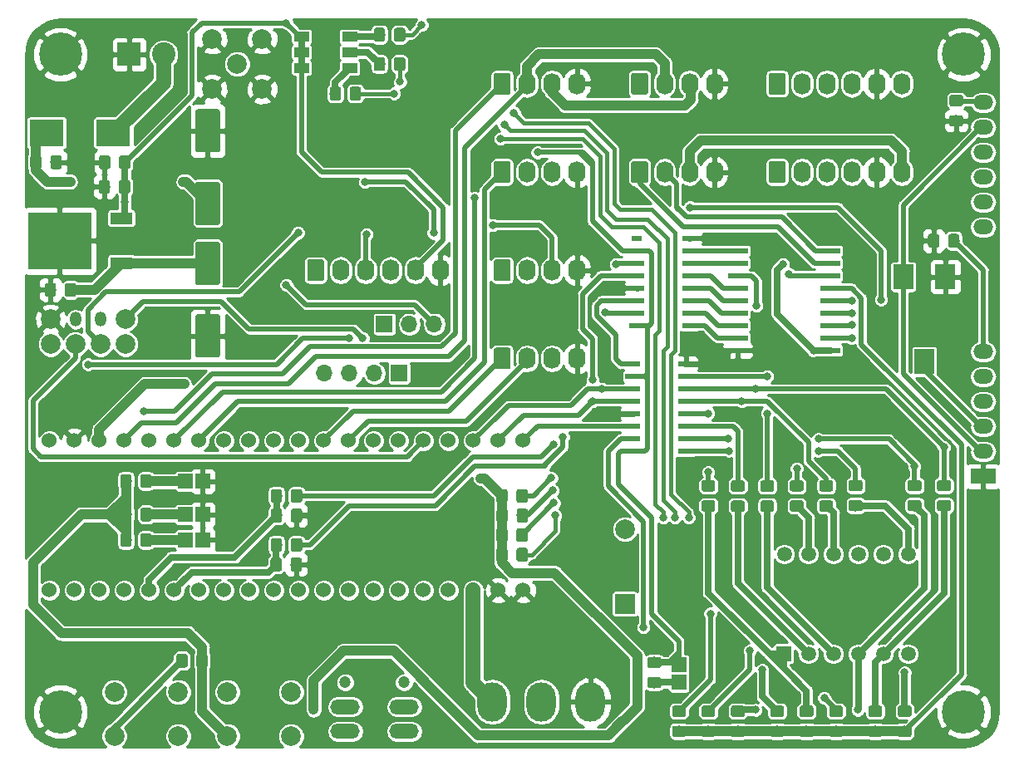
<source format=gbr>
G04 #@! TF.GenerationSoftware,KiCad,Pcbnew,5.0.2*
G04 #@! TF.CreationDate,2019-07-25T16:39:25-03:00*
G04 #@! TF.ProjectId,ShieldEduIfspSTM32,53686965-6c64-4456-9475-496673705354,rev?*
G04 #@! TF.SameCoordinates,Original*
G04 #@! TF.FileFunction,Copper,L1,Top*
G04 #@! TF.FilePolarity,Positive*
%FSLAX46Y46*%
G04 Gerber Fmt 4.6, Leading zero omitted, Abs format (unit mm)*
G04 Created by KiCad (PCBNEW 5.0.2) date qui 25 jul 2019 16:39:25 -03*
%MOMM*%
%LPD*%
G01*
G04 APERTURE LIST*
G04 #@! TA.AperFunction,Conductor*
%ADD10C,0.100000*%
G04 #@! TD*
G04 #@! TA.AperFunction,ComponentPad*
%ADD11C,1.740000*%
G04 #@! TD*
G04 #@! TA.AperFunction,ComponentPad*
%ADD12O,1.740000X2.200000*%
G04 #@! TD*
G04 #@! TA.AperFunction,ComponentPad*
%ADD13C,1.524000*%
G04 #@! TD*
G04 #@! TA.AperFunction,ComponentPad*
%ADD14C,4.400000*%
G04 #@! TD*
G04 #@! TA.AperFunction,ComponentPad*
%ADD15C,2.000000*%
G04 #@! TD*
G04 #@! TA.AperFunction,ComponentPad*
%ADD16R,2.000000X2.000000*%
G04 #@! TD*
G04 #@! TA.AperFunction,SMDPad,CuDef*
%ADD17C,2.500000*%
G04 #@! TD*
G04 #@! TA.AperFunction,SMDPad,CuDef*
%ADD18C,1.150000*%
G04 #@! TD*
G04 #@! TA.AperFunction,SMDPad,CuDef*
%ADD19R,1.500000X1.000000*%
G04 #@! TD*
G04 #@! TA.AperFunction,ComponentPad*
%ADD20R,2.500000X1.500000*%
G04 #@! TD*
G04 #@! TA.AperFunction,ComponentPad*
%ADD21O,2.000000X1.500000*%
G04 #@! TD*
G04 #@! TA.AperFunction,ComponentPad*
%ADD22R,2.400000X2.400000*%
G04 #@! TD*
G04 #@! TA.AperFunction,ComponentPad*
%ADD23C,2.400000*%
G04 #@! TD*
G04 #@! TA.AperFunction,ComponentPad*
%ADD24R,1.524000X1.524000*%
G04 #@! TD*
G04 #@! TA.AperFunction,SMDPad,CuDef*
%ADD25R,2.000000X2.500000*%
G04 #@! TD*
G04 #@! TA.AperFunction,ComponentPad*
%ADD26O,2.999740X4.000500*%
G04 #@! TD*
G04 #@! TA.AperFunction,ComponentPad*
%ADD27C,1.200000*%
G04 #@! TD*
G04 #@! TA.AperFunction,ComponentPad*
%ADD28O,3.000000X1.500000*%
G04 #@! TD*
G04 #@! TA.AperFunction,SMDPad,CuDef*
%ADD29R,2.200000X1.200000*%
G04 #@! TD*
G04 #@! TA.AperFunction,SMDPad,CuDef*
%ADD30R,6.400000X5.800000*%
G04 #@! TD*
G04 #@! TA.AperFunction,ComponentPad*
%ADD31O,1.200000X1.500000*%
G04 #@! TD*
G04 #@! TA.AperFunction,SMDPad,CuDef*
%ADD32R,1.500000X0.600000*%
G04 #@! TD*
G04 #@! TA.AperFunction,SMDPad,CuDef*
%ADD33R,1.000000X0.600000*%
G04 #@! TD*
G04 #@! TA.AperFunction,ComponentPad*
%ADD34C,1.500000*%
G04 #@! TD*
G04 #@! TA.AperFunction,ComponentPad*
%ADD35R,1.500000X1.500000*%
G04 #@! TD*
G04 #@! TA.AperFunction,SMDPad,CuDef*
%ADD36R,2.000000X0.600000*%
G04 #@! TD*
G04 #@! TA.AperFunction,SMDPad,CuDef*
%ADD37R,3.500000X2.700000*%
G04 #@! TD*
G04 #@! TA.AperFunction,ComponentPad*
%ADD38R,1.700000X1.700000*%
G04 #@! TD*
G04 #@! TA.AperFunction,ComponentPad*
%ADD39O,1.700000X1.700000*%
G04 #@! TD*
G04 #@! TA.AperFunction,ViaPad*
%ADD40C,0.800000*%
G04 #@! TD*
G04 #@! TA.AperFunction,Conductor*
%ADD41C,0.500000*%
G04 #@! TD*
G04 #@! TA.AperFunction,Conductor*
%ADD42C,0.700000*%
G04 #@! TD*
G04 #@! TA.AperFunction,Conductor*
%ADD43C,1.000000*%
G04 #@! TD*
G04 #@! TA.AperFunction,Conductor*
%ADD44C,0.400000*%
G04 #@! TD*
G04 #@! TA.AperFunction,Conductor*
%ADD45C,1.500000*%
G04 #@! TD*
G04 #@! TA.AperFunction,Conductor*
%ADD46C,0.254000*%
G04 #@! TD*
G04 APERTURE END LIST*
D10*
G04 #@! TO.N,/PB5*
G04 #@! TO.C,J6*
G36*
X134644505Y-65901204D02*
X134668773Y-65904804D01*
X134692572Y-65910765D01*
X134715671Y-65919030D01*
X134737850Y-65929520D01*
X134758893Y-65942132D01*
X134778599Y-65956747D01*
X134796777Y-65973223D01*
X134813253Y-65991401D01*
X134827868Y-66011107D01*
X134840480Y-66032150D01*
X134850970Y-66054329D01*
X134859235Y-66077428D01*
X134865196Y-66101227D01*
X134868796Y-66125495D01*
X134870000Y-66149999D01*
X134870000Y-67850001D01*
X134868796Y-67874505D01*
X134865196Y-67898773D01*
X134859235Y-67922572D01*
X134850970Y-67945671D01*
X134840480Y-67967850D01*
X134827868Y-67988893D01*
X134813253Y-68008599D01*
X134796777Y-68026777D01*
X134778599Y-68043253D01*
X134758893Y-68057868D01*
X134737850Y-68070480D01*
X134715671Y-68080970D01*
X134692572Y-68089235D01*
X134668773Y-68095196D01*
X134644505Y-68098796D01*
X134620001Y-68100000D01*
X133379999Y-68100000D01*
X133355495Y-68098796D01*
X133331227Y-68095196D01*
X133307428Y-68089235D01*
X133284329Y-68080970D01*
X133262150Y-68070480D01*
X133241107Y-68057868D01*
X133221401Y-68043253D01*
X133203223Y-68026777D01*
X133186747Y-68008599D01*
X133172132Y-67988893D01*
X133159520Y-67967850D01*
X133149030Y-67945671D01*
X133140765Y-67922572D01*
X133134804Y-67898773D01*
X133131204Y-67874505D01*
X133130000Y-67850001D01*
X133130000Y-66149999D01*
X133131204Y-66125495D01*
X133134804Y-66101227D01*
X133140765Y-66077428D01*
X133149030Y-66054329D01*
X133159520Y-66032150D01*
X133172132Y-66011107D01*
X133186747Y-65991401D01*
X133203223Y-65973223D01*
X133221401Y-65956747D01*
X133241107Y-65942132D01*
X133262150Y-65929520D01*
X133284329Y-65919030D01*
X133307428Y-65910765D01*
X133331227Y-65904804D01*
X133355495Y-65901204D01*
X133379999Y-65900000D01*
X134620001Y-65900000D01*
X134644505Y-65901204D01*
X134644505Y-65901204D01*
G37*
D11*
G04 #@! TD*
G04 #@! TO.P,J6,1*
G04 #@! TO.N,/PB5*
X134000000Y-67000000D03*
D12*
G04 #@! TO.P,J6,2*
G04 #@! TO.N,/PB4*
X136540000Y-67000000D03*
G04 #@! TO.P,J6,3*
G04 #@! TO.N,/PB3*
X139080000Y-67000000D03*
G04 #@! TO.P,J6,4*
G04 #@! TO.N,/PA15*
X141620000Y-67000000D03*
G04 #@! TO.P,J6,5*
G04 #@! TO.N,+3V3*
X144160000Y-67000000D03*
G04 #@! TO.P,J6,6*
G04 #@! TO.N,Earth*
X146700000Y-67000000D03*
G04 #@! TD*
D10*
G04 #@! TO.N,/PB8*
G04 #@! TO.C,J2*
G36*
X153644505Y-46901204D02*
X153668773Y-46904804D01*
X153692572Y-46910765D01*
X153715671Y-46919030D01*
X153737850Y-46929520D01*
X153758893Y-46942132D01*
X153778599Y-46956747D01*
X153796777Y-46973223D01*
X153813253Y-46991401D01*
X153827868Y-47011107D01*
X153840480Y-47032150D01*
X153850970Y-47054329D01*
X153859235Y-47077428D01*
X153865196Y-47101227D01*
X153868796Y-47125495D01*
X153870000Y-47149999D01*
X153870000Y-48850001D01*
X153868796Y-48874505D01*
X153865196Y-48898773D01*
X153859235Y-48922572D01*
X153850970Y-48945671D01*
X153840480Y-48967850D01*
X153827868Y-48988893D01*
X153813253Y-49008599D01*
X153796777Y-49026777D01*
X153778599Y-49043253D01*
X153758893Y-49057868D01*
X153737850Y-49070480D01*
X153715671Y-49080970D01*
X153692572Y-49089235D01*
X153668773Y-49095196D01*
X153644505Y-49098796D01*
X153620001Y-49100000D01*
X152379999Y-49100000D01*
X152355495Y-49098796D01*
X152331227Y-49095196D01*
X152307428Y-49089235D01*
X152284329Y-49080970D01*
X152262150Y-49070480D01*
X152241107Y-49057868D01*
X152221401Y-49043253D01*
X152203223Y-49026777D01*
X152186747Y-49008599D01*
X152172132Y-48988893D01*
X152159520Y-48967850D01*
X152149030Y-48945671D01*
X152140765Y-48922572D01*
X152134804Y-48898773D01*
X152131204Y-48874505D01*
X152130000Y-48850001D01*
X152130000Y-47149999D01*
X152131204Y-47125495D01*
X152134804Y-47101227D01*
X152140765Y-47077428D01*
X152149030Y-47054329D01*
X152159520Y-47032150D01*
X152172132Y-47011107D01*
X152186747Y-46991401D01*
X152203223Y-46973223D01*
X152221401Y-46956747D01*
X152241107Y-46942132D01*
X152262150Y-46929520D01*
X152284329Y-46919030D01*
X152307428Y-46910765D01*
X152331227Y-46904804D01*
X152355495Y-46901204D01*
X152379999Y-46900000D01*
X153620001Y-46900000D01*
X153644505Y-46901204D01*
X153644505Y-46901204D01*
G37*
D11*
G04 #@! TD*
G04 #@! TO.P,J2,1*
G04 #@! TO.N,/PB8*
X153000000Y-48000000D03*
D12*
G04 #@! TO.P,J2,2*
G04 #@! TO.N,/PB9*
X155540000Y-48000000D03*
G04 #@! TO.P,J2,3*
G04 #@! TO.N,/VCOM*
X158080000Y-48000000D03*
G04 #@! TO.P,J2,4*
G04 #@! TO.N,Earth*
X160620000Y-48000000D03*
G04 #@! TD*
D13*
G04 #@! TO.P,U1,1*
G04 #@! TO.N,+3V3*
X106870000Y-99620000D03*
G04 #@! TO.P,U1,2*
G04 #@! TO.N,/PC13*
X109410000Y-99620000D03*
G04 #@! TO.P,U1,3*
G04 #@! TO.N,Net-(U1-Pad3)*
X111950000Y-99620000D03*
G04 #@! TO.P,U1,4*
G04 #@! TO.N,Net-(U1-Pad4)*
X114490000Y-99620000D03*
G04 #@! TO.P,U1,5*
G04 #@! TO.N,/PA0*
X117030000Y-99620000D03*
G04 #@! TO.P,U1,6*
G04 #@! TO.N,/PA1*
X119570000Y-99620000D03*
G04 #@! TO.P,U1,7*
G04 #@! TO.N,/PA2*
X122110000Y-99620000D03*
G04 #@! TO.P,U1,8*
G04 #@! TO.N,/PA3*
X124650000Y-99620000D03*
G04 #@! TO.P,U1,9*
G04 #@! TO.N,/PA4*
X127190000Y-99620000D03*
G04 #@! TO.P,U1,10*
G04 #@! TO.N,/PA5*
X129730000Y-99620000D03*
G04 #@! TO.P,U1,11*
G04 #@! TO.N,/PA6*
X132270000Y-99620000D03*
G04 #@! TO.P,U1,12*
G04 #@! TO.N,/PA7*
X134810000Y-99620000D03*
G04 #@! TO.P,U1,13*
G04 #@! TO.N,/PB0*
X137350000Y-99620000D03*
G04 #@! TO.P,U1,14*
G04 #@! TO.N,/PB1*
X139890000Y-99620000D03*
G04 #@! TO.P,U1,15*
G04 #@! TO.N,/PB10*
X142430000Y-99620000D03*
G04 #@! TO.P,U1,16*
G04 #@! TO.N,/PB11*
X144970000Y-99620000D03*
G04 #@! TO.P,U1,17*
G04 #@! TO.N,/RST*
X147510000Y-99620000D03*
G04 #@! TO.P,U1,18*
G04 #@! TO.N,+3V3*
X150050000Y-99620000D03*
G04 #@! TO.P,U1,19*
G04 #@! TO.N,Earth*
X152590000Y-99620000D03*
G04 #@! TO.P,U1,20*
X155130000Y-99620000D03*
G04 #@! TO.P,U1,21*
G04 #@! TO.N,/PB12*
X155130000Y-84380000D03*
G04 #@! TO.P,U1,22*
G04 #@! TO.N,/PB13*
X152590000Y-84380000D03*
G04 #@! TO.P,U1,23*
G04 #@! TO.N,/PB14*
X150050000Y-84380000D03*
G04 #@! TO.P,U1,24*
G04 #@! TO.N,/PB15*
X147510000Y-84380000D03*
G04 #@! TO.P,U1,25*
G04 #@! TO.N,/PA8*
X144970000Y-84380000D03*
G04 #@! TO.P,U1,26*
G04 #@! TO.N,/PA9*
X142430000Y-84380000D03*
G04 #@! TO.P,U1,27*
G04 #@! TO.N,/PA10*
X139890000Y-84380000D03*
G04 #@! TO.P,U1,28*
G04 #@! TO.N,/PA11*
X137350000Y-84380000D03*
G04 #@! TO.P,U1,29*
G04 #@! TO.N,/PA12*
X134810000Y-84380000D03*
G04 #@! TO.P,U1,30*
G04 #@! TO.N,/PA15*
X132270000Y-84380000D03*
G04 #@! TO.P,U1,31*
G04 #@! TO.N,/PB3*
X129730000Y-84380000D03*
G04 #@! TO.P,U1,32*
G04 #@! TO.N,/PB4*
X127190000Y-84380000D03*
G04 #@! TO.P,U1,33*
G04 #@! TO.N,/PB5*
X124650000Y-84380000D03*
G04 #@! TO.P,U1,34*
G04 #@! TO.N,/PB6*
X122110000Y-84380000D03*
G04 #@! TO.P,U1,35*
G04 #@! TO.N,/PB7*
X119570000Y-84380000D03*
G04 #@! TO.P,U1,36*
G04 #@! TO.N,/PB8*
X117030000Y-84380000D03*
G04 #@! TO.P,U1,37*
G04 #@! TO.N,/PB9*
X114490000Y-84380000D03*
G04 #@! TO.P,U1,38*
G04 #@! TO.N,+5V*
X111950000Y-84380000D03*
G04 #@! TO.P,U1,39*
G04 #@! TO.N,Earth*
X109410000Y-84380000D03*
G04 #@! TO.P,U1,40*
G04 #@! TO.N,+3V3*
X106870000Y-84380000D03*
G04 #@! TD*
D14*
G04 #@! TO.P,REF\002A\002A,1*
G04 #@! TO.N,Earth*
X200000000Y-112000000D03*
G04 #@! TD*
G04 #@! TO.P,REF\002A\002A,1*
G04 #@! TO.N,Earth*
X200000000Y-45000000D03*
G04 #@! TD*
G04 #@! TO.P,REF\002A\002A,1*
G04 #@! TO.N,Earth*
X108000000Y-45000000D03*
G04 #@! TD*
G04 #@! TO.P,REF\002A\002A,1*
G04 #@! TO.N,Earth*
X108000000Y-112000000D03*
G04 #@! TD*
D15*
G04 #@! TO.P,AE1,1*
G04 #@! TO.N,Net-(AE1-Pad1)*
X126000000Y-46000000D03*
G04 #@! TO.P,AE1,2*
G04 #@! TO.N,Earth*
X128550000Y-48550000D03*
X128550000Y-43450000D03*
X123450000Y-43450000D03*
X123450000Y-48550000D03*
G04 #@! TD*
D16*
G04 #@! TO.P,BZ1,1*
G04 #@! TO.N,Net-(BZ1-Pad1)*
X165500000Y-101000000D03*
D15*
G04 #@! TO.P,BZ1,2*
G04 #@! TO.N,/IHM/ENBZ*
X165500000Y-93400000D03*
G04 #@! TD*
D10*
G04 #@! TO.N,Earth*
G04 #@! TO.C,C1*
G36*
X124024504Y-50601204D02*
X124048773Y-50604804D01*
X124072571Y-50610765D01*
X124095671Y-50619030D01*
X124117849Y-50629520D01*
X124138893Y-50642133D01*
X124158598Y-50656747D01*
X124176777Y-50673223D01*
X124193253Y-50691402D01*
X124207867Y-50711107D01*
X124220480Y-50732151D01*
X124230970Y-50754329D01*
X124239235Y-50777429D01*
X124245196Y-50801227D01*
X124248796Y-50825496D01*
X124250000Y-50850000D01*
X124250000Y-54750000D01*
X124248796Y-54774504D01*
X124245196Y-54798773D01*
X124239235Y-54822571D01*
X124230970Y-54845671D01*
X124220480Y-54867849D01*
X124207867Y-54888893D01*
X124193253Y-54908598D01*
X124176777Y-54926777D01*
X124158598Y-54943253D01*
X124138893Y-54957867D01*
X124117849Y-54970480D01*
X124095671Y-54980970D01*
X124072571Y-54989235D01*
X124048773Y-54995196D01*
X124024504Y-54998796D01*
X124000000Y-55000000D01*
X122000000Y-55000000D01*
X121975496Y-54998796D01*
X121951227Y-54995196D01*
X121927429Y-54989235D01*
X121904329Y-54980970D01*
X121882151Y-54970480D01*
X121861107Y-54957867D01*
X121841402Y-54943253D01*
X121823223Y-54926777D01*
X121806747Y-54908598D01*
X121792133Y-54888893D01*
X121779520Y-54867849D01*
X121769030Y-54845671D01*
X121760765Y-54822571D01*
X121754804Y-54798773D01*
X121751204Y-54774504D01*
X121750000Y-54750000D01*
X121750000Y-50850000D01*
X121751204Y-50825496D01*
X121754804Y-50801227D01*
X121760765Y-50777429D01*
X121769030Y-50754329D01*
X121779520Y-50732151D01*
X121792133Y-50711107D01*
X121806747Y-50691402D01*
X121823223Y-50673223D01*
X121841402Y-50656747D01*
X121861107Y-50642133D01*
X121882151Y-50629520D01*
X121904329Y-50619030D01*
X121927429Y-50610765D01*
X121951227Y-50604804D01*
X121975496Y-50601204D01*
X122000000Y-50600000D01*
X124000000Y-50600000D01*
X124024504Y-50601204D01*
X124024504Y-50601204D01*
G37*
D17*
G04 #@! TD*
G04 #@! TO.P,C1,2*
G04 #@! TO.N,Earth*
X123000000Y-52800000D03*
D10*
G04 #@! TO.N,VCC*
G04 #@! TO.C,C1*
G36*
X124024504Y-58001204D02*
X124048773Y-58004804D01*
X124072571Y-58010765D01*
X124095671Y-58019030D01*
X124117849Y-58029520D01*
X124138893Y-58042133D01*
X124158598Y-58056747D01*
X124176777Y-58073223D01*
X124193253Y-58091402D01*
X124207867Y-58111107D01*
X124220480Y-58132151D01*
X124230970Y-58154329D01*
X124239235Y-58177429D01*
X124245196Y-58201227D01*
X124248796Y-58225496D01*
X124250000Y-58250000D01*
X124250000Y-62150000D01*
X124248796Y-62174504D01*
X124245196Y-62198773D01*
X124239235Y-62222571D01*
X124230970Y-62245671D01*
X124220480Y-62267849D01*
X124207867Y-62288893D01*
X124193253Y-62308598D01*
X124176777Y-62326777D01*
X124158598Y-62343253D01*
X124138893Y-62357867D01*
X124117849Y-62370480D01*
X124095671Y-62380970D01*
X124072571Y-62389235D01*
X124048773Y-62395196D01*
X124024504Y-62398796D01*
X124000000Y-62400000D01*
X122000000Y-62400000D01*
X121975496Y-62398796D01*
X121951227Y-62395196D01*
X121927429Y-62389235D01*
X121904329Y-62380970D01*
X121882151Y-62370480D01*
X121861107Y-62357867D01*
X121841402Y-62343253D01*
X121823223Y-62326777D01*
X121806747Y-62308598D01*
X121792133Y-62288893D01*
X121779520Y-62267849D01*
X121769030Y-62245671D01*
X121760765Y-62222571D01*
X121754804Y-62198773D01*
X121751204Y-62174504D01*
X121750000Y-62150000D01*
X121750000Y-58250000D01*
X121751204Y-58225496D01*
X121754804Y-58201227D01*
X121760765Y-58177429D01*
X121769030Y-58154329D01*
X121779520Y-58132151D01*
X121792133Y-58111107D01*
X121806747Y-58091402D01*
X121823223Y-58073223D01*
X121841402Y-58056747D01*
X121861107Y-58042133D01*
X121882151Y-58029520D01*
X121904329Y-58019030D01*
X121927429Y-58010765D01*
X121951227Y-58004804D01*
X121975496Y-58001204D01*
X122000000Y-58000000D01*
X124000000Y-58000000D01*
X124024504Y-58001204D01*
X124024504Y-58001204D01*
G37*
D17*
G04 #@! TD*
G04 #@! TO.P,C1,1*
G04 #@! TO.N,VCC*
X123000000Y-60200000D03*
D10*
G04 #@! TO.N,VCC*
G04 #@! TO.C,C2*
G36*
X105849505Y-55301204D02*
X105873773Y-55304804D01*
X105897572Y-55310765D01*
X105920671Y-55319030D01*
X105942850Y-55329520D01*
X105963893Y-55342132D01*
X105983599Y-55356747D01*
X106001777Y-55373223D01*
X106018253Y-55391401D01*
X106032868Y-55411107D01*
X106045480Y-55432150D01*
X106055970Y-55454329D01*
X106064235Y-55477428D01*
X106070196Y-55501227D01*
X106073796Y-55525495D01*
X106075000Y-55549999D01*
X106075000Y-56450001D01*
X106073796Y-56474505D01*
X106070196Y-56498773D01*
X106064235Y-56522572D01*
X106055970Y-56545671D01*
X106045480Y-56567850D01*
X106032868Y-56588893D01*
X106018253Y-56608599D01*
X106001777Y-56626777D01*
X105983599Y-56643253D01*
X105963893Y-56657868D01*
X105942850Y-56670480D01*
X105920671Y-56680970D01*
X105897572Y-56689235D01*
X105873773Y-56695196D01*
X105849505Y-56698796D01*
X105825001Y-56700000D01*
X105174999Y-56700000D01*
X105150495Y-56698796D01*
X105126227Y-56695196D01*
X105102428Y-56689235D01*
X105079329Y-56680970D01*
X105057150Y-56670480D01*
X105036107Y-56657868D01*
X105016401Y-56643253D01*
X104998223Y-56626777D01*
X104981747Y-56608599D01*
X104967132Y-56588893D01*
X104954520Y-56567850D01*
X104944030Y-56545671D01*
X104935765Y-56522572D01*
X104929804Y-56498773D01*
X104926204Y-56474505D01*
X104925000Y-56450001D01*
X104925000Y-55549999D01*
X104926204Y-55525495D01*
X104929804Y-55501227D01*
X104935765Y-55477428D01*
X104944030Y-55454329D01*
X104954520Y-55432150D01*
X104967132Y-55411107D01*
X104981747Y-55391401D01*
X104998223Y-55373223D01*
X105016401Y-55356747D01*
X105036107Y-55342132D01*
X105057150Y-55329520D01*
X105079329Y-55319030D01*
X105102428Y-55310765D01*
X105126227Y-55304804D01*
X105150495Y-55301204D01*
X105174999Y-55300000D01*
X105825001Y-55300000D01*
X105849505Y-55301204D01*
X105849505Y-55301204D01*
G37*
D18*
G04 #@! TD*
G04 #@! TO.P,C2,1*
G04 #@! TO.N,VCC*
X105500000Y-56000000D03*
D10*
G04 #@! TO.N,Earth*
G04 #@! TO.C,C2*
G36*
X107899505Y-55301204D02*
X107923773Y-55304804D01*
X107947572Y-55310765D01*
X107970671Y-55319030D01*
X107992850Y-55329520D01*
X108013893Y-55342132D01*
X108033599Y-55356747D01*
X108051777Y-55373223D01*
X108068253Y-55391401D01*
X108082868Y-55411107D01*
X108095480Y-55432150D01*
X108105970Y-55454329D01*
X108114235Y-55477428D01*
X108120196Y-55501227D01*
X108123796Y-55525495D01*
X108125000Y-55549999D01*
X108125000Y-56450001D01*
X108123796Y-56474505D01*
X108120196Y-56498773D01*
X108114235Y-56522572D01*
X108105970Y-56545671D01*
X108095480Y-56567850D01*
X108082868Y-56588893D01*
X108068253Y-56608599D01*
X108051777Y-56626777D01*
X108033599Y-56643253D01*
X108013893Y-56657868D01*
X107992850Y-56670480D01*
X107970671Y-56680970D01*
X107947572Y-56689235D01*
X107923773Y-56695196D01*
X107899505Y-56698796D01*
X107875001Y-56700000D01*
X107224999Y-56700000D01*
X107200495Y-56698796D01*
X107176227Y-56695196D01*
X107152428Y-56689235D01*
X107129329Y-56680970D01*
X107107150Y-56670480D01*
X107086107Y-56657868D01*
X107066401Y-56643253D01*
X107048223Y-56626777D01*
X107031747Y-56608599D01*
X107017132Y-56588893D01*
X107004520Y-56567850D01*
X106994030Y-56545671D01*
X106985765Y-56522572D01*
X106979804Y-56498773D01*
X106976204Y-56474505D01*
X106975000Y-56450001D01*
X106975000Y-55549999D01*
X106976204Y-55525495D01*
X106979804Y-55501227D01*
X106985765Y-55477428D01*
X106994030Y-55454329D01*
X107004520Y-55432150D01*
X107017132Y-55411107D01*
X107031747Y-55391401D01*
X107048223Y-55373223D01*
X107066401Y-55356747D01*
X107086107Y-55342132D01*
X107107150Y-55329520D01*
X107129329Y-55319030D01*
X107152428Y-55310765D01*
X107176227Y-55304804D01*
X107200495Y-55301204D01*
X107224999Y-55300000D01*
X107875001Y-55300000D01*
X107899505Y-55301204D01*
X107899505Y-55301204D01*
G37*
D18*
G04 #@! TD*
G04 #@! TO.P,C2,2*
G04 #@! TO.N,Earth*
X107550000Y-56000000D03*
D10*
G04 #@! TO.N,Earth*
G04 #@! TO.C,C3*
G36*
X107324505Y-68301204D02*
X107348773Y-68304804D01*
X107372572Y-68310765D01*
X107395671Y-68319030D01*
X107417850Y-68329520D01*
X107438893Y-68342132D01*
X107458599Y-68356747D01*
X107476777Y-68373223D01*
X107493253Y-68391401D01*
X107507868Y-68411107D01*
X107520480Y-68432150D01*
X107530970Y-68454329D01*
X107539235Y-68477428D01*
X107545196Y-68501227D01*
X107548796Y-68525495D01*
X107550000Y-68549999D01*
X107550000Y-69450001D01*
X107548796Y-69474505D01*
X107545196Y-69498773D01*
X107539235Y-69522572D01*
X107530970Y-69545671D01*
X107520480Y-69567850D01*
X107507868Y-69588893D01*
X107493253Y-69608599D01*
X107476777Y-69626777D01*
X107458599Y-69643253D01*
X107438893Y-69657868D01*
X107417850Y-69670480D01*
X107395671Y-69680970D01*
X107372572Y-69689235D01*
X107348773Y-69695196D01*
X107324505Y-69698796D01*
X107300001Y-69700000D01*
X106649999Y-69700000D01*
X106625495Y-69698796D01*
X106601227Y-69695196D01*
X106577428Y-69689235D01*
X106554329Y-69680970D01*
X106532150Y-69670480D01*
X106511107Y-69657868D01*
X106491401Y-69643253D01*
X106473223Y-69626777D01*
X106456747Y-69608599D01*
X106442132Y-69588893D01*
X106429520Y-69567850D01*
X106419030Y-69545671D01*
X106410765Y-69522572D01*
X106404804Y-69498773D01*
X106401204Y-69474505D01*
X106400000Y-69450001D01*
X106400000Y-68549999D01*
X106401204Y-68525495D01*
X106404804Y-68501227D01*
X106410765Y-68477428D01*
X106419030Y-68454329D01*
X106429520Y-68432150D01*
X106442132Y-68411107D01*
X106456747Y-68391401D01*
X106473223Y-68373223D01*
X106491401Y-68356747D01*
X106511107Y-68342132D01*
X106532150Y-68329520D01*
X106554329Y-68319030D01*
X106577428Y-68310765D01*
X106601227Y-68304804D01*
X106625495Y-68301204D01*
X106649999Y-68300000D01*
X107300001Y-68300000D01*
X107324505Y-68301204D01*
X107324505Y-68301204D01*
G37*
D18*
G04 #@! TD*
G04 #@! TO.P,C3,2*
G04 #@! TO.N,Earth*
X106975000Y-69000000D03*
D10*
G04 #@! TO.N,+5V*
G04 #@! TO.C,C3*
G36*
X109374505Y-68301204D02*
X109398773Y-68304804D01*
X109422572Y-68310765D01*
X109445671Y-68319030D01*
X109467850Y-68329520D01*
X109488893Y-68342132D01*
X109508599Y-68356747D01*
X109526777Y-68373223D01*
X109543253Y-68391401D01*
X109557868Y-68411107D01*
X109570480Y-68432150D01*
X109580970Y-68454329D01*
X109589235Y-68477428D01*
X109595196Y-68501227D01*
X109598796Y-68525495D01*
X109600000Y-68549999D01*
X109600000Y-69450001D01*
X109598796Y-69474505D01*
X109595196Y-69498773D01*
X109589235Y-69522572D01*
X109580970Y-69545671D01*
X109570480Y-69567850D01*
X109557868Y-69588893D01*
X109543253Y-69608599D01*
X109526777Y-69626777D01*
X109508599Y-69643253D01*
X109488893Y-69657868D01*
X109467850Y-69670480D01*
X109445671Y-69680970D01*
X109422572Y-69689235D01*
X109398773Y-69695196D01*
X109374505Y-69698796D01*
X109350001Y-69700000D01*
X108699999Y-69700000D01*
X108675495Y-69698796D01*
X108651227Y-69695196D01*
X108627428Y-69689235D01*
X108604329Y-69680970D01*
X108582150Y-69670480D01*
X108561107Y-69657868D01*
X108541401Y-69643253D01*
X108523223Y-69626777D01*
X108506747Y-69608599D01*
X108492132Y-69588893D01*
X108479520Y-69567850D01*
X108469030Y-69545671D01*
X108460765Y-69522572D01*
X108454804Y-69498773D01*
X108451204Y-69474505D01*
X108450000Y-69450001D01*
X108450000Y-68549999D01*
X108451204Y-68525495D01*
X108454804Y-68501227D01*
X108460765Y-68477428D01*
X108469030Y-68454329D01*
X108479520Y-68432150D01*
X108492132Y-68411107D01*
X108506747Y-68391401D01*
X108523223Y-68373223D01*
X108541401Y-68356747D01*
X108561107Y-68342132D01*
X108582150Y-68329520D01*
X108604329Y-68319030D01*
X108627428Y-68310765D01*
X108651227Y-68304804D01*
X108675495Y-68301204D01*
X108699999Y-68300000D01*
X109350001Y-68300000D01*
X109374505Y-68301204D01*
X109374505Y-68301204D01*
G37*
D18*
G04 #@! TD*
G04 #@! TO.P,C3,1*
G04 #@! TO.N,+5V*
X109025000Y-69000000D03*
D10*
G04 #@! TO.N,+3V3*
G04 #@! TO.C,C5*
G36*
X114899505Y-55301204D02*
X114923773Y-55304804D01*
X114947572Y-55310765D01*
X114970671Y-55319030D01*
X114992850Y-55329520D01*
X115013893Y-55342132D01*
X115033599Y-55356747D01*
X115051777Y-55373223D01*
X115068253Y-55391401D01*
X115082868Y-55411107D01*
X115095480Y-55432150D01*
X115105970Y-55454329D01*
X115114235Y-55477428D01*
X115120196Y-55501227D01*
X115123796Y-55525495D01*
X115125000Y-55549999D01*
X115125000Y-56450001D01*
X115123796Y-56474505D01*
X115120196Y-56498773D01*
X115114235Y-56522572D01*
X115105970Y-56545671D01*
X115095480Y-56567850D01*
X115082868Y-56588893D01*
X115068253Y-56608599D01*
X115051777Y-56626777D01*
X115033599Y-56643253D01*
X115013893Y-56657868D01*
X114992850Y-56670480D01*
X114970671Y-56680970D01*
X114947572Y-56689235D01*
X114923773Y-56695196D01*
X114899505Y-56698796D01*
X114875001Y-56700000D01*
X114224999Y-56700000D01*
X114200495Y-56698796D01*
X114176227Y-56695196D01*
X114152428Y-56689235D01*
X114129329Y-56680970D01*
X114107150Y-56670480D01*
X114086107Y-56657868D01*
X114066401Y-56643253D01*
X114048223Y-56626777D01*
X114031747Y-56608599D01*
X114017132Y-56588893D01*
X114004520Y-56567850D01*
X113994030Y-56545671D01*
X113985765Y-56522572D01*
X113979804Y-56498773D01*
X113976204Y-56474505D01*
X113975000Y-56450001D01*
X113975000Y-55549999D01*
X113976204Y-55525495D01*
X113979804Y-55501227D01*
X113985765Y-55477428D01*
X113994030Y-55454329D01*
X114004520Y-55432150D01*
X114017132Y-55411107D01*
X114031747Y-55391401D01*
X114048223Y-55373223D01*
X114066401Y-55356747D01*
X114086107Y-55342132D01*
X114107150Y-55329520D01*
X114129329Y-55319030D01*
X114152428Y-55310765D01*
X114176227Y-55304804D01*
X114200495Y-55301204D01*
X114224999Y-55300000D01*
X114875001Y-55300000D01*
X114899505Y-55301204D01*
X114899505Y-55301204D01*
G37*
D18*
G04 #@! TD*
G04 #@! TO.P,C5,1*
G04 #@! TO.N,+3V3*
X114550000Y-56000000D03*
D10*
G04 #@! TO.N,Earth*
G04 #@! TO.C,C5*
G36*
X112849505Y-55301204D02*
X112873773Y-55304804D01*
X112897572Y-55310765D01*
X112920671Y-55319030D01*
X112942850Y-55329520D01*
X112963893Y-55342132D01*
X112983599Y-55356747D01*
X113001777Y-55373223D01*
X113018253Y-55391401D01*
X113032868Y-55411107D01*
X113045480Y-55432150D01*
X113055970Y-55454329D01*
X113064235Y-55477428D01*
X113070196Y-55501227D01*
X113073796Y-55525495D01*
X113075000Y-55549999D01*
X113075000Y-56450001D01*
X113073796Y-56474505D01*
X113070196Y-56498773D01*
X113064235Y-56522572D01*
X113055970Y-56545671D01*
X113045480Y-56567850D01*
X113032868Y-56588893D01*
X113018253Y-56608599D01*
X113001777Y-56626777D01*
X112983599Y-56643253D01*
X112963893Y-56657868D01*
X112942850Y-56670480D01*
X112920671Y-56680970D01*
X112897572Y-56689235D01*
X112873773Y-56695196D01*
X112849505Y-56698796D01*
X112825001Y-56700000D01*
X112174999Y-56700000D01*
X112150495Y-56698796D01*
X112126227Y-56695196D01*
X112102428Y-56689235D01*
X112079329Y-56680970D01*
X112057150Y-56670480D01*
X112036107Y-56657868D01*
X112016401Y-56643253D01*
X111998223Y-56626777D01*
X111981747Y-56608599D01*
X111967132Y-56588893D01*
X111954520Y-56567850D01*
X111944030Y-56545671D01*
X111935765Y-56522572D01*
X111929804Y-56498773D01*
X111926204Y-56474505D01*
X111925000Y-56450001D01*
X111925000Y-55549999D01*
X111926204Y-55525495D01*
X111929804Y-55501227D01*
X111935765Y-55477428D01*
X111944030Y-55454329D01*
X111954520Y-55432150D01*
X111967132Y-55411107D01*
X111981747Y-55391401D01*
X111998223Y-55373223D01*
X112016401Y-55356747D01*
X112036107Y-55342132D01*
X112057150Y-55329520D01*
X112079329Y-55319030D01*
X112102428Y-55310765D01*
X112126227Y-55304804D01*
X112150495Y-55301204D01*
X112174999Y-55300000D01*
X112825001Y-55300000D01*
X112849505Y-55301204D01*
X112849505Y-55301204D01*
G37*
D18*
G04 #@! TD*
G04 #@! TO.P,C5,2*
G04 #@! TO.N,Earth*
X112500000Y-56000000D03*
D10*
G04 #@! TO.N,Earth*
G04 #@! TO.C,C6*
G36*
X112824505Y-57801204D02*
X112848773Y-57804804D01*
X112872572Y-57810765D01*
X112895671Y-57819030D01*
X112917850Y-57829520D01*
X112938893Y-57842132D01*
X112958599Y-57856747D01*
X112976777Y-57873223D01*
X112993253Y-57891401D01*
X113007868Y-57911107D01*
X113020480Y-57932150D01*
X113030970Y-57954329D01*
X113039235Y-57977428D01*
X113045196Y-58001227D01*
X113048796Y-58025495D01*
X113050000Y-58049999D01*
X113050000Y-58950001D01*
X113048796Y-58974505D01*
X113045196Y-58998773D01*
X113039235Y-59022572D01*
X113030970Y-59045671D01*
X113020480Y-59067850D01*
X113007868Y-59088893D01*
X112993253Y-59108599D01*
X112976777Y-59126777D01*
X112958599Y-59143253D01*
X112938893Y-59157868D01*
X112917850Y-59170480D01*
X112895671Y-59180970D01*
X112872572Y-59189235D01*
X112848773Y-59195196D01*
X112824505Y-59198796D01*
X112800001Y-59200000D01*
X112149999Y-59200000D01*
X112125495Y-59198796D01*
X112101227Y-59195196D01*
X112077428Y-59189235D01*
X112054329Y-59180970D01*
X112032150Y-59170480D01*
X112011107Y-59157868D01*
X111991401Y-59143253D01*
X111973223Y-59126777D01*
X111956747Y-59108599D01*
X111942132Y-59088893D01*
X111929520Y-59067850D01*
X111919030Y-59045671D01*
X111910765Y-59022572D01*
X111904804Y-58998773D01*
X111901204Y-58974505D01*
X111900000Y-58950001D01*
X111900000Y-58049999D01*
X111901204Y-58025495D01*
X111904804Y-58001227D01*
X111910765Y-57977428D01*
X111919030Y-57954329D01*
X111929520Y-57932150D01*
X111942132Y-57911107D01*
X111956747Y-57891401D01*
X111973223Y-57873223D01*
X111991401Y-57856747D01*
X112011107Y-57842132D01*
X112032150Y-57829520D01*
X112054329Y-57819030D01*
X112077428Y-57810765D01*
X112101227Y-57804804D01*
X112125495Y-57801204D01*
X112149999Y-57800000D01*
X112800001Y-57800000D01*
X112824505Y-57801204D01*
X112824505Y-57801204D01*
G37*
D18*
G04 #@! TD*
G04 #@! TO.P,C6,2*
G04 #@! TO.N,Earth*
X112475000Y-58500000D03*
D10*
G04 #@! TO.N,+3V3*
G04 #@! TO.C,C6*
G36*
X114874505Y-57801204D02*
X114898773Y-57804804D01*
X114922572Y-57810765D01*
X114945671Y-57819030D01*
X114967850Y-57829520D01*
X114988893Y-57842132D01*
X115008599Y-57856747D01*
X115026777Y-57873223D01*
X115043253Y-57891401D01*
X115057868Y-57911107D01*
X115070480Y-57932150D01*
X115080970Y-57954329D01*
X115089235Y-57977428D01*
X115095196Y-58001227D01*
X115098796Y-58025495D01*
X115100000Y-58049999D01*
X115100000Y-58950001D01*
X115098796Y-58974505D01*
X115095196Y-58998773D01*
X115089235Y-59022572D01*
X115080970Y-59045671D01*
X115070480Y-59067850D01*
X115057868Y-59088893D01*
X115043253Y-59108599D01*
X115026777Y-59126777D01*
X115008599Y-59143253D01*
X114988893Y-59157868D01*
X114967850Y-59170480D01*
X114945671Y-59180970D01*
X114922572Y-59189235D01*
X114898773Y-59195196D01*
X114874505Y-59198796D01*
X114850001Y-59200000D01*
X114199999Y-59200000D01*
X114175495Y-59198796D01*
X114151227Y-59195196D01*
X114127428Y-59189235D01*
X114104329Y-59180970D01*
X114082150Y-59170480D01*
X114061107Y-59157868D01*
X114041401Y-59143253D01*
X114023223Y-59126777D01*
X114006747Y-59108599D01*
X113992132Y-59088893D01*
X113979520Y-59067850D01*
X113969030Y-59045671D01*
X113960765Y-59022572D01*
X113954804Y-58998773D01*
X113951204Y-58974505D01*
X113950000Y-58950001D01*
X113950000Y-58049999D01*
X113951204Y-58025495D01*
X113954804Y-58001227D01*
X113960765Y-57977428D01*
X113969030Y-57954329D01*
X113979520Y-57932150D01*
X113992132Y-57911107D01*
X114006747Y-57891401D01*
X114023223Y-57873223D01*
X114041401Y-57856747D01*
X114061107Y-57842132D01*
X114082150Y-57829520D01*
X114104329Y-57819030D01*
X114127428Y-57810765D01*
X114151227Y-57804804D01*
X114175495Y-57801204D01*
X114199999Y-57800000D01*
X114850001Y-57800000D01*
X114874505Y-57801204D01*
X114874505Y-57801204D01*
G37*
D18*
G04 #@! TD*
G04 #@! TO.P,C6,1*
G04 #@! TO.N,+3V3*
X114525000Y-58500000D03*
D10*
G04 #@! TO.N,+5V*
G04 #@! TO.C,C7*
G36*
X124024504Y-64101204D02*
X124048773Y-64104804D01*
X124072571Y-64110765D01*
X124095671Y-64119030D01*
X124117849Y-64129520D01*
X124138893Y-64142133D01*
X124158598Y-64156747D01*
X124176777Y-64173223D01*
X124193253Y-64191402D01*
X124207867Y-64211107D01*
X124220480Y-64232151D01*
X124230970Y-64254329D01*
X124239235Y-64277429D01*
X124245196Y-64301227D01*
X124248796Y-64325496D01*
X124250000Y-64350000D01*
X124250000Y-68250000D01*
X124248796Y-68274504D01*
X124245196Y-68298773D01*
X124239235Y-68322571D01*
X124230970Y-68345671D01*
X124220480Y-68367849D01*
X124207867Y-68388893D01*
X124193253Y-68408598D01*
X124176777Y-68426777D01*
X124158598Y-68443253D01*
X124138893Y-68457867D01*
X124117849Y-68470480D01*
X124095671Y-68480970D01*
X124072571Y-68489235D01*
X124048773Y-68495196D01*
X124024504Y-68498796D01*
X124000000Y-68500000D01*
X122000000Y-68500000D01*
X121975496Y-68498796D01*
X121951227Y-68495196D01*
X121927429Y-68489235D01*
X121904329Y-68480970D01*
X121882151Y-68470480D01*
X121861107Y-68457867D01*
X121841402Y-68443253D01*
X121823223Y-68426777D01*
X121806747Y-68408598D01*
X121792133Y-68388893D01*
X121779520Y-68367849D01*
X121769030Y-68345671D01*
X121760765Y-68322571D01*
X121754804Y-68298773D01*
X121751204Y-68274504D01*
X121750000Y-68250000D01*
X121750000Y-64350000D01*
X121751204Y-64325496D01*
X121754804Y-64301227D01*
X121760765Y-64277429D01*
X121769030Y-64254329D01*
X121779520Y-64232151D01*
X121792133Y-64211107D01*
X121806747Y-64191402D01*
X121823223Y-64173223D01*
X121841402Y-64156747D01*
X121861107Y-64142133D01*
X121882151Y-64129520D01*
X121904329Y-64119030D01*
X121927429Y-64110765D01*
X121951227Y-64104804D01*
X121975496Y-64101204D01*
X122000000Y-64100000D01*
X124000000Y-64100000D01*
X124024504Y-64101204D01*
X124024504Y-64101204D01*
G37*
D17*
G04 #@! TD*
G04 #@! TO.P,C7,1*
G04 #@! TO.N,+5V*
X123000000Y-66300000D03*
D10*
G04 #@! TO.N,Earth*
G04 #@! TO.C,C7*
G36*
X124024504Y-71501204D02*
X124048773Y-71504804D01*
X124072571Y-71510765D01*
X124095671Y-71519030D01*
X124117849Y-71529520D01*
X124138893Y-71542133D01*
X124158598Y-71556747D01*
X124176777Y-71573223D01*
X124193253Y-71591402D01*
X124207867Y-71611107D01*
X124220480Y-71632151D01*
X124230970Y-71654329D01*
X124239235Y-71677429D01*
X124245196Y-71701227D01*
X124248796Y-71725496D01*
X124250000Y-71750000D01*
X124250000Y-75650000D01*
X124248796Y-75674504D01*
X124245196Y-75698773D01*
X124239235Y-75722571D01*
X124230970Y-75745671D01*
X124220480Y-75767849D01*
X124207867Y-75788893D01*
X124193253Y-75808598D01*
X124176777Y-75826777D01*
X124158598Y-75843253D01*
X124138893Y-75857867D01*
X124117849Y-75870480D01*
X124095671Y-75880970D01*
X124072571Y-75889235D01*
X124048773Y-75895196D01*
X124024504Y-75898796D01*
X124000000Y-75900000D01*
X122000000Y-75900000D01*
X121975496Y-75898796D01*
X121951227Y-75895196D01*
X121927429Y-75889235D01*
X121904329Y-75880970D01*
X121882151Y-75870480D01*
X121861107Y-75857867D01*
X121841402Y-75843253D01*
X121823223Y-75826777D01*
X121806747Y-75808598D01*
X121792133Y-75788893D01*
X121779520Y-75767849D01*
X121769030Y-75745671D01*
X121760765Y-75722571D01*
X121754804Y-75698773D01*
X121751204Y-75674504D01*
X121750000Y-75650000D01*
X121750000Y-71750000D01*
X121751204Y-71725496D01*
X121754804Y-71701227D01*
X121760765Y-71677429D01*
X121769030Y-71654329D01*
X121779520Y-71632151D01*
X121792133Y-71611107D01*
X121806747Y-71591402D01*
X121823223Y-71573223D01*
X121841402Y-71556747D01*
X121861107Y-71542133D01*
X121882151Y-71529520D01*
X121904329Y-71519030D01*
X121927429Y-71510765D01*
X121951227Y-71504804D01*
X121975496Y-71501204D01*
X122000000Y-71500000D01*
X124000000Y-71500000D01*
X124024504Y-71501204D01*
X124024504Y-71501204D01*
G37*
D17*
G04 #@! TD*
G04 #@! TO.P,C7,2*
G04 #@! TO.N,Earth*
X123000000Y-73700000D03*
D19*
G04 #@! TO.P,D5,4*
G04 #@! TO.N,Net-(D5-Pad4)*
X137450000Y-46400000D03*
G04 #@! TO.P,D5,5*
G04 #@! TO.N,Net-(D5-Pad5)*
X137450000Y-44800000D03*
G04 #@! TO.P,D5,6*
G04 #@! TO.N,Net-(D5-Pad6)*
X137450000Y-43200000D03*
G04 #@! TO.P,D5,3*
G04 #@! TO.N,+3V3*
X132550000Y-46400000D03*
G04 #@! TO.P,D5,2*
X132550000Y-44800000D03*
G04 #@! TO.P,D5,1*
X132550000Y-43200000D03*
G04 #@! TD*
D10*
G04 #@! TO.N,/IHM/ENLED*
G04 #@! TO.C,D6*
G36*
X171474505Y-113426204D02*
X171498773Y-113429804D01*
X171522572Y-113435765D01*
X171545671Y-113444030D01*
X171567850Y-113454520D01*
X171588893Y-113467132D01*
X171608599Y-113481747D01*
X171626777Y-113498223D01*
X171643253Y-113516401D01*
X171657868Y-113536107D01*
X171670480Y-113557150D01*
X171680970Y-113579329D01*
X171689235Y-113602428D01*
X171695196Y-113626227D01*
X171698796Y-113650495D01*
X171700000Y-113674999D01*
X171700000Y-114325001D01*
X171698796Y-114349505D01*
X171695196Y-114373773D01*
X171689235Y-114397572D01*
X171680970Y-114420671D01*
X171670480Y-114442850D01*
X171657868Y-114463893D01*
X171643253Y-114483599D01*
X171626777Y-114501777D01*
X171608599Y-114518253D01*
X171588893Y-114532868D01*
X171567850Y-114545480D01*
X171545671Y-114555970D01*
X171522572Y-114564235D01*
X171498773Y-114570196D01*
X171474505Y-114573796D01*
X171450001Y-114575000D01*
X170549999Y-114575000D01*
X170525495Y-114573796D01*
X170501227Y-114570196D01*
X170477428Y-114564235D01*
X170454329Y-114555970D01*
X170432150Y-114545480D01*
X170411107Y-114532868D01*
X170391401Y-114518253D01*
X170373223Y-114501777D01*
X170356747Y-114483599D01*
X170342132Y-114463893D01*
X170329520Y-114442850D01*
X170319030Y-114420671D01*
X170310765Y-114397572D01*
X170304804Y-114373773D01*
X170301204Y-114349505D01*
X170300000Y-114325001D01*
X170300000Y-113674999D01*
X170301204Y-113650495D01*
X170304804Y-113626227D01*
X170310765Y-113602428D01*
X170319030Y-113579329D01*
X170329520Y-113557150D01*
X170342132Y-113536107D01*
X170356747Y-113516401D01*
X170373223Y-113498223D01*
X170391401Y-113481747D01*
X170411107Y-113467132D01*
X170432150Y-113454520D01*
X170454329Y-113444030D01*
X170477428Y-113435765D01*
X170501227Y-113429804D01*
X170525495Y-113426204D01*
X170549999Y-113425000D01*
X171450001Y-113425000D01*
X171474505Y-113426204D01*
X171474505Y-113426204D01*
G37*
D18*
G04 #@! TD*
G04 #@! TO.P,D6,1*
G04 #@! TO.N,/IHM/ENLED*
X171000000Y-114000000D03*
D10*
G04 #@! TO.N,/IHM/A*
G04 #@! TO.C,D6*
G36*
X171474505Y-111376204D02*
X171498773Y-111379804D01*
X171522572Y-111385765D01*
X171545671Y-111394030D01*
X171567850Y-111404520D01*
X171588893Y-111417132D01*
X171608599Y-111431747D01*
X171626777Y-111448223D01*
X171643253Y-111466401D01*
X171657868Y-111486107D01*
X171670480Y-111507150D01*
X171680970Y-111529329D01*
X171689235Y-111552428D01*
X171695196Y-111576227D01*
X171698796Y-111600495D01*
X171700000Y-111624999D01*
X171700000Y-112275001D01*
X171698796Y-112299505D01*
X171695196Y-112323773D01*
X171689235Y-112347572D01*
X171680970Y-112370671D01*
X171670480Y-112392850D01*
X171657868Y-112413893D01*
X171643253Y-112433599D01*
X171626777Y-112451777D01*
X171608599Y-112468253D01*
X171588893Y-112482868D01*
X171567850Y-112495480D01*
X171545671Y-112505970D01*
X171522572Y-112514235D01*
X171498773Y-112520196D01*
X171474505Y-112523796D01*
X171450001Y-112525000D01*
X170549999Y-112525000D01*
X170525495Y-112523796D01*
X170501227Y-112520196D01*
X170477428Y-112514235D01*
X170454329Y-112505970D01*
X170432150Y-112495480D01*
X170411107Y-112482868D01*
X170391401Y-112468253D01*
X170373223Y-112451777D01*
X170356747Y-112433599D01*
X170342132Y-112413893D01*
X170329520Y-112392850D01*
X170319030Y-112370671D01*
X170310765Y-112347572D01*
X170304804Y-112323773D01*
X170301204Y-112299505D01*
X170300000Y-112275001D01*
X170300000Y-111624999D01*
X170301204Y-111600495D01*
X170304804Y-111576227D01*
X170310765Y-111552428D01*
X170319030Y-111529329D01*
X170329520Y-111507150D01*
X170342132Y-111486107D01*
X170356747Y-111466401D01*
X170373223Y-111448223D01*
X170391401Y-111431747D01*
X170411107Y-111417132D01*
X170432150Y-111404520D01*
X170454329Y-111394030D01*
X170477428Y-111385765D01*
X170501227Y-111379804D01*
X170525495Y-111376204D01*
X170549999Y-111375000D01*
X171450001Y-111375000D01*
X171474505Y-111376204D01*
X171474505Y-111376204D01*
G37*
D18*
G04 #@! TD*
G04 #@! TO.P,D6,2*
G04 #@! TO.N,/IHM/A*
X171000000Y-111950000D03*
D10*
G04 #@! TO.N,/IHM/B*
G04 #@! TO.C,D7*
G36*
X174474505Y-111376204D02*
X174498773Y-111379804D01*
X174522572Y-111385765D01*
X174545671Y-111394030D01*
X174567850Y-111404520D01*
X174588893Y-111417132D01*
X174608599Y-111431747D01*
X174626777Y-111448223D01*
X174643253Y-111466401D01*
X174657868Y-111486107D01*
X174670480Y-111507150D01*
X174680970Y-111529329D01*
X174689235Y-111552428D01*
X174695196Y-111576227D01*
X174698796Y-111600495D01*
X174700000Y-111624999D01*
X174700000Y-112275001D01*
X174698796Y-112299505D01*
X174695196Y-112323773D01*
X174689235Y-112347572D01*
X174680970Y-112370671D01*
X174670480Y-112392850D01*
X174657868Y-112413893D01*
X174643253Y-112433599D01*
X174626777Y-112451777D01*
X174608599Y-112468253D01*
X174588893Y-112482868D01*
X174567850Y-112495480D01*
X174545671Y-112505970D01*
X174522572Y-112514235D01*
X174498773Y-112520196D01*
X174474505Y-112523796D01*
X174450001Y-112525000D01*
X173549999Y-112525000D01*
X173525495Y-112523796D01*
X173501227Y-112520196D01*
X173477428Y-112514235D01*
X173454329Y-112505970D01*
X173432150Y-112495480D01*
X173411107Y-112482868D01*
X173391401Y-112468253D01*
X173373223Y-112451777D01*
X173356747Y-112433599D01*
X173342132Y-112413893D01*
X173329520Y-112392850D01*
X173319030Y-112370671D01*
X173310765Y-112347572D01*
X173304804Y-112323773D01*
X173301204Y-112299505D01*
X173300000Y-112275001D01*
X173300000Y-111624999D01*
X173301204Y-111600495D01*
X173304804Y-111576227D01*
X173310765Y-111552428D01*
X173319030Y-111529329D01*
X173329520Y-111507150D01*
X173342132Y-111486107D01*
X173356747Y-111466401D01*
X173373223Y-111448223D01*
X173391401Y-111431747D01*
X173411107Y-111417132D01*
X173432150Y-111404520D01*
X173454329Y-111394030D01*
X173477428Y-111385765D01*
X173501227Y-111379804D01*
X173525495Y-111376204D01*
X173549999Y-111375000D01*
X174450001Y-111375000D01*
X174474505Y-111376204D01*
X174474505Y-111376204D01*
G37*
D18*
G04 #@! TD*
G04 #@! TO.P,D7,2*
G04 #@! TO.N,/IHM/B*
X174000000Y-111950000D03*
D10*
G04 #@! TO.N,/IHM/ENLED*
G04 #@! TO.C,D7*
G36*
X174474505Y-113426204D02*
X174498773Y-113429804D01*
X174522572Y-113435765D01*
X174545671Y-113444030D01*
X174567850Y-113454520D01*
X174588893Y-113467132D01*
X174608599Y-113481747D01*
X174626777Y-113498223D01*
X174643253Y-113516401D01*
X174657868Y-113536107D01*
X174670480Y-113557150D01*
X174680970Y-113579329D01*
X174689235Y-113602428D01*
X174695196Y-113626227D01*
X174698796Y-113650495D01*
X174700000Y-113674999D01*
X174700000Y-114325001D01*
X174698796Y-114349505D01*
X174695196Y-114373773D01*
X174689235Y-114397572D01*
X174680970Y-114420671D01*
X174670480Y-114442850D01*
X174657868Y-114463893D01*
X174643253Y-114483599D01*
X174626777Y-114501777D01*
X174608599Y-114518253D01*
X174588893Y-114532868D01*
X174567850Y-114545480D01*
X174545671Y-114555970D01*
X174522572Y-114564235D01*
X174498773Y-114570196D01*
X174474505Y-114573796D01*
X174450001Y-114575000D01*
X173549999Y-114575000D01*
X173525495Y-114573796D01*
X173501227Y-114570196D01*
X173477428Y-114564235D01*
X173454329Y-114555970D01*
X173432150Y-114545480D01*
X173411107Y-114532868D01*
X173391401Y-114518253D01*
X173373223Y-114501777D01*
X173356747Y-114483599D01*
X173342132Y-114463893D01*
X173329520Y-114442850D01*
X173319030Y-114420671D01*
X173310765Y-114397572D01*
X173304804Y-114373773D01*
X173301204Y-114349505D01*
X173300000Y-114325001D01*
X173300000Y-113674999D01*
X173301204Y-113650495D01*
X173304804Y-113626227D01*
X173310765Y-113602428D01*
X173319030Y-113579329D01*
X173329520Y-113557150D01*
X173342132Y-113536107D01*
X173356747Y-113516401D01*
X173373223Y-113498223D01*
X173391401Y-113481747D01*
X173411107Y-113467132D01*
X173432150Y-113454520D01*
X173454329Y-113444030D01*
X173477428Y-113435765D01*
X173501227Y-113429804D01*
X173525495Y-113426204D01*
X173549999Y-113425000D01*
X174450001Y-113425000D01*
X174474505Y-113426204D01*
X174474505Y-113426204D01*
G37*
D18*
G04 #@! TD*
G04 #@! TO.P,D7,1*
G04 #@! TO.N,/IHM/ENLED*
X174000000Y-114000000D03*
D10*
G04 #@! TO.N,/IHM/ENLED*
G04 #@! TO.C,D8*
G36*
X177474505Y-113426204D02*
X177498773Y-113429804D01*
X177522572Y-113435765D01*
X177545671Y-113444030D01*
X177567850Y-113454520D01*
X177588893Y-113467132D01*
X177608599Y-113481747D01*
X177626777Y-113498223D01*
X177643253Y-113516401D01*
X177657868Y-113536107D01*
X177670480Y-113557150D01*
X177680970Y-113579329D01*
X177689235Y-113602428D01*
X177695196Y-113626227D01*
X177698796Y-113650495D01*
X177700000Y-113674999D01*
X177700000Y-114325001D01*
X177698796Y-114349505D01*
X177695196Y-114373773D01*
X177689235Y-114397572D01*
X177680970Y-114420671D01*
X177670480Y-114442850D01*
X177657868Y-114463893D01*
X177643253Y-114483599D01*
X177626777Y-114501777D01*
X177608599Y-114518253D01*
X177588893Y-114532868D01*
X177567850Y-114545480D01*
X177545671Y-114555970D01*
X177522572Y-114564235D01*
X177498773Y-114570196D01*
X177474505Y-114573796D01*
X177450001Y-114575000D01*
X176549999Y-114575000D01*
X176525495Y-114573796D01*
X176501227Y-114570196D01*
X176477428Y-114564235D01*
X176454329Y-114555970D01*
X176432150Y-114545480D01*
X176411107Y-114532868D01*
X176391401Y-114518253D01*
X176373223Y-114501777D01*
X176356747Y-114483599D01*
X176342132Y-114463893D01*
X176329520Y-114442850D01*
X176319030Y-114420671D01*
X176310765Y-114397572D01*
X176304804Y-114373773D01*
X176301204Y-114349505D01*
X176300000Y-114325001D01*
X176300000Y-113674999D01*
X176301204Y-113650495D01*
X176304804Y-113626227D01*
X176310765Y-113602428D01*
X176319030Y-113579329D01*
X176329520Y-113557150D01*
X176342132Y-113536107D01*
X176356747Y-113516401D01*
X176373223Y-113498223D01*
X176391401Y-113481747D01*
X176411107Y-113467132D01*
X176432150Y-113454520D01*
X176454329Y-113444030D01*
X176477428Y-113435765D01*
X176501227Y-113429804D01*
X176525495Y-113426204D01*
X176549999Y-113425000D01*
X177450001Y-113425000D01*
X177474505Y-113426204D01*
X177474505Y-113426204D01*
G37*
D18*
G04 #@! TD*
G04 #@! TO.P,D8,1*
G04 #@! TO.N,/IHM/ENLED*
X177000000Y-114000000D03*
D10*
G04 #@! TO.N,/IHM/C*
G04 #@! TO.C,D8*
G36*
X177474505Y-111376204D02*
X177498773Y-111379804D01*
X177522572Y-111385765D01*
X177545671Y-111394030D01*
X177567850Y-111404520D01*
X177588893Y-111417132D01*
X177608599Y-111431747D01*
X177626777Y-111448223D01*
X177643253Y-111466401D01*
X177657868Y-111486107D01*
X177670480Y-111507150D01*
X177680970Y-111529329D01*
X177689235Y-111552428D01*
X177695196Y-111576227D01*
X177698796Y-111600495D01*
X177700000Y-111624999D01*
X177700000Y-112275001D01*
X177698796Y-112299505D01*
X177695196Y-112323773D01*
X177689235Y-112347572D01*
X177680970Y-112370671D01*
X177670480Y-112392850D01*
X177657868Y-112413893D01*
X177643253Y-112433599D01*
X177626777Y-112451777D01*
X177608599Y-112468253D01*
X177588893Y-112482868D01*
X177567850Y-112495480D01*
X177545671Y-112505970D01*
X177522572Y-112514235D01*
X177498773Y-112520196D01*
X177474505Y-112523796D01*
X177450001Y-112525000D01*
X176549999Y-112525000D01*
X176525495Y-112523796D01*
X176501227Y-112520196D01*
X176477428Y-112514235D01*
X176454329Y-112505970D01*
X176432150Y-112495480D01*
X176411107Y-112482868D01*
X176391401Y-112468253D01*
X176373223Y-112451777D01*
X176356747Y-112433599D01*
X176342132Y-112413893D01*
X176329520Y-112392850D01*
X176319030Y-112370671D01*
X176310765Y-112347572D01*
X176304804Y-112323773D01*
X176301204Y-112299505D01*
X176300000Y-112275001D01*
X176300000Y-111624999D01*
X176301204Y-111600495D01*
X176304804Y-111576227D01*
X176310765Y-111552428D01*
X176319030Y-111529329D01*
X176329520Y-111507150D01*
X176342132Y-111486107D01*
X176356747Y-111466401D01*
X176373223Y-111448223D01*
X176391401Y-111431747D01*
X176411107Y-111417132D01*
X176432150Y-111404520D01*
X176454329Y-111394030D01*
X176477428Y-111385765D01*
X176501227Y-111379804D01*
X176525495Y-111376204D01*
X176549999Y-111375000D01*
X177450001Y-111375000D01*
X177474505Y-111376204D01*
X177474505Y-111376204D01*
G37*
D18*
G04 #@! TD*
G04 #@! TO.P,D8,2*
G04 #@! TO.N,/IHM/C*
X177000000Y-111950000D03*
D10*
G04 #@! TO.N,/IHM/D*
G04 #@! TO.C,D9*
G36*
X181474505Y-111376204D02*
X181498773Y-111379804D01*
X181522572Y-111385765D01*
X181545671Y-111394030D01*
X181567850Y-111404520D01*
X181588893Y-111417132D01*
X181608599Y-111431747D01*
X181626777Y-111448223D01*
X181643253Y-111466401D01*
X181657868Y-111486107D01*
X181670480Y-111507150D01*
X181680970Y-111529329D01*
X181689235Y-111552428D01*
X181695196Y-111576227D01*
X181698796Y-111600495D01*
X181700000Y-111624999D01*
X181700000Y-112275001D01*
X181698796Y-112299505D01*
X181695196Y-112323773D01*
X181689235Y-112347572D01*
X181680970Y-112370671D01*
X181670480Y-112392850D01*
X181657868Y-112413893D01*
X181643253Y-112433599D01*
X181626777Y-112451777D01*
X181608599Y-112468253D01*
X181588893Y-112482868D01*
X181567850Y-112495480D01*
X181545671Y-112505970D01*
X181522572Y-112514235D01*
X181498773Y-112520196D01*
X181474505Y-112523796D01*
X181450001Y-112525000D01*
X180549999Y-112525000D01*
X180525495Y-112523796D01*
X180501227Y-112520196D01*
X180477428Y-112514235D01*
X180454329Y-112505970D01*
X180432150Y-112495480D01*
X180411107Y-112482868D01*
X180391401Y-112468253D01*
X180373223Y-112451777D01*
X180356747Y-112433599D01*
X180342132Y-112413893D01*
X180329520Y-112392850D01*
X180319030Y-112370671D01*
X180310765Y-112347572D01*
X180304804Y-112323773D01*
X180301204Y-112299505D01*
X180300000Y-112275001D01*
X180300000Y-111624999D01*
X180301204Y-111600495D01*
X180304804Y-111576227D01*
X180310765Y-111552428D01*
X180319030Y-111529329D01*
X180329520Y-111507150D01*
X180342132Y-111486107D01*
X180356747Y-111466401D01*
X180373223Y-111448223D01*
X180391401Y-111431747D01*
X180411107Y-111417132D01*
X180432150Y-111404520D01*
X180454329Y-111394030D01*
X180477428Y-111385765D01*
X180501227Y-111379804D01*
X180525495Y-111376204D01*
X180549999Y-111375000D01*
X181450001Y-111375000D01*
X181474505Y-111376204D01*
X181474505Y-111376204D01*
G37*
D18*
G04 #@! TD*
G04 #@! TO.P,D9,2*
G04 #@! TO.N,/IHM/D*
X181000000Y-111950000D03*
D10*
G04 #@! TO.N,/IHM/ENLED*
G04 #@! TO.C,D9*
G36*
X181474505Y-113426204D02*
X181498773Y-113429804D01*
X181522572Y-113435765D01*
X181545671Y-113444030D01*
X181567850Y-113454520D01*
X181588893Y-113467132D01*
X181608599Y-113481747D01*
X181626777Y-113498223D01*
X181643253Y-113516401D01*
X181657868Y-113536107D01*
X181670480Y-113557150D01*
X181680970Y-113579329D01*
X181689235Y-113602428D01*
X181695196Y-113626227D01*
X181698796Y-113650495D01*
X181700000Y-113674999D01*
X181700000Y-114325001D01*
X181698796Y-114349505D01*
X181695196Y-114373773D01*
X181689235Y-114397572D01*
X181680970Y-114420671D01*
X181670480Y-114442850D01*
X181657868Y-114463893D01*
X181643253Y-114483599D01*
X181626777Y-114501777D01*
X181608599Y-114518253D01*
X181588893Y-114532868D01*
X181567850Y-114545480D01*
X181545671Y-114555970D01*
X181522572Y-114564235D01*
X181498773Y-114570196D01*
X181474505Y-114573796D01*
X181450001Y-114575000D01*
X180549999Y-114575000D01*
X180525495Y-114573796D01*
X180501227Y-114570196D01*
X180477428Y-114564235D01*
X180454329Y-114555970D01*
X180432150Y-114545480D01*
X180411107Y-114532868D01*
X180391401Y-114518253D01*
X180373223Y-114501777D01*
X180356747Y-114483599D01*
X180342132Y-114463893D01*
X180329520Y-114442850D01*
X180319030Y-114420671D01*
X180310765Y-114397572D01*
X180304804Y-114373773D01*
X180301204Y-114349505D01*
X180300000Y-114325001D01*
X180300000Y-113674999D01*
X180301204Y-113650495D01*
X180304804Y-113626227D01*
X180310765Y-113602428D01*
X180319030Y-113579329D01*
X180329520Y-113557150D01*
X180342132Y-113536107D01*
X180356747Y-113516401D01*
X180373223Y-113498223D01*
X180391401Y-113481747D01*
X180411107Y-113467132D01*
X180432150Y-113454520D01*
X180454329Y-113444030D01*
X180477428Y-113435765D01*
X180501227Y-113429804D01*
X180525495Y-113426204D01*
X180549999Y-113425000D01*
X181450001Y-113425000D01*
X181474505Y-113426204D01*
X181474505Y-113426204D01*
G37*
D18*
G04 #@! TD*
G04 #@! TO.P,D9,1*
G04 #@! TO.N,/IHM/ENLED*
X181000000Y-114000000D03*
D10*
G04 #@! TO.N,/IHM/ENLED*
G04 #@! TO.C,D10*
G36*
X184474505Y-113426204D02*
X184498773Y-113429804D01*
X184522572Y-113435765D01*
X184545671Y-113444030D01*
X184567850Y-113454520D01*
X184588893Y-113467132D01*
X184608599Y-113481747D01*
X184626777Y-113498223D01*
X184643253Y-113516401D01*
X184657868Y-113536107D01*
X184670480Y-113557150D01*
X184680970Y-113579329D01*
X184689235Y-113602428D01*
X184695196Y-113626227D01*
X184698796Y-113650495D01*
X184700000Y-113674999D01*
X184700000Y-114325001D01*
X184698796Y-114349505D01*
X184695196Y-114373773D01*
X184689235Y-114397572D01*
X184680970Y-114420671D01*
X184670480Y-114442850D01*
X184657868Y-114463893D01*
X184643253Y-114483599D01*
X184626777Y-114501777D01*
X184608599Y-114518253D01*
X184588893Y-114532868D01*
X184567850Y-114545480D01*
X184545671Y-114555970D01*
X184522572Y-114564235D01*
X184498773Y-114570196D01*
X184474505Y-114573796D01*
X184450001Y-114575000D01*
X183549999Y-114575000D01*
X183525495Y-114573796D01*
X183501227Y-114570196D01*
X183477428Y-114564235D01*
X183454329Y-114555970D01*
X183432150Y-114545480D01*
X183411107Y-114532868D01*
X183391401Y-114518253D01*
X183373223Y-114501777D01*
X183356747Y-114483599D01*
X183342132Y-114463893D01*
X183329520Y-114442850D01*
X183319030Y-114420671D01*
X183310765Y-114397572D01*
X183304804Y-114373773D01*
X183301204Y-114349505D01*
X183300000Y-114325001D01*
X183300000Y-113674999D01*
X183301204Y-113650495D01*
X183304804Y-113626227D01*
X183310765Y-113602428D01*
X183319030Y-113579329D01*
X183329520Y-113557150D01*
X183342132Y-113536107D01*
X183356747Y-113516401D01*
X183373223Y-113498223D01*
X183391401Y-113481747D01*
X183411107Y-113467132D01*
X183432150Y-113454520D01*
X183454329Y-113444030D01*
X183477428Y-113435765D01*
X183501227Y-113429804D01*
X183525495Y-113426204D01*
X183549999Y-113425000D01*
X184450001Y-113425000D01*
X184474505Y-113426204D01*
X184474505Y-113426204D01*
G37*
D18*
G04 #@! TD*
G04 #@! TO.P,D10,1*
G04 #@! TO.N,/IHM/ENLED*
X184000000Y-114000000D03*
D10*
G04 #@! TO.N,/IHM/E*
G04 #@! TO.C,D10*
G36*
X184474505Y-111376204D02*
X184498773Y-111379804D01*
X184522572Y-111385765D01*
X184545671Y-111394030D01*
X184567850Y-111404520D01*
X184588893Y-111417132D01*
X184608599Y-111431747D01*
X184626777Y-111448223D01*
X184643253Y-111466401D01*
X184657868Y-111486107D01*
X184670480Y-111507150D01*
X184680970Y-111529329D01*
X184689235Y-111552428D01*
X184695196Y-111576227D01*
X184698796Y-111600495D01*
X184700000Y-111624999D01*
X184700000Y-112275001D01*
X184698796Y-112299505D01*
X184695196Y-112323773D01*
X184689235Y-112347572D01*
X184680970Y-112370671D01*
X184670480Y-112392850D01*
X184657868Y-112413893D01*
X184643253Y-112433599D01*
X184626777Y-112451777D01*
X184608599Y-112468253D01*
X184588893Y-112482868D01*
X184567850Y-112495480D01*
X184545671Y-112505970D01*
X184522572Y-112514235D01*
X184498773Y-112520196D01*
X184474505Y-112523796D01*
X184450001Y-112525000D01*
X183549999Y-112525000D01*
X183525495Y-112523796D01*
X183501227Y-112520196D01*
X183477428Y-112514235D01*
X183454329Y-112505970D01*
X183432150Y-112495480D01*
X183411107Y-112482868D01*
X183391401Y-112468253D01*
X183373223Y-112451777D01*
X183356747Y-112433599D01*
X183342132Y-112413893D01*
X183329520Y-112392850D01*
X183319030Y-112370671D01*
X183310765Y-112347572D01*
X183304804Y-112323773D01*
X183301204Y-112299505D01*
X183300000Y-112275001D01*
X183300000Y-111624999D01*
X183301204Y-111600495D01*
X183304804Y-111576227D01*
X183310765Y-111552428D01*
X183319030Y-111529329D01*
X183329520Y-111507150D01*
X183342132Y-111486107D01*
X183356747Y-111466401D01*
X183373223Y-111448223D01*
X183391401Y-111431747D01*
X183411107Y-111417132D01*
X183432150Y-111404520D01*
X183454329Y-111394030D01*
X183477428Y-111385765D01*
X183501227Y-111379804D01*
X183525495Y-111376204D01*
X183549999Y-111375000D01*
X184450001Y-111375000D01*
X184474505Y-111376204D01*
X184474505Y-111376204D01*
G37*
D18*
G04 #@! TD*
G04 #@! TO.P,D10,2*
G04 #@! TO.N,/IHM/E*
X184000000Y-111950000D03*
D10*
G04 #@! TO.N,/IHM/F*
G04 #@! TO.C,D11*
G36*
X187474505Y-111376204D02*
X187498773Y-111379804D01*
X187522572Y-111385765D01*
X187545671Y-111394030D01*
X187567850Y-111404520D01*
X187588893Y-111417132D01*
X187608599Y-111431747D01*
X187626777Y-111448223D01*
X187643253Y-111466401D01*
X187657868Y-111486107D01*
X187670480Y-111507150D01*
X187680970Y-111529329D01*
X187689235Y-111552428D01*
X187695196Y-111576227D01*
X187698796Y-111600495D01*
X187700000Y-111624999D01*
X187700000Y-112275001D01*
X187698796Y-112299505D01*
X187695196Y-112323773D01*
X187689235Y-112347572D01*
X187680970Y-112370671D01*
X187670480Y-112392850D01*
X187657868Y-112413893D01*
X187643253Y-112433599D01*
X187626777Y-112451777D01*
X187608599Y-112468253D01*
X187588893Y-112482868D01*
X187567850Y-112495480D01*
X187545671Y-112505970D01*
X187522572Y-112514235D01*
X187498773Y-112520196D01*
X187474505Y-112523796D01*
X187450001Y-112525000D01*
X186549999Y-112525000D01*
X186525495Y-112523796D01*
X186501227Y-112520196D01*
X186477428Y-112514235D01*
X186454329Y-112505970D01*
X186432150Y-112495480D01*
X186411107Y-112482868D01*
X186391401Y-112468253D01*
X186373223Y-112451777D01*
X186356747Y-112433599D01*
X186342132Y-112413893D01*
X186329520Y-112392850D01*
X186319030Y-112370671D01*
X186310765Y-112347572D01*
X186304804Y-112323773D01*
X186301204Y-112299505D01*
X186300000Y-112275001D01*
X186300000Y-111624999D01*
X186301204Y-111600495D01*
X186304804Y-111576227D01*
X186310765Y-111552428D01*
X186319030Y-111529329D01*
X186329520Y-111507150D01*
X186342132Y-111486107D01*
X186356747Y-111466401D01*
X186373223Y-111448223D01*
X186391401Y-111431747D01*
X186411107Y-111417132D01*
X186432150Y-111404520D01*
X186454329Y-111394030D01*
X186477428Y-111385765D01*
X186501227Y-111379804D01*
X186525495Y-111376204D01*
X186549999Y-111375000D01*
X187450001Y-111375000D01*
X187474505Y-111376204D01*
X187474505Y-111376204D01*
G37*
D18*
G04 #@! TD*
G04 #@! TO.P,D11,2*
G04 #@! TO.N,/IHM/F*
X187000000Y-111950000D03*
D10*
G04 #@! TO.N,/IHM/ENLED*
G04 #@! TO.C,D11*
G36*
X187474505Y-113426204D02*
X187498773Y-113429804D01*
X187522572Y-113435765D01*
X187545671Y-113444030D01*
X187567850Y-113454520D01*
X187588893Y-113467132D01*
X187608599Y-113481747D01*
X187626777Y-113498223D01*
X187643253Y-113516401D01*
X187657868Y-113536107D01*
X187670480Y-113557150D01*
X187680970Y-113579329D01*
X187689235Y-113602428D01*
X187695196Y-113626227D01*
X187698796Y-113650495D01*
X187700000Y-113674999D01*
X187700000Y-114325001D01*
X187698796Y-114349505D01*
X187695196Y-114373773D01*
X187689235Y-114397572D01*
X187680970Y-114420671D01*
X187670480Y-114442850D01*
X187657868Y-114463893D01*
X187643253Y-114483599D01*
X187626777Y-114501777D01*
X187608599Y-114518253D01*
X187588893Y-114532868D01*
X187567850Y-114545480D01*
X187545671Y-114555970D01*
X187522572Y-114564235D01*
X187498773Y-114570196D01*
X187474505Y-114573796D01*
X187450001Y-114575000D01*
X186549999Y-114575000D01*
X186525495Y-114573796D01*
X186501227Y-114570196D01*
X186477428Y-114564235D01*
X186454329Y-114555970D01*
X186432150Y-114545480D01*
X186411107Y-114532868D01*
X186391401Y-114518253D01*
X186373223Y-114501777D01*
X186356747Y-114483599D01*
X186342132Y-114463893D01*
X186329520Y-114442850D01*
X186319030Y-114420671D01*
X186310765Y-114397572D01*
X186304804Y-114373773D01*
X186301204Y-114349505D01*
X186300000Y-114325001D01*
X186300000Y-113674999D01*
X186301204Y-113650495D01*
X186304804Y-113626227D01*
X186310765Y-113602428D01*
X186319030Y-113579329D01*
X186329520Y-113557150D01*
X186342132Y-113536107D01*
X186356747Y-113516401D01*
X186373223Y-113498223D01*
X186391401Y-113481747D01*
X186411107Y-113467132D01*
X186432150Y-113454520D01*
X186454329Y-113444030D01*
X186477428Y-113435765D01*
X186501227Y-113429804D01*
X186525495Y-113426204D01*
X186549999Y-113425000D01*
X187450001Y-113425000D01*
X187474505Y-113426204D01*
X187474505Y-113426204D01*
G37*
D18*
G04 #@! TD*
G04 #@! TO.P,D11,1*
G04 #@! TO.N,/IHM/ENLED*
X187000000Y-114000000D03*
D10*
G04 #@! TO.N,/IHM/G*
G04 #@! TO.C,D12*
G36*
X191474505Y-111376204D02*
X191498773Y-111379804D01*
X191522572Y-111385765D01*
X191545671Y-111394030D01*
X191567850Y-111404520D01*
X191588893Y-111417132D01*
X191608599Y-111431747D01*
X191626777Y-111448223D01*
X191643253Y-111466401D01*
X191657868Y-111486107D01*
X191670480Y-111507150D01*
X191680970Y-111529329D01*
X191689235Y-111552428D01*
X191695196Y-111576227D01*
X191698796Y-111600495D01*
X191700000Y-111624999D01*
X191700000Y-112275001D01*
X191698796Y-112299505D01*
X191695196Y-112323773D01*
X191689235Y-112347572D01*
X191680970Y-112370671D01*
X191670480Y-112392850D01*
X191657868Y-112413893D01*
X191643253Y-112433599D01*
X191626777Y-112451777D01*
X191608599Y-112468253D01*
X191588893Y-112482868D01*
X191567850Y-112495480D01*
X191545671Y-112505970D01*
X191522572Y-112514235D01*
X191498773Y-112520196D01*
X191474505Y-112523796D01*
X191450001Y-112525000D01*
X190549999Y-112525000D01*
X190525495Y-112523796D01*
X190501227Y-112520196D01*
X190477428Y-112514235D01*
X190454329Y-112505970D01*
X190432150Y-112495480D01*
X190411107Y-112482868D01*
X190391401Y-112468253D01*
X190373223Y-112451777D01*
X190356747Y-112433599D01*
X190342132Y-112413893D01*
X190329520Y-112392850D01*
X190319030Y-112370671D01*
X190310765Y-112347572D01*
X190304804Y-112323773D01*
X190301204Y-112299505D01*
X190300000Y-112275001D01*
X190300000Y-111624999D01*
X190301204Y-111600495D01*
X190304804Y-111576227D01*
X190310765Y-111552428D01*
X190319030Y-111529329D01*
X190329520Y-111507150D01*
X190342132Y-111486107D01*
X190356747Y-111466401D01*
X190373223Y-111448223D01*
X190391401Y-111431747D01*
X190411107Y-111417132D01*
X190432150Y-111404520D01*
X190454329Y-111394030D01*
X190477428Y-111385765D01*
X190501227Y-111379804D01*
X190525495Y-111376204D01*
X190549999Y-111375000D01*
X191450001Y-111375000D01*
X191474505Y-111376204D01*
X191474505Y-111376204D01*
G37*
D18*
G04 #@! TD*
G04 #@! TO.P,D12,2*
G04 #@! TO.N,/IHM/G*
X191000000Y-111950000D03*
D10*
G04 #@! TO.N,/IHM/ENLED*
G04 #@! TO.C,D12*
G36*
X191474505Y-113426204D02*
X191498773Y-113429804D01*
X191522572Y-113435765D01*
X191545671Y-113444030D01*
X191567850Y-113454520D01*
X191588893Y-113467132D01*
X191608599Y-113481747D01*
X191626777Y-113498223D01*
X191643253Y-113516401D01*
X191657868Y-113536107D01*
X191670480Y-113557150D01*
X191680970Y-113579329D01*
X191689235Y-113602428D01*
X191695196Y-113626227D01*
X191698796Y-113650495D01*
X191700000Y-113674999D01*
X191700000Y-114325001D01*
X191698796Y-114349505D01*
X191695196Y-114373773D01*
X191689235Y-114397572D01*
X191680970Y-114420671D01*
X191670480Y-114442850D01*
X191657868Y-114463893D01*
X191643253Y-114483599D01*
X191626777Y-114501777D01*
X191608599Y-114518253D01*
X191588893Y-114532868D01*
X191567850Y-114545480D01*
X191545671Y-114555970D01*
X191522572Y-114564235D01*
X191498773Y-114570196D01*
X191474505Y-114573796D01*
X191450001Y-114575000D01*
X190549999Y-114575000D01*
X190525495Y-114573796D01*
X190501227Y-114570196D01*
X190477428Y-114564235D01*
X190454329Y-114555970D01*
X190432150Y-114545480D01*
X190411107Y-114532868D01*
X190391401Y-114518253D01*
X190373223Y-114501777D01*
X190356747Y-114483599D01*
X190342132Y-114463893D01*
X190329520Y-114442850D01*
X190319030Y-114420671D01*
X190310765Y-114397572D01*
X190304804Y-114373773D01*
X190301204Y-114349505D01*
X190300000Y-114325001D01*
X190300000Y-113674999D01*
X190301204Y-113650495D01*
X190304804Y-113626227D01*
X190310765Y-113602428D01*
X190319030Y-113579329D01*
X190329520Y-113557150D01*
X190342132Y-113536107D01*
X190356747Y-113516401D01*
X190373223Y-113498223D01*
X190391401Y-113481747D01*
X190411107Y-113467132D01*
X190432150Y-113454520D01*
X190454329Y-113444030D01*
X190477428Y-113435765D01*
X190501227Y-113429804D01*
X190525495Y-113426204D01*
X190549999Y-113425000D01*
X191450001Y-113425000D01*
X191474505Y-113426204D01*
X191474505Y-113426204D01*
G37*
D18*
G04 #@! TD*
G04 #@! TO.P,D12,1*
G04 #@! TO.N,/IHM/ENLED*
X191000000Y-114000000D03*
D10*
G04 #@! TO.N,/IHM/ENLED*
G04 #@! TO.C,D13*
G36*
X194474505Y-113426204D02*
X194498773Y-113429804D01*
X194522572Y-113435765D01*
X194545671Y-113444030D01*
X194567850Y-113454520D01*
X194588893Y-113467132D01*
X194608599Y-113481747D01*
X194626777Y-113498223D01*
X194643253Y-113516401D01*
X194657868Y-113536107D01*
X194670480Y-113557150D01*
X194680970Y-113579329D01*
X194689235Y-113602428D01*
X194695196Y-113626227D01*
X194698796Y-113650495D01*
X194700000Y-113674999D01*
X194700000Y-114325001D01*
X194698796Y-114349505D01*
X194695196Y-114373773D01*
X194689235Y-114397572D01*
X194680970Y-114420671D01*
X194670480Y-114442850D01*
X194657868Y-114463893D01*
X194643253Y-114483599D01*
X194626777Y-114501777D01*
X194608599Y-114518253D01*
X194588893Y-114532868D01*
X194567850Y-114545480D01*
X194545671Y-114555970D01*
X194522572Y-114564235D01*
X194498773Y-114570196D01*
X194474505Y-114573796D01*
X194450001Y-114575000D01*
X193549999Y-114575000D01*
X193525495Y-114573796D01*
X193501227Y-114570196D01*
X193477428Y-114564235D01*
X193454329Y-114555970D01*
X193432150Y-114545480D01*
X193411107Y-114532868D01*
X193391401Y-114518253D01*
X193373223Y-114501777D01*
X193356747Y-114483599D01*
X193342132Y-114463893D01*
X193329520Y-114442850D01*
X193319030Y-114420671D01*
X193310765Y-114397572D01*
X193304804Y-114373773D01*
X193301204Y-114349505D01*
X193300000Y-114325001D01*
X193300000Y-113674999D01*
X193301204Y-113650495D01*
X193304804Y-113626227D01*
X193310765Y-113602428D01*
X193319030Y-113579329D01*
X193329520Y-113557150D01*
X193342132Y-113536107D01*
X193356747Y-113516401D01*
X193373223Y-113498223D01*
X193391401Y-113481747D01*
X193411107Y-113467132D01*
X193432150Y-113454520D01*
X193454329Y-113444030D01*
X193477428Y-113435765D01*
X193501227Y-113429804D01*
X193525495Y-113426204D01*
X193549999Y-113425000D01*
X194450001Y-113425000D01*
X194474505Y-113426204D01*
X194474505Y-113426204D01*
G37*
D18*
G04 #@! TD*
G04 #@! TO.P,D13,1*
G04 #@! TO.N,/IHM/ENLED*
X194000000Y-114000000D03*
D10*
G04 #@! TO.N,/IHM/DPX*
G04 #@! TO.C,D13*
G36*
X194474505Y-111376204D02*
X194498773Y-111379804D01*
X194522572Y-111385765D01*
X194545671Y-111394030D01*
X194567850Y-111404520D01*
X194588893Y-111417132D01*
X194608599Y-111431747D01*
X194626777Y-111448223D01*
X194643253Y-111466401D01*
X194657868Y-111486107D01*
X194670480Y-111507150D01*
X194680970Y-111529329D01*
X194689235Y-111552428D01*
X194695196Y-111576227D01*
X194698796Y-111600495D01*
X194700000Y-111624999D01*
X194700000Y-112275001D01*
X194698796Y-112299505D01*
X194695196Y-112323773D01*
X194689235Y-112347572D01*
X194680970Y-112370671D01*
X194670480Y-112392850D01*
X194657868Y-112413893D01*
X194643253Y-112433599D01*
X194626777Y-112451777D01*
X194608599Y-112468253D01*
X194588893Y-112482868D01*
X194567850Y-112495480D01*
X194545671Y-112505970D01*
X194522572Y-112514235D01*
X194498773Y-112520196D01*
X194474505Y-112523796D01*
X194450001Y-112525000D01*
X193549999Y-112525000D01*
X193525495Y-112523796D01*
X193501227Y-112520196D01*
X193477428Y-112514235D01*
X193454329Y-112505970D01*
X193432150Y-112495480D01*
X193411107Y-112482868D01*
X193391401Y-112468253D01*
X193373223Y-112451777D01*
X193356747Y-112433599D01*
X193342132Y-112413893D01*
X193329520Y-112392850D01*
X193319030Y-112370671D01*
X193310765Y-112347572D01*
X193304804Y-112323773D01*
X193301204Y-112299505D01*
X193300000Y-112275001D01*
X193300000Y-111624999D01*
X193301204Y-111600495D01*
X193304804Y-111576227D01*
X193310765Y-111552428D01*
X193319030Y-111529329D01*
X193329520Y-111507150D01*
X193342132Y-111486107D01*
X193356747Y-111466401D01*
X193373223Y-111448223D01*
X193391401Y-111431747D01*
X193411107Y-111417132D01*
X193432150Y-111404520D01*
X193454329Y-111394030D01*
X193477428Y-111385765D01*
X193501227Y-111379804D01*
X193525495Y-111376204D01*
X193549999Y-111375000D01*
X194450001Y-111375000D01*
X194474505Y-111376204D01*
X194474505Y-111376204D01*
G37*
D18*
G04 #@! TD*
G04 #@! TO.P,D13,2*
G04 #@! TO.N,/IHM/DPX*
X194000000Y-111950000D03*
D20*
G04 #@! TO.P,DS1,1*
G04 #@! TO.N,Earth*
X202000000Y-88000000D03*
D21*
G04 #@! TO.P,DS1,2*
G04 #@! TO.N,+5V*
X202000000Y-85460000D03*
G04 #@! TO.P,DS1,3*
G04 #@! TO.N,Net-(DS1-Pad3)*
X202000000Y-82920000D03*
G04 #@! TO.P,DS1,4*
G04 #@! TO.N,/IHM/PD6*
X202000000Y-80380000D03*
G04 #@! TO.P,DS1,5*
G04 #@! TO.N,/IHM/PD2*
X202000000Y-77840000D03*
G04 #@! TO.P,DS1,6*
G04 #@! TO.N,/IHM/PD8*
X202000000Y-75300000D03*
G04 #@! TO.P,DS1,11*
G04 #@! TO.N,/IHM/PD7*
X202000000Y-62600000D03*
G04 #@! TO.P,DS1,12*
G04 #@! TO.N,/IHM/PD6*
X202000000Y-60060000D03*
G04 #@! TO.P,DS1,13*
G04 #@! TO.N,/IHM/PD5*
X202000000Y-57520000D03*
G04 #@! TO.P,DS1,14*
G04 #@! TO.N,/IHM/PD4*
X202000000Y-54980000D03*
G04 #@! TO.P,DS1,15*
G04 #@! TO.N,+5V*
X202000000Y-52440000D03*
G04 #@! TO.P,DS1,16*
G04 #@! TO.N,Net-(DS1-Pad16)*
X202000000Y-49900000D03*
G04 #@! TD*
D22*
G04 #@! TO.P,J1,1*
G04 #@! TO.N,Earth*
X115000000Y-45000000D03*
D23*
G04 #@! TO.P,J1,2*
G04 #@! TO.N,Net-(D1-Pad2)*
X118500000Y-45000000D03*
G04 #@! TD*
D24*
G04 #@! TO.P,JP3,2*
G04 #@! TO.N,Net-(JP3-Pad2)*
X120722000Y-88500000D03*
G04 #@! TO.P,JP3,1*
G04 #@! TO.N,Earth*
X122500000Y-88500000D03*
G04 #@! TD*
G04 #@! TO.P,JP4,1*
G04 #@! TO.N,Earth*
X122500000Y-91900000D03*
G04 #@! TO.P,JP4,2*
G04 #@! TO.N,Net-(JP4-Pad2)*
X120722000Y-91900000D03*
G04 #@! TD*
G04 #@! TO.P,JP5,1*
G04 #@! TO.N,Earth*
X122500000Y-94500000D03*
G04 #@! TO.P,JP5,2*
G04 #@! TO.N,Net-(JP5-Pad2)*
X120722000Y-94500000D03*
G04 #@! TD*
G04 #@! TO.P,JP7,2*
G04 #@! TO.N,Net-(BZ1-Pad1)*
X171000000Y-109000000D03*
G04 #@! TO.P,JP7,1*
G04 #@! TO.N,+5V*
X171000000Y-107222000D03*
G04 #@! TD*
D10*
G04 #@! TO.N,+3V3*
G04 #@! TO.C,R1*
G36*
X122774505Y-106101204D02*
X122798773Y-106104804D01*
X122822572Y-106110765D01*
X122845671Y-106119030D01*
X122867850Y-106129520D01*
X122888893Y-106142132D01*
X122908599Y-106156747D01*
X122926777Y-106173223D01*
X122943253Y-106191401D01*
X122957868Y-106211107D01*
X122970480Y-106232150D01*
X122980970Y-106254329D01*
X122989235Y-106277428D01*
X122995196Y-106301227D01*
X122998796Y-106325495D01*
X123000000Y-106349999D01*
X123000000Y-107250001D01*
X122998796Y-107274505D01*
X122995196Y-107298773D01*
X122989235Y-107322572D01*
X122980970Y-107345671D01*
X122970480Y-107367850D01*
X122957868Y-107388893D01*
X122943253Y-107408599D01*
X122926777Y-107426777D01*
X122908599Y-107443253D01*
X122888893Y-107457868D01*
X122867850Y-107470480D01*
X122845671Y-107480970D01*
X122822572Y-107489235D01*
X122798773Y-107495196D01*
X122774505Y-107498796D01*
X122750001Y-107500000D01*
X122099999Y-107500000D01*
X122075495Y-107498796D01*
X122051227Y-107495196D01*
X122027428Y-107489235D01*
X122004329Y-107480970D01*
X121982150Y-107470480D01*
X121961107Y-107457868D01*
X121941401Y-107443253D01*
X121923223Y-107426777D01*
X121906747Y-107408599D01*
X121892132Y-107388893D01*
X121879520Y-107367850D01*
X121869030Y-107345671D01*
X121860765Y-107322572D01*
X121854804Y-107298773D01*
X121851204Y-107274505D01*
X121850000Y-107250001D01*
X121850000Y-106349999D01*
X121851204Y-106325495D01*
X121854804Y-106301227D01*
X121860765Y-106277428D01*
X121869030Y-106254329D01*
X121879520Y-106232150D01*
X121892132Y-106211107D01*
X121906747Y-106191401D01*
X121923223Y-106173223D01*
X121941401Y-106156747D01*
X121961107Y-106142132D01*
X121982150Y-106129520D01*
X122004329Y-106119030D01*
X122027428Y-106110765D01*
X122051227Y-106104804D01*
X122075495Y-106101204D01*
X122099999Y-106100000D01*
X122750001Y-106100000D01*
X122774505Y-106101204D01*
X122774505Y-106101204D01*
G37*
D18*
G04 #@! TD*
G04 #@! TO.P,R1,2*
G04 #@! TO.N,+3V3*
X122425000Y-106800000D03*
D10*
G04 #@! TO.N,Net-(R1-Pad1)*
G04 #@! TO.C,R1*
G36*
X120724505Y-106101204D02*
X120748773Y-106104804D01*
X120772572Y-106110765D01*
X120795671Y-106119030D01*
X120817850Y-106129520D01*
X120838893Y-106142132D01*
X120858599Y-106156747D01*
X120876777Y-106173223D01*
X120893253Y-106191401D01*
X120907868Y-106211107D01*
X120920480Y-106232150D01*
X120930970Y-106254329D01*
X120939235Y-106277428D01*
X120945196Y-106301227D01*
X120948796Y-106325495D01*
X120950000Y-106349999D01*
X120950000Y-107250001D01*
X120948796Y-107274505D01*
X120945196Y-107298773D01*
X120939235Y-107322572D01*
X120930970Y-107345671D01*
X120920480Y-107367850D01*
X120907868Y-107388893D01*
X120893253Y-107408599D01*
X120876777Y-107426777D01*
X120858599Y-107443253D01*
X120838893Y-107457868D01*
X120817850Y-107470480D01*
X120795671Y-107480970D01*
X120772572Y-107489235D01*
X120748773Y-107495196D01*
X120724505Y-107498796D01*
X120700001Y-107500000D01*
X120049999Y-107500000D01*
X120025495Y-107498796D01*
X120001227Y-107495196D01*
X119977428Y-107489235D01*
X119954329Y-107480970D01*
X119932150Y-107470480D01*
X119911107Y-107457868D01*
X119891401Y-107443253D01*
X119873223Y-107426777D01*
X119856747Y-107408599D01*
X119842132Y-107388893D01*
X119829520Y-107367850D01*
X119819030Y-107345671D01*
X119810765Y-107322572D01*
X119804804Y-107298773D01*
X119801204Y-107274505D01*
X119800000Y-107250001D01*
X119800000Y-106349999D01*
X119801204Y-106325495D01*
X119804804Y-106301227D01*
X119810765Y-106277428D01*
X119819030Y-106254329D01*
X119829520Y-106232150D01*
X119842132Y-106211107D01*
X119856747Y-106191401D01*
X119873223Y-106173223D01*
X119891401Y-106156747D01*
X119911107Y-106142132D01*
X119932150Y-106129520D01*
X119954329Y-106119030D01*
X119977428Y-106110765D01*
X120001227Y-106104804D01*
X120025495Y-106101204D01*
X120049999Y-106100000D01*
X120700001Y-106100000D01*
X120724505Y-106101204D01*
X120724505Y-106101204D01*
G37*
D18*
G04 #@! TD*
G04 #@! TO.P,R1,1*
G04 #@! TO.N,Net-(R1-Pad1)*
X120375000Y-106800000D03*
D10*
G04 #@! TO.N,Net-(JP3-Pad2)*
G04 #@! TO.C,R17*
G36*
X117074505Y-87801204D02*
X117098773Y-87804804D01*
X117122572Y-87810765D01*
X117145671Y-87819030D01*
X117167850Y-87829520D01*
X117188893Y-87842132D01*
X117208599Y-87856747D01*
X117226777Y-87873223D01*
X117243253Y-87891401D01*
X117257868Y-87911107D01*
X117270480Y-87932150D01*
X117280970Y-87954329D01*
X117289235Y-87977428D01*
X117295196Y-88001227D01*
X117298796Y-88025495D01*
X117300000Y-88049999D01*
X117300000Y-88950001D01*
X117298796Y-88974505D01*
X117295196Y-88998773D01*
X117289235Y-89022572D01*
X117280970Y-89045671D01*
X117270480Y-89067850D01*
X117257868Y-89088893D01*
X117243253Y-89108599D01*
X117226777Y-89126777D01*
X117208599Y-89143253D01*
X117188893Y-89157868D01*
X117167850Y-89170480D01*
X117145671Y-89180970D01*
X117122572Y-89189235D01*
X117098773Y-89195196D01*
X117074505Y-89198796D01*
X117050001Y-89200000D01*
X116399999Y-89200000D01*
X116375495Y-89198796D01*
X116351227Y-89195196D01*
X116327428Y-89189235D01*
X116304329Y-89180970D01*
X116282150Y-89170480D01*
X116261107Y-89157868D01*
X116241401Y-89143253D01*
X116223223Y-89126777D01*
X116206747Y-89108599D01*
X116192132Y-89088893D01*
X116179520Y-89067850D01*
X116169030Y-89045671D01*
X116160765Y-89022572D01*
X116154804Y-88998773D01*
X116151204Y-88974505D01*
X116150000Y-88950001D01*
X116150000Y-88049999D01*
X116151204Y-88025495D01*
X116154804Y-88001227D01*
X116160765Y-87977428D01*
X116169030Y-87954329D01*
X116179520Y-87932150D01*
X116192132Y-87911107D01*
X116206747Y-87891401D01*
X116223223Y-87873223D01*
X116241401Y-87856747D01*
X116261107Y-87842132D01*
X116282150Y-87829520D01*
X116304329Y-87819030D01*
X116327428Y-87810765D01*
X116351227Y-87804804D01*
X116375495Y-87801204D01*
X116399999Y-87800000D01*
X117050001Y-87800000D01*
X117074505Y-87801204D01*
X117074505Y-87801204D01*
G37*
D18*
G04 #@! TD*
G04 #@! TO.P,R17,2*
G04 #@! TO.N,Net-(JP3-Pad2)*
X116725000Y-88500000D03*
D10*
G04 #@! TO.N,+3V3*
G04 #@! TO.C,R17*
G36*
X115024505Y-87801204D02*
X115048773Y-87804804D01*
X115072572Y-87810765D01*
X115095671Y-87819030D01*
X115117850Y-87829520D01*
X115138893Y-87842132D01*
X115158599Y-87856747D01*
X115176777Y-87873223D01*
X115193253Y-87891401D01*
X115207868Y-87911107D01*
X115220480Y-87932150D01*
X115230970Y-87954329D01*
X115239235Y-87977428D01*
X115245196Y-88001227D01*
X115248796Y-88025495D01*
X115250000Y-88049999D01*
X115250000Y-88950001D01*
X115248796Y-88974505D01*
X115245196Y-88998773D01*
X115239235Y-89022572D01*
X115230970Y-89045671D01*
X115220480Y-89067850D01*
X115207868Y-89088893D01*
X115193253Y-89108599D01*
X115176777Y-89126777D01*
X115158599Y-89143253D01*
X115138893Y-89157868D01*
X115117850Y-89170480D01*
X115095671Y-89180970D01*
X115072572Y-89189235D01*
X115048773Y-89195196D01*
X115024505Y-89198796D01*
X115000001Y-89200000D01*
X114349999Y-89200000D01*
X114325495Y-89198796D01*
X114301227Y-89195196D01*
X114277428Y-89189235D01*
X114254329Y-89180970D01*
X114232150Y-89170480D01*
X114211107Y-89157868D01*
X114191401Y-89143253D01*
X114173223Y-89126777D01*
X114156747Y-89108599D01*
X114142132Y-89088893D01*
X114129520Y-89067850D01*
X114119030Y-89045671D01*
X114110765Y-89022572D01*
X114104804Y-88998773D01*
X114101204Y-88974505D01*
X114100000Y-88950001D01*
X114100000Y-88049999D01*
X114101204Y-88025495D01*
X114104804Y-88001227D01*
X114110765Y-87977428D01*
X114119030Y-87954329D01*
X114129520Y-87932150D01*
X114142132Y-87911107D01*
X114156747Y-87891401D01*
X114173223Y-87873223D01*
X114191401Y-87856747D01*
X114211107Y-87842132D01*
X114232150Y-87829520D01*
X114254329Y-87819030D01*
X114277428Y-87810765D01*
X114301227Y-87804804D01*
X114325495Y-87801204D01*
X114349999Y-87800000D01*
X115000001Y-87800000D01*
X115024505Y-87801204D01*
X115024505Y-87801204D01*
G37*
D18*
G04 #@! TD*
G04 #@! TO.P,R17,1*
G04 #@! TO.N,+3V3*
X114675000Y-88500000D03*
D10*
G04 #@! TO.N,+3V3*
G04 #@! TO.C,R18*
G36*
X115024505Y-91201204D02*
X115048773Y-91204804D01*
X115072572Y-91210765D01*
X115095671Y-91219030D01*
X115117850Y-91229520D01*
X115138893Y-91242132D01*
X115158599Y-91256747D01*
X115176777Y-91273223D01*
X115193253Y-91291401D01*
X115207868Y-91311107D01*
X115220480Y-91332150D01*
X115230970Y-91354329D01*
X115239235Y-91377428D01*
X115245196Y-91401227D01*
X115248796Y-91425495D01*
X115250000Y-91449999D01*
X115250000Y-92350001D01*
X115248796Y-92374505D01*
X115245196Y-92398773D01*
X115239235Y-92422572D01*
X115230970Y-92445671D01*
X115220480Y-92467850D01*
X115207868Y-92488893D01*
X115193253Y-92508599D01*
X115176777Y-92526777D01*
X115158599Y-92543253D01*
X115138893Y-92557868D01*
X115117850Y-92570480D01*
X115095671Y-92580970D01*
X115072572Y-92589235D01*
X115048773Y-92595196D01*
X115024505Y-92598796D01*
X115000001Y-92600000D01*
X114349999Y-92600000D01*
X114325495Y-92598796D01*
X114301227Y-92595196D01*
X114277428Y-92589235D01*
X114254329Y-92580970D01*
X114232150Y-92570480D01*
X114211107Y-92557868D01*
X114191401Y-92543253D01*
X114173223Y-92526777D01*
X114156747Y-92508599D01*
X114142132Y-92488893D01*
X114129520Y-92467850D01*
X114119030Y-92445671D01*
X114110765Y-92422572D01*
X114104804Y-92398773D01*
X114101204Y-92374505D01*
X114100000Y-92350001D01*
X114100000Y-91449999D01*
X114101204Y-91425495D01*
X114104804Y-91401227D01*
X114110765Y-91377428D01*
X114119030Y-91354329D01*
X114129520Y-91332150D01*
X114142132Y-91311107D01*
X114156747Y-91291401D01*
X114173223Y-91273223D01*
X114191401Y-91256747D01*
X114211107Y-91242132D01*
X114232150Y-91229520D01*
X114254329Y-91219030D01*
X114277428Y-91210765D01*
X114301227Y-91204804D01*
X114325495Y-91201204D01*
X114349999Y-91200000D01*
X115000001Y-91200000D01*
X115024505Y-91201204D01*
X115024505Y-91201204D01*
G37*
D18*
G04 #@! TD*
G04 #@! TO.P,R18,1*
G04 #@! TO.N,+3V3*
X114675000Y-91900000D03*
D10*
G04 #@! TO.N,Net-(JP4-Pad2)*
G04 #@! TO.C,R18*
G36*
X117074505Y-91201204D02*
X117098773Y-91204804D01*
X117122572Y-91210765D01*
X117145671Y-91219030D01*
X117167850Y-91229520D01*
X117188893Y-91242132D01*
X117208599Y-91256747D01*
X117226777Y-91273223D01*
X117243253Y-91291401D01*
X117257868Y-91311107D01*
X117270480Y-91332150D01*
X117280970Y-91354329D01*
X117289235Y-91377428D01*
X117295196Y-91401227D01*
X117298796Y-91425495D01*
X117300000Y-91449999D01*
X117300000Y-92350001D01*
X117298796Y-92374505D01*
X117295196Y-92398773D01*
X117289235Y-92422572D01*
X117280970Y-92445671D01*
X117270480Y-92467850D01*
X117257868Y-92488893D01*
X117243253Y-92508599D01*
X117226777Y-92526777D01*
X117208599Y-92543253D01*
X117188893Y-92557868D01*
X117167850Y-92570480D01*
X117145671Y-92580970D01*
X117122572Y-92589235D01*
X117098773Y-92595196D01*
X117074505Y-92598796D01*
X117050001Y-92600000D01*
X116399999Y-92600000D01*
X116375495Y-92598796D01*
X116351227Y-92595196D01*
X116327428Y-92589235D01*
X116304329Y-92580970D01*
X116282150Y-92570480D01*
X116261107Y-92557868D01*
X116241401Y-92543253D01*
X116223223Y-92526777D01*
X116206747Y-92508599D01*
X116192132Y-92488893D01*
X116179520Y-92467850D01*
X116169030Y-92445671D01*
X116160765Y-92422572D01*
X116154804Y-92398773D01*
X116151204Y-92374505D01*
X116150000Y-92350001D01*
X116150000Y-91449999D01*
X116151204Y-91425495D01*
X116154804Y-91401227D01*
X116160765Y-91377428D01*
X116169030Y-91354329D01*
X116179520Y-91332150D01*
X116192132Y-91311107D01*
X116206747Y-91291401D01*
X116223223Y-91273223D01*
X116241401Y-91256747D01*
X116261107Y-91242132D01*
X116282150Y-91229520D01*
X116304329Y-91219030D01*
X116327428Y-91210765D01*
X116351227Y-91204804D01*
X116375495Y-91201204D01*
X116399999Y-91200000D01*
X117050001Y-91200000D01*
X117074505Y-91201204D01*
X117074505Y-91201204D01*
G37*
D18*
G04 #@! TD*
G04 #@! TO.P,R18,2*
G04 #@! TO.N,Net-(JP4-Pad2)*
X116725000Y-91900000D03*
D10*
G04 #@! TO.N,Net-(JP5-Pad2)*
G04 #@! TO.C,R19*
G36*
X117074505Y-93801204D02*
X117098773Y-93804804D01*
X117122572Y-93810765D01*
X117145671Y-93819030D01*
X117167850Y-93829520D01*
X117188893Y-93842132D01*
X117208599Y-93856747D01*
X117226777Y-93873223D01*
X117243253Y-93891401D01*
X117257868Y-93911107D01*
X117270480Y-93932150D01*
X117280970Y-93954329D01*
X117289235Y-93977428D01*
X117295196Y-94001227D01*
X117298796Y-94025495D01*
X117300000Y-94049999D01*
X117300000Y-94950001D01*
X117298796Y-94974505D01*
X117295196Y-94998773D01*
X117289235Y-95022572D01*
X117280970Y-95045671D01*
X117270480Y-95067850D01*
X117257868Y-95088893D01*
X117243253Y-95108599D01*
X117226777Y-95126777D01*
X117208599Y-95143253D01*
X117188893Y-95157868D01*
X117167850Y-95170480D01*
X117145671Y-95180970D01*
X117122572Y-95189235D01*
X117098773Y-95195196D01*
X117074505Y-95198796D01*
X117050001Y-95200000D01*
X116399999Y-95200000D01*
X116375495Y-95198796D01*
X116351227Y-95195196D01*
X116327428Y-95189235D01*
X116304329Y-95180970D01*
X116282150Y-95170480D01*
X116261107Y-95157868D01*
X116241401Y-95143253D01*
X116223223Y-95126777D01*
X116206747Y-95108599D01*
X116192132Y-95088893D01*
X116179520Y-95067850D01*
X116169030Y-95045671D01*
X116160765Y-95022572D01*
X116154804Y-94998773D01*
X116151204Y-94974505D01*
X116150000Y-94950001D01*
X116150000Y-94049999D01*
X116151204Y-94025495D01*
X116154804Y-94001227D01*
X116160765Y-93977428D01*
X116169030Y-93954329D01*
X116179520Y-93932150D01*
X116192132Y-93911107D01*
X116206747Y-93891401D01*
X116223223Y-93873223D01*
X116241401Y-93856747D01*
X116261107Y-93842132D01*
X116282150Y-93829520D01*
X116304329Y-93819030D01*
X116327428Y-93810765D01*
X116351227Y-93804804D01*
X116375495Y-93801204D01*
X116399999Y-93800000D01*
X117050001Y-93800000D01*
X117074505Y-93801204D01*
X117074505Y-93801204D01*
G37*
D18*
G04 #@! TD*
G04 #@! TO.P,R19,2*
G04 #@! TO.N,Net-(JP5-Pad2)*
X116725000Y-94500000D03*
D10*
G04 #@! TO.N,+3V3*
G04 #@! TO.C,R19*
G36*
X115024505Y-93801204D02*
X115048773Y-93804804D01*
X115072572Y-93810765D01*
X115095671Y-93819030D01*
X115117850Y-93829520D01*
X115138893Y-93842132D01*
X115158599Y-93856747D01*
X115176777Y-93873223D01*
X115193253Y-93891401D01*
X115207868Y-93911107D01*
X115220480Y-93932150D01*
X115230970Y-93954329D01*
X115239235Y-93977428D01*
X115245196Y-94001227D01*
X115248796Y-94025495D01*
X115250000Y-94049999D01*
X115250000Y-94950001D01*
X115248796Y-94974505D01*
X115245196Y-94998773D01*
X115239235Y-95022572D01*
X115230970Y-95045671D01*
X115220480Y-95067850D01*
X115207868Y-95088893D01*
X115193253Y-95108599D01*
X115176777Y-95126777D01*
X115158599Y-95143253D01*
X115138893Y-95157868D01*
X115117850Y-95170480D01*
X115095671Y-95180970D01*
X115072572Y-95189235D01*
X115048773Y-95195196D01*
X115024505Y-95198796D01*
X115000001Y-95200000D01*
X114349999Y-95200000D01*
X114325495Y-95198796D01*
X114301227Y-95195196D01*
X114277428Y-95189235D01*
X114254329Y-95180970D01*
X114232150Y-95170480D01*
X114211107Y-95157868D01*
X114191401Y-95143253D01*
X114173223Y-95126777D01*
X114156747Y-95108599D01*
X114142132Y-95088893D01*
X114129520Y-95067850D01*
X114119030Y-95045671D01*
X114110765Y-95022572D01*
X114104804Y-94998773D01*
X114101204Y-94974505D01*
X114100000Y-94950001D01*
X114100000Y-94049999D01*
X114101204Y-94025495D01*
X114104804Y-94001227D01*
X114110765Y-93977428D01*
X114119030Y-93954329D01*
X114129520Y-93932150D01*
X114142132Y-93911107D01*
X114156747Y-93891401D01*
X114173223Y-93873223D01*
X114191401Y-93856747D01*
X114211107Y-93842132D01*
X114232150Y-93829520D01*
X114254329Y-93819030D01*
X114277428Y-93810765D01*
X114301227Y-93804804D01*
X114325495Y-93801204D01*
X114349999Y-93800000D01*
X115000001Y-93800000D01*
X115024505Y-93801204D01*
X115024505Y-93801204D01*
G37*
D18*
G04 #@! TD*
G04 #@! TO.P,R19,1*
G04 #@! TO.N,+3V3*
X114675000Y-94500000D03*
D10*
G04 #@! TO.N,Net-(D5-Pad4)*
G04 #@! TO.C,R22*
G36*
X136349505Y-48301204D02*
X136373773Y-48304804D01*
X136397572Y-48310765D01*
X136420671Y-48319030D01*
X136442850Y-48329520D01*
X136463893Y-48342132D01*
X136483599Y-48356747D01*
X136501777Y-48373223D01*
X136518253Y-48391401D01*
X136532868Y-48411107D01*
X136545480Y-48432150D01*
X136555970Y-48454329D01*
X136564235Y-48477428D01*
X136570196Y-48501227D01*
X136573796Y-48525495D01*
X136575000Y-48549999D01*
X136575000Y-49450001D01*
X136573796Y-49474505D01*
X136570196Y-49498773D01*
X136564235Y-49522572D01*
X136555970Y-49545671D01*
X136545480Y-49567850D01*
X136532868Y-49588893D01*
X136518253Y-49608599D01*
X136501777Y-49626777D01*
X136483599Y-49643253D01*
X136463893Y-49657868D01*
X136442850Y-49670480D01*
X136420671Y-49680970D01*
X136397572Y-49689235D01*
X136373773Y-49695196D01*
X136349505Y-49698796D01*
X136325001Y-49700000D01*
X135674999Y-49700000D01*
X135650495Y-49698796D01*
X135626227Y-49695196D01*
X135602428Y-49689235D01*
X135579329Y-49680970D01*
X135557150Y-49670480D01*
X135536107Y-49657868D01*
X135516401Y-49643253D01*
X135498223Y-49626777D01*
X135481747Y-49608599D01*
X135467132Y-49588893D01*
X135454520Y-49567850D01*
X135444030Y-49545671D01*
X135435765Y-49522572D01*
X135429804Y-49498773D01*
X135426204Y-49474505D01*
X135425000Y-49450001D01*
X135425000Y-48549999D01*
X135426204Y-48525495D01*
X135429804Y-48501227D01*
X135435765Y-48477428D01*
X135444030Y-48454329D01*
X135454520Y-48432150D01*
X135467132Y-48411107D01*
X135481747Y-48391401D01*
X135498223Y-48373223D01*
X135516401Y-48356747D01*
X135536107Y-48342132D01*
X135557150Y-48329520D01*
X135579329Y-48319030D01*
X135602428Y-48310765D01*
X135626227Y-48304804D01*
X135650495Y-48301204D01*
X135674999Y-48300000D01*
X136325001Y-48300000D01*
X136349505Y-48301204D01*
X136349505Y-48301204D01*
G37*
D18*
G04 #@! TD*
G04 #@! TO.P,R22,2*
G04 #@! TO.N,Net-(D5-Pad4)*
X136000000Y-49000000D03*
D10*
G04 #@! TO.N,/PB11*
G04 #@! TO.C,R22*
G36*
X138399505Y-48301204D02*
X138423773Y-48304804D01*
X138447572Y-48310765D01*
X138470671Y-48319030D01*
X138492850Y-48329520D01*
X138513893Y-48342132D01*
X138533599Y-48356747D01*
X138551777Y-48373223D01*
X138568253Y-48391401D01*
X138582868Y-48411107D01*
X138595480Y-48432150D01*
X138605970Y-48454329D01*
X138614235Y-48477428D01*
X138620196Y-48501227D01*
X138623796Y-48525495D01*
X138625000Y-48549999D01*
X138625000Y-49450001D01*
X138623796Y-49474505D01*
X138620196Y-49498773D01*
X138614235Y-49522572D01*
X138605970Y-49545671D01*
X138595480Y-49567850D01*
X138582868Y-49588893D01*
X138568253Y-49608599D01*
X138551777Y-49626777D01*
X138533599Y-49643253D01*
X138513893Y-49657868D01*
X138492850Y-49670480D01*
X138470671Y-49680970D01*
X138447572Y-49689235D01*
X138423773Y-49695196D01*
X138399505Y-49698796D01*
X138375001Y-49700000D01*
X137724999Y-49700000D01*
X137700495Y-49698796D01*
X137676227Y-49695196D01*
X137652428Y-49689235D01*
X137629329Y-49680970D01*
X137607150Y-49670480D01*
X137586107Y-49657868D01*
X137566401Y-49643253D01*
X137548223Y-49626777D01*
X137531747Y-49608599D01*
X137517132Y-49588893D01*
X137504520Y-49567850D01*
X137494030Y-49545671D01*
X137485765Y-49522572D01*
X137479804Y-49498773D01*
X137476204Y-49474505D01*
X137475000Y-49450001D01*
X137475000Y-48549999D01*
X137476204Y-48525495D01*
X137479804Y-48501227D01*
X137485765Y-48477428D01*
X137494030Y-48454329D01*
X137504520Y-48432150D01*
X137517132Y-48411107D01*
X137531747Y-48391401D01*
X137548223Y-48373223D01*
X137566401Y-48356747D01*
X137586107Y-48342132D01*
X137607150Y-48329520D01*
X137629329Y-48319030D01*
X137652428Y-48310765D01*
X137676227Y-48304804D01*
X137700495Y-48301204D01*
X137724999Y-48300000D01*
X138375001Y-48300000D01*
X138399505Y-48301204D01*
X138399505Y-48301204D01*
G37*
D18*
G04 #@! TD*
G04 #@! TO.P,R22,1*
G04 #@! TO.N,/PB11*
X138050000Y-49000000D03*
D10*
G04 #@! TO.N,/PB10*
G04 #@! TO.C,R23*
G36*
X142899505Y-45301204D02*
X142923773Y-45304804D01*
X142947572Y-45310765D01*
X142970671Y-45319030D01*
X142992850Y-45329520D01*
X143013893Y-45342132D01*
X143033599Y-45356747D01*
X143051777Y-45373223D01*
X143068253Y-45391401D01*
X143082868Y-45411107D01*
X143095480Y-45432150D01*
X143105970Y-45454329D01*
X143114235Y-45477428D01*
X143120196Y-45501227D01*
X143123796Y-45525495D01*
X143125000Y-45549999D01*
X143125000Y-46450001D01*
X143123796Y-46474505D01*
X143120196Y-46498773D01*
X143114235Y-46522572D01*
X143105970Y-46545671D01*
X143095480Y-46567850D01*
X143082868Y-46588893D01*
X143068253Y-46608599D01*
X143051777Y-46626777D01*
X143033599Y-46643253D01*
X143013893Y-46657868D01*
X142992850Y-46670480D01*
X142970671Y-46680970D01*
X142947572Y-46689235D01*
X142923773Y-46695196D01*
X142899505Y-46698796D01*
X142875001Y-46700000D01*
X142224999Y-46700000D01*
X142200495Y-46698796D01*
X142176227Y-46695196D01*
X142152428Y-46689235D01*
X142129329Y-46680970D01*
X142107150Y-46670480D01*
X142086107Y-46657868D01*
X142066401Y-46643253D01*
X142048223Y-46626777D01*
X142031747Y-46608599D01*
X142017132Y-46588893D01*
X142004520Y-46567850D01*
X141994030Y-46545671D01*
X141985765Y-46522572D01*
X141979804Y-46498773D01*
X141976204Y-46474505D01*
X141975000Y-46450001D01*
X141975000Y-45549999D01*
X141976204Y-45525495D01*
X141979804Y-45501227D01*
X141985765Y-45477428D01*
X141994030Y-45454329D01*
X142004520Y-45432150D01*
X142017132Y-45411107D01*
X142031747Y-45391401D01*
X142048223Y-45373223D01*
X142066401Y-45356747D01*
X142086107Y-45342132D01*
X142107150Y-45329520D01*
X142129329Y-45319030D01*
X142152428Y-45310765D01*
X142176227Y-45304804D01*
X142200495Y-45301204D01*
X142224999Y-45300000D01*
X142875001Y-45300000D01*
X142899505Y-45301204D01*
X142899505Y-45301204D01*
G37*
D18*
G04 #@! TD*
G04 #@! TO.P,R23,1*
G04 #@! TO.N,/PB10*
X142550000Y-46000000D03*
D10*
G04 #@! TO.N,Net-(D5-Pad5)*
G04 #@! TO.C,R23*
G36*
X140849505Y-45301204D02*
X140873773Y-45304804D01*
X140897572Y-45310765D01*
X140920671Y-45319030D01*
X140942850Y-45329520D01*
X140963893Y-45342132D01*
X140983599Y-45356747D01*
X141001777Y-45373223D01*
X141018253Y-45391401D01*
X141032868Y-45411107D01*
X141045480Y-45432150D01*
X141055970Y-45454329D01*
X141064235Y-45477428D01*
X141070196Y-45501227D01*
X141073796Y-45525495D01*
X141075000Y-45549999D01*
X141075000Y-46450001D01*
X141073796Y-46474505D01*
X141070196Y-46498773D01*
X141064235Y-46522572D01*
X141055970Y-46545671D01*
X141045480Y-46567850D01*
X141032868Y-46588893D01*
X141018253Y-46608599D01*
X141001777Y-46626777D01*
X140983599Y-46643253D01*
X140963893Y-46657868D01*
X140942850Y-46670480D01*
X140920671Y-46680970D01*
X140897572Y-46689235D01*
X140873773Y-46695196D01*
X140849505Y-46698796D01*
X140825001Y-46700000D01*
X140174999Y-46700000D01*
X140150495Y-46698796D01*
X140126227Y-46695196D01*
X140102428Y-46689235D01*
X140079329Y-46680970D01*
X140057150Y-46670480D01*
X140036107Y-46657868D01*
X140016401Y-46643253D01*
X139998223Y-46626777D01*
X139981747Y-46608599D01*
X139967132Y-46588893D01*
X139954520Y-46567850D01*
X139944030Y-46545671D01*
X139935765Y-46522572D01*
X139929804Y-46498773D01*
X139926204Y-46474505D01*
X139925000Y-46450001D01*
X139925000Y-45549999D01*
X139926204Y-45525495D01*
X139929804Y-45501227D01*
X139935765Y-45477428D01*
X139944030Y-45454329D01*
X139954520Y-45432150D01*
X139967132Y-45411107D01*
X139981747Y-45391401D01*
X139998223Y-45373223D01*
X140016401Y-45356747D01*
X140036107Y-45342132D01*
X140057150Y-45329520D01*
X140079329Y-45319030D01*
X140102428Y-45310765D01*
X140126227Y-45304804D01*
X140150495Y-45301204D01*
X140174999Y-45300000D01*
X140825001Y-45300000D01*
X140849505Y-45301204D01*
X140849505Y-45301204D01*
G37*
D18*
G04 #@! TD*
G04 #@! TO.P,R23,2*
G04 #@! TO.N,Net-(D5-Pad5)*
X140500000Y-46000000D03*
D10*
G04 #@! TO.N,Net-(D5-Pad6)*
G04 #@! TO.C,R24*
G36*
X140849505Y-42301204D02*
X140873773Y-42304804D01*
X140897572Y-42310765D01*
X140920671Y-42319030D01*
X140942850Y-42329520D01*
X140963893Y-42342132D01*
X140983599Y-42356747D01*
X141001777Y-42373223D01*
X141018253Y-42391401D01*
X141032868Y-42411107D01*
X141045480Y-42432150D01*
X141055970Y-42454329D01*
X141064235Y-42477428D01*
X141070196Y-42501227D01*
X141073796Y-42525495D01*
X141075000Y-42549999D01*
X141075000Y-43450001D01*
X141073796Y-43474505D01*
X141070196Y-43498773D01*
X141064235Y-43522572D01*
X141055970Y-43545671D01*
X141045480Y-43567850D01*
X141032868Y-43588893D01*
X141018253Y-43608599D01*
X141001777Y-43626777D01*
X140983599Y-43643253D01*
X140963893Y-43657868D01*
X140942850Y-43670480D01*
X140920671Y-43680970D01*
X140897572Y-43689235D01*
X140873773Y-43695196D01*
X140849505Y-43698796D01*
X140825001Y-43700000D01*
X140174999Y-43700000D01*
X140150495Y-43698796D01*
X140126227Y-43695196D01*
X140102428Y-43689235D01*
X140079329Y-43680970D01*
X140057150Y-43670480D01*
X140036107Y-43657868D01*
X140016401Y-43643253D01*
X139998223Y-43626777D01*
X139981747Y-43608599D01*
X139967132Y-43588893D01*
X139954520Y-43567850D01*
X139944030Y-43545671D01*
X139935765Y-43522572D01*
X139929804Y-43498773D01*
X139926204Y-43474505D01*
X139925000Y-43450001D01*
X139925000Y-42549999D01*
X139926204Y-42525495D01*
X139929804Y-42501227D01*
X139935765Y-42477428D01*
X139944030Y-42454329D01*
X139954520Y-42432150D01*
X139967132Y-42411107D01*
X139981747Y-42391401D01*
X139998223Y-42373223D01*
X140016401Y-42356747D01*
X140036107Y-42342132D01*
X140057150Y-42329520D01*
X140079329Y-42319030D01*
X140102428Y-42310765D01*
X140126227Y-42304804D01*
X140150495Y-42301204D01*
X140174999Y-42300000D01*
X140825001Y-42300000D01*
X140849505Y-42301204D01*
X140849505Y-42301204D01*
G37*
D18*
G04 #@! TD*
G04 #@! TO.P,R24,2*
G04 #@! TO.N,Net-(D5-Pad6)*
X140500000Y-43000000D03*
D10*
G04 #@! TO.N,/PB1*
G04 #@! TO.C,R24*
G36*
X142899505Y-42301204D02*
X142923773Y-42304804D01*
X142947572Y-42310765D01*
X142970671Y-42319030D01*
X142992850Y-42329520D01*
X143013893Y-42342132D01*
X143033599Y-42356747D01*
X143051777Y-42373223D01*
X143068253Y-42391401D01*
X143082868Y-42411107D01*
X143095480Y-42432150D01*
X143105970Y-42454329D01*
X143114235Y-42477428D01*
X143120196Y-42501227D01*
X143123796Y-42525495D01*
X143125000Y-42549999D01*
X143125000Y-43450001D01*
X143123796Y-43474505D01*
X143120196Y-43498773D01*
X143114235Y-43522572D01*
X143105970Y-43545671D01*
X143095480Y-43567850D01*
X143082868Y-43588893D01*
X143068253Y-43608599D01*
X143051777Y-43626777D01*
X143033599Y-43643253D01*
X143013893Y-43657868D01*
X142992850Y-43670480D01*
X142970671Y-43680970D01*
X142947572Y-43689235D01*
X142923773Y-43695196D01*
X142899505Y-43698796D01*
X142875001Y-43700000D01*
X142224999Y-43700000D01*
X142200495Y-43698796D01*
X142176227Y-43695196D01*
X142152428Y-43689235D01*
X142129329Y-43680970D01*
X142107150Y-43670480D01*
X142086107Y-43657868D01*
X142066401Y-43643253D01*
X142048223Y-43626777D01*
X142031747Y-43608599D01*
X142017132Y-43588893D01*
X142004520Y-43567850D01*
X141994030Y-43545671D01*
X141985765Y-43522572D01*
X141979804Y-43498773D01*
X141976204Y-43474505D01*
X141975000Y-43450001D01*
X141975000Y-42549999D01*
X141976204Y-42525495D01*
X141979804Y-42501227D01*
X141985765Y-42477428D01*
X141994030Y-42454329D01*
X142004520Y-42432150D01*
X142017132Y-42411107D01*
X142031747Y-42391401D01*
X142048223Y-42373223D01*
X142066401Y-42356747D01*
X142086107Y-42342132D01*
X142107150Y-42329520D01*
X142129329Y-42319030D01*
X142152428Y-42310765D01*
X142176227Y-42304804D01*
X142200495Y-42301204D01*
X142224999Y-42300000D01*
X142875001Y-42300000D01*
X142899505Y-42301204D01*
X142899505Y-42301204D01*
G37*
D18*
G04 #@! TD*
G04 #@! TO.P,R24,1*
G04 #@! TO.N,/PB1*
X142550000Y-43000000D03*
D10*
G04 #@! TO.N,Earth*
G04 #@! TO.C,R25*
G36*
X197299505Y-63301204D02*
X197323773Y-63304804D01*
X197347572Y-63310765D01*
X197370671Y-63319030D01*
X197392850Y-63329520D01*
X197413893Y-63342132D01*
X197433599Y-63356747D01*
X197451777Y-63373223D01*
X197468253Y-63391401D01*
X197482868Y-63411107D01*
X197495480Y-63432150D01*
X197505970Y-63454329D01*
X197514235Y-63477428D01*
X197520196Y-63501227D01*
X197523796Y-63525495D01*
X197525000Y-63549999D01*
X197525000Y-64450001D01*
X197523796Y-64474505D01*
X197520196Y-64498773D01*
X197514235Y-64522572D01*
X197505970Y-64545671D01*
X197495480Y-64567850D01*
X197482868Y-64588893D01*
X197468253Y-64608599D01*
X197451777Y-64626777D01*
X197433599Y-64643253D01*
X197413893Y-64657868D01*
X197392850Y-64670480D01*
X197370671Y-64680970D01*
X197347572Y-64689235D01*
X197323773Y-64695196D01*
X197299505Y-64698796D01*
X197275001Y-64700000D01*
X196624999Y-64700000D01*
X196600495Y-64698796D01*
X196576227Y-64695196D01*
X196552428Y-64689235D01*
X196529329Y-64680970D01*
X196507150Y-64670480D01*
X196486107Y-64657868D01*
X196466401Y-64643253D01*
X196448223Y-64626777D01*
X196431747Y-64608599D01*
X196417132Y-64588893D01*
X196404520Y-64567850D01*
X196394030Y-64545671D01*
X196385765Y-64522572D01*
X196379804Y-64498773D01*
X196376204Y-64474505D01*
X196375000Y-64450001D01*
X196375000Y-63549999D01*
X196376204Y-63525495D01*
X196379804Y-63501227D01*
X196385765Y-63477428D01*
X196394030Y-63454329D01*
X196404520Y-63432150D01*
X196417132Y-63411107D01*
X196431747Y-63391401D01*
X196448223Y-63373223D01*
X196466401Y-63356747D01*
X196486107Y-63342132D01*
X196507150Y-63329520D01*
X196529329Y-63319030D01*
X196552428Y-63310765D01*
X196576227Y-63304804D01*
X196600495Y-63301204D01*
X196624999Y-63300000D01*
X197275001Y-63300000D01*
X197299505Y-63301204D01*
X197299505Y-63301204D01*
G37*
D18*
G04 #@! TD*
G04 #@! TO.P,R25,1*
G04 #@! TO.N,Earth*
X196950000Y-64000000D03*
D10*
G04 #@! TO.N,/IHM/PD8*
G04 #@! TO.C,R25*
G36*
X199349505Y-63301204D02*
X199373773Y-63304804D01*
X199397572Y-63310765D01*
X199420671Y-63319030D01*
X199442850Y-63329520D01*
X199463893Y-63342132D01*
X199483599Y-63356747D01*
X199501777Y-63373223D01*
X199518253Y-63391401D01*
X199532868Y-63411107D01*
X199545480Y-63432150D01*
X199555970Y-63454329D01*
X199564235Y-63477428D01*
X199570196Y-63501227D01*
X199573796Y-63525495D01*
X199575000Y-63549999D01*
X199575000Y-64450001D01*
X199573796Y-64474505D01*
X199570196Y-64498773D01*
X199564235Y-64522572D01*
X199555970Y-64545671D01*
X199545480Y-64567850D01*
X199532868Y-64588893D01*
X199518253Y-64608599D01*
X199501777Y-64626777D01*
X199483599Y-64643253D01*
X199463893Y-64657868D01*
X199442850Y-64670480D01*
X199420671Y-64680970D01*
X199397572Y-64689235D01*
X199373773Y-64695196D01*
X199349505Y-64698796D01*
X199325001Y-64700000D01*
X198674999Y-64700000D01*
X198650495Y-64698796D01*
X198626227Y-64695196D01*
X198602428Y-64689235D01*
X198579329Y-64680970D01*
X198557150Y-64670480D01*
X198536107Y-64657868D01*
X198516401Y-64643253D01*
X198498223Y-64626777D01*
X198481747Y-64608599D01*
X198467132Y-64588893D01*
X198454520Y-64567850D01*
X198444030Y-64545671D01*
X198435765Y-64522572D01*
X198429804Y-64498773D01*
X198426204Y-64474505D01*
X198425000Y-64450001D01*
X198425000Y-63549999D01*
X198426204Y-63525495D01*
X198429804Y-63501227D01*
X198435765Y-63477428D01*
X198444030Y-63454329D01*
X198454520Y-63432150D01*
X198467132Y-63411107D01*
X198481747Y-63391401D01*
X198498223Y-63373223D01*
X198516401Y-63356747D01*
X198536107Y-63342132D01*
X198557150Y-63329520D01*
X198579329Y-63319030D01*
X198602428Y-63310765D01*
X198626227Y-63304804D01*
X198650495Y-63301204D01*
X198674999Y-63300000D01*
X199325001Y-63300000D01*
X199349505Y-63301204D01*
X199349505Y-63301204D01*
G37*
D18*
G04 #@! TD*
G04 #@! TO.P,R25,2*
G04 #@! TO.N,/IHM/PD8*
X199000000Y-64000000D03*
D10*
G04 #@! TO.N,Earth*
G04 #@! TO.C,R26*
G36*
X199724505Y-51201204D02*
X199748773Y-51204804D01*
X199772572Y-51210765D01*
X199795671Y-51219030D01*
X199817850Y-51229520D01*
X199838893Y-51242132D01*
X199858599Y-51256747D01*
X199876777Y-51273223D01*
X199893253Y-51291401D01*
X199907868Y-51311107D01*
X199920480Y-51332150D01*
X199930970Y-51354329D01*
X199939235Y-51377428D01*
X199945196Y-51401227D01*
X199948796Y-51425495D01*
X199950000Y-51449999D01*
X199950000Y-52100001D01*
X199948796Y-52124505D01*
X199945196Y-52148773D01*
X199939235Y-52172572D01*
X199930970Y-52195671D01*
X199920480Y-52217850D01*
X199907868Y-52238893D01*
X199893253Y-52258599D01*
X199876777Y-52276777D01*
X199858599Y-52293253D01*
X199838893Y-52307868D01*
X199817850Y-52320480D01*
X199795671Y-52330970D01*
X199772572Y-52339235D01*
X199748773Y-52345196D01*
X199724505Y-52348796D01*
X199700001Y-52350000D01*
X198799999Y-52350000D01*
X198775495Y-52348796D01*
X198751227Y-52345196D01*
X198727428Y-52339235D01*
X198704329Y-52330970D01*
X198682150Y-52320480D01*
X198661107Y-52307868D01*
X198641401Y-52293253D01*
X198623223Y-52276777D01*
X198606747Y-52258599D01*
X198592132Y-52238893D01*
X198579520Y-52217850D01*
X198569030Y-52195671D01*
X198560765Y-52172572D01*
X198554804Y-52148773D01*
X198551204Y-52124505D01*
X198550000Y-52100001D01*
X198550000Y-51449999D01*
X198551204Y-51425495D01*
X198554804Y-51401227D01*
X198560765Y-51377428D01*
X198569030Y-51354329D01*
X198579520Y-51332150D01*
X198592132Y-51311107D01*
X198606747Y-51291401D01*
X198623223Y-51273223D01*
X198641401Y-51256747D01*
X198661107Y-51242132D01*
X198682150Y-51229520D01*
X198704329Y-51219030D01*
X198727428Y-51210765D01*
X198751227Y-51204804D01*
X198775495Y-51201204D01*
X198799999Y-51200000D01*
X199700001Y-51200000D01*
X199724505Y-51201204D01*
X199724505Y-51201204D01*
G37*
D18*
G04 #@! TD*
G04 #@! TO.P,R26,2*
G04 #@! TO.N,Earth*
X199250000Y-51775000D03*
D10*
G04 #@! TO.N,Net-(DS1-Pad16)*
G04 #@! TO.C,R26*
G36*
X199724505Y-49151204D02*
X199748773Y-49154804D01*
X199772572Y-49160765D01*
X199795671Y-49169030D01*
X199817850Y-49179520D01*
X199838893Y-49192132D01*
X199858599Y-49206747D01*
X199876777Y-49223223D01*
X199893253Y-49241401D01*
X199907868Y-49261107D01*
X199920480Y-49282150D01*
X199930970Y-49304329D01*
X199939235Y-49327428D01*
X199945196Y-49351227D01*
X199948796Y-49375495D01*
X199950000Y-49399999D01*
X199950000Y-50050001D01*
X199948796Y-50074505D01*
X199945196Y-50098773D01*
X199939235Y-50122572D01*
X199930970Y-50145671D01*
X199920480Y-50167850D01*
X199907868Y-50188893D01*
X199893253Y-50208599D01*
X199876777Y-50226777D01*
X199858599Y-50243253D01*
X199838893Y-50257868D01*
X199817850Y-50270480D01*
X199795671Y-50280970D01*
X199772572Y-50289235D01*
X199748773Y-50295196D01*
X199724505Y-50298796D01*
X199700001Y-50300000D01*
X198799999Y-50300000D01*
X198775495Y-50298796D01*
X198751227Y-50295196D01*
X198727428Y-50289235D01*
X198704329Y-50280970D01*
X198682150Y-50270480D01*
X198661107Y-50257868D01*
X198641401Y-50243253D01*
X198623223Y-50226777D01*
X198606747Y-50208599D01*
X198592132Y-50188893D01*
X198579520Y-50167850D01*
X198569030Y-50145671D01*
X198560765Y-50122572D01*
X198554804Y-50098773D01*
X198551204Y-50074505D01*
X198550000Y-50050001D01*
X198550000Y-49399999D01*
X198551204Y-49375495D01*
X198554804Y-49351227D01*
X198560765Y-49327428D01*
X198569030Y-49304329D01*
X198579520Y-49282150D01*
X198592132Y-49261107D01*
X198606747Y-49241401D01*
X198623223Y-49223223D01*
X198641401Y-49206747D01*
X198661107Y-49192132D01*
X198682150Y-49179520D01*
X198704329Y-49169030D01*
X198727428Y-49160765D01*
X198751227Y-49154804D01*
X198775495Y-49151204D01*
X198799999Y-49150000D01*
X199700001Y-49150000D01*
X199724505Y-49151204D01*
X199724505Y-49151204D01*
G37*
D18*
G04 #@! TD*
G04 #@! TO.P,R26,1*
G04 #@! TO.N,Net-(DS1-Pad16)*
X199250000Y-49725000D03*
D10*
G04 #@! TO.N,/IHM/A*
G04 #@! TO.C,R28*
G36*
X183474505Y-90451204D02*
X183498773Y-90454804D01*
X183522572Y-90460765D01*
X183545671Y-90469030D01*
X183567850Y-90479520D01*
X183588893Y-90492132D01*
X183608599Y-90506747D01*
X183626777Y-90523223D01*
X183643253Y-90541401D01*
X183657868Y-90561107D01*
X183670480Y-90582150D01*
X183680970Y-90604329D01*
X183689235Y-90627428D01*
X183695196Y-90651227D01*
X183698796Y-90675495D01*
X183700000Y-90699999D01*
X183700000Y-91350001D01*
X183698796Y-91374505D01*
X183695196Y-91398773D01*
X183689235Y-91422572D01*
X183680970Y-91445671D01*
X183670480Y-91467850D01*
X183657868Y-91488893D01*
X183643253Y-91508599D01*
X183626777Y-91526777D01*
X183608599Y-91543253D01*
X183588893Y-91557868D01*
X183567850Y-91570480D01*
X183545671Y-91580970D01*
X183522572Y-91589235D01*
X183498773Y-91595196D01*
X183474505Y-91598796D01*
X183450001Y-91600000D01*
X182549999Y-91600000D01*
X182525495Y-91598796D01*
X182501227Y-91595196D01*
X182477428Y-91589235D01*
X182454329Y-91580970D01*
X182432150Y-91570480D01*
X182411107Y-91557868D01*
X182391401Y-91543253D01*
X182373223Y-91526777D01*
X182356747Y-91508599D01*
X182342132Y-91488893D01*
X182329520Y-91467850D01*
X182319030Y-91445671D01*
X182310765Y-91422572D01*
X182304804Y-91398773D01*
X182301204Y-91374505D01*
X182300000Y-91350001D01*
X182300000Y-90699999D01*
X182301204Y-90675495D01*
X182304804Y-90651227D01*
X182310765Y-90627428D01*
X182319030Y-90604329D01*
X182329520Y-90582150D01*
X182342132Y-90561107D01*
X182356747Y-90541401D01*
X182373223Y-90523223D01*
X182391401Y-90506747D01*
X182411107Y-90492132D01*
X182432150Y-90479520D01*
X182454329Y-90469030D01*
X182477428Y-90460765D01*
X182501227Y-90454804D01*
X182525495Y-90451204D01*
X182549999Y-90450000D01*
X183450001Y-90450000D01*
X183474505Y-90451204D01*
X183474505Y-90451204D01*
G37*
D18*
G04 #@! TD*
G04 #@! TO.P,R28,1*
G04 #@! TO.N,/IHM/A*
X183000000Y-91025000D03*
D10*
G04 #@! TO.N,/IHM/PD0*
G04 #@! TO.C,R28*
G36*
X183474505Y-88401204D02*
X183498773Y-88404804D01*
X183522572Y-88410765D01*
X183545671Y-88419030D01*
X183567850Y-88429520D01*
X183588893Y-88442132D01*
X183608599Y-88456747D01*
X183626777Y-88473223D01*
X183643253Y-88491401D01*
X183657868Y-88511107D01*
X183670480Y-88532150D01*
X183680970Y-88554329D01*
X183689235Y-88577428D01*
X183695196Y-88601227D01*
X183698796Y-88625495D01*
X183700000Y-88649999D01*
X183700000Y-89300001D01*
X183698796Y-89324505D01*
X183695196Y-89348773D01*
X183689235Y-89372572D01*
X183680970Y-89395671D01*
X183670480Y-89417850D01*
X183657868Y-89438893D01*
X183643253Y-89458599D01*
X183626777Y-89476777D01*
X183608599Y-89493253D01*
X183588893Y-89507868D01*
X183567850Y-89520480D01*
X183545671Y-89530970D01*
X183522572Y-89539235D01*
X183498773Y-89545196D01*
X183474505Y-89548796D01*
X183450001Y-89550000D01*
X182549999Y-89550000D01*
X182525495Y-89548796D01*
X182501227Y-89545196D01*
X182477428Y-89539235D01*
X182454329Y-89530970D01*
X182432150Y-89520480D01*
X182411107Y-89507868D01*
X182391401Y-89493253D01*
X182373223Y-89476777D01*
X182356747Y-89458599D01*
X182342132Y-89438893D01*
X182329520Y-89417850D01*
X182319030Y-89395671D01*
X182310765Y-89372572D01*
X182304804Y-89348773D01*
X182301204Y-89324505D01*
X182300000Y-89300001D01*
X182300000Y-88649999D01*
X182301204Y-88625495D01*
X182304804Y-88601227D01*
X182310765Y-88577428D01*
X182319030Y-88554329D01*
X182329520Y-88532150D01*
X182342132Y-88511107D01*
X182356747Y-88491401D01*
X182373223Y-88473223D01*
X182391401Y-88456747D01*
X182411107Y-88442132D01*
X182432150Y-88429520D01*
X182454329Y-88419030D01*
X182477428Y-88410765D01*
X182501227Y-88404804D01*
X182525495Y-88401204D01*
X182549999Y-88400000D01*
X183450001Y-88400000D01*
X183474505Y-88401204D01*
X183474505Y-88401204D01*
G37*
D18*
G04 #@! TD*
G04 #@! TO.P,R28,2*
G04 #@! TO.N,/IHM/PD0*
X183000000Y-88975000D03*
D10*
G04 #@! TO.N,/IHM/PD1*
G04 #@! TO.C,R29*
G36*
X189474505Y-88376204D02*
X189498773Y-88379804D01*
X189522572Y-88385765D01*
X189545671Y-88394030D01*
X189567850Y-88404520D01*
X189588893Y-88417132D01*
X189608599Y-88431747D01*
X189626777Y-88448223D01*
X189643253Y-88466401D01*
X189657868Y-88486107D01*
X189670480Y-88507150D01*
X189680970Y-88529329D01*
X189689235Y-88552428D01*
X189695196Y-88576227D01*
X189698796Y-88600495D01*
X189700000Y-88624999D01*
X189700000Y-89275001D01*
X189698796Y-89299505D01*
X189695196Y-89323773D01*
X189689235Y-89347572D01*
X189680970Y-89370671D01*
X189670480Y-89392850D01*
X189657868Y-89413893D01*
X189643253Y-89433599D01*
X189626777Y-89451777D01*
X189608599Y-89468253D01*
X189588893Y-89482868D01*
X189567850Y-89495480D01*
X189545671Y-89505970D01*
X189522572Y-89514235D01*
X189498773Y-89520196D01*
X189474505Y-89523796D01*
X189450001Y-89525000D01*
X188549999Y-89525000D01*
X188525495Y-89523796D01*
X188501227Y-89520196D01*
X188477428Y-89514235D01*
X188454329Y-89505970D01*
X188432150Y-89495480D01*
X188411107Y-89482868D01*
X188391401Y-89468253D01*
X188373223Y-89451777D01*
X188356747Y-89433599D01*
X188342132Y-89413893D01*
X188329520Y-89392850D01*
X188319030Y-89370671D01*
X188310765Y-89347572D01*
X188304804Y-89323773D01*
X188301204Y-89299505D01*
X188300000Y-89275001D01*
X188300000Y-88624999D01*
X188301204Y-88600495D01*
X188304804Y-88576227D01*
X188310765Y-88552428D01*
X188319030Y-88529329D01*
X188329520Y-88507150D01*
X188342132Y-88486107D01*
X188356747Y-88466401D01*
X188373223Y-88448223D01*
X188391401Y-88431747D01*
X188411107Y-88417132D01*
X188432150Y-88404520D01*
X188454329Y-88394030D01*
X188477428Y-88385765D01*
X188501227Y-88379804D01*
X188525495Y-88376204D01*
X188549999Y-88375000D01*
X189450001Y-88375000D01*
X189474505Y-88376204D01*
X189474505Y-88376204D01*
G37*
D18*
G04 #@! TD*
G04 #@! TO.P,R29,2*
G04 #@! TO.N,/IHM/PD1*
X189000000Y-88950000D03*
D10*
G04 #@! TO.N,/IHM/B*
G04 #@! TO.C,R29*
G36*
X189474505Y-90426204D02*
X189498773Y-90429804D01*
X189522572Y-90435765D01*
X189545671Y-90444030D01*
X189567850Y-90454520D01*
X189588893Y-90467132D01*
X189608599Y-90481747D01*
X189626777Y-90498223D01*
X189643253Y-90516401D01*
X189657868Y-90536107D01*
X189670480Y-90557150D01*
X189680970Y-90579329D01*
X189689235Y-90602428D01*
X189695196Y-90626227D01*
X189698796Y-90650495D01*
X189700000Y-90674999D01*
X189700000Y-91325001D01*
X189698796Y-91349505D01*
X189695196Y-91373773D01*
X189689235Y-91397572D01*
X189680970Y-91420671D01*
X189670480Y-91442850D01*
X189657868Y-91463893D01*
X189643253Y-91483599D01*
X189626777Y-91501777D01*
X189608599Y-91518253D01*
X189588893Y-91532868D01*
X189567850Y-91545480D01*
X189545671Y-91555970D01*
X189522572Y-91564235D01*
X189498773Y-91570196D01*
X189474505Y-91573796D01*
X189450001Y-91575000D01*
X188549999Y-91575000D01*
X188525495Y-91573796D01*
X188501227Y-91570196D01*
X188477428Y-91564235D01*
X188454329Y-91555970D01*
X188432150Y-91545480D01*
X188411107Y-91532868D01*
X188391401Y-91518253D01*
X188373223Y-91501777D01*
X188356747Y-91483599D01*
X188342132Y-91463893D01*
X188329520Y-91442850D01*
X188319030Y-91420671D01*
X188310765Y-91397572D01*
X188304804Y-91373773D01*
X188301204Y-91349505D01*
X188300000Y-91325001D01*
X188300000Y-90674999D01*
X188301204Y-90650495D01*
X188304804Y-90626227D01*
X188310765Y-90602428D01*
X188319030Y-90579329D01*
X188329520Y-90557150D01*
X188342132Y-90536107D01*
X188356747Y-90516401D01*
X188373223Y-90498223D01*
X188391401Y-90481747D01*
X188411107Y-90467132D01*
X188432150Y-90454520D01*
X188454329Y-90444030D01*
X188477428Y-90435765D01*
X188501227Y-90429804D01*
X188525495Y-90426204D01*
X188549999Y-90425000D01*
X189450001Y-90425000D01*
X189474505Y-90426204D01*
X189474505Y-90426204D01*
G37*
D18*
G04 #@! TD*
G04 #@! TO.P,R29,1*
G04 #@! TO.N,/IHM/B*
X189000000Y-91000000D03*
D10*
G04 #@! TO.N,/IHM/C*
G04 #@! TO.C,R30*
G36*
X195474505Y-90426204D02*
X195498773Y-90429804D01*
X195522572Y-90435765D01*
X195545671Y-90444030D01*
X195567850Y-90454520D01*
X195588893Y-90467132D01*
X195608599Y-90481747D01*
X195626777Y-90498223D01*
X195643253Y-90516401D01*
X195657868Y-90536107D01*
X195670480Y-90557150D01*
X195680970Y-90579329D01*
X195689235Y-90602428D01*
X195695196Y-90626227D01*
X195698796Y-90650495D01*
X195700000Y-90674999D01*
X195700000Y-91325001D01*
X195698796Y-91349505D01*
X195695196Y-91373773D01*
X195689235Y-91397572D01*
X195680970Y-91420671D01*
X195670480Y-91442850D01*
X195657868Y-91463893D01*
X195643253Y-91483599D01*
X195626777Y-91501777D01*
X195608599Y-91518253D01*
X195588893Y-91532868D01*
X195567850Y-91545480D01*
X195545671Y-91555970D01*
X195522572Y-91564235D01*
X195498773Y-91570196D01*
X195474505Y-91573796D01*
X195450001Y-91575000D01*
X194549999Y-91575000D01*
X194525495Y-91573796D01*
X194501227Y-91570196D01*
X194477428Y-91564235D01*
X194454329Y-91555970D01*
X194432150Y-91545480D01*
X194411107Y-91532868D01*
X194391401Y-91518253D01*
X194373223Y-91501777D01*
X194356747Y-91483599D01*
X194342132Y-91463893D01*
X194329520Y-91442850D01*
X194319030Y-91420671D01*
X194310765Y-91397572D01*
X194304804Y-91373773D01*
X194301204Y-91349505D01*
X194300000Y-91325001D01*
X194300000Y-90674999D01*
X194301204Y-90650495D01*
X194304804Y-90626227D01*
X194310765Y-90602428D01*
X194319030Y-90579329D01*
X194329520Y-90557150D01*
X194342132Y-90536107D01*
X194356747Y-90516401D01*
X194373223Y-90498223D01*
X194391401Y-90481747D01*
X194411107Y-90467132D01*
X194432150Y-90454520D01*
X194454329Y-90444030D01*
X194477428Y-90435765D01*
X194501227Y-90429804D01*
X194525495Y-90426204D01*
X194549999Y-90425000D01*
X195450001Y-90425000D01*
X195474505Y-90426204D01*
X195474505Y-90426204D01*
G37*
D18*
G04 #@! TD*
G04 #@! TO.P,R30,1*
G04 #@! TO.N,/IHM/C*
X195000000Y-91000000D03*
D10*
G04 #@! TO.N,/IHM/PD2*
G04 #@! TO.C,R30*
G36*
X195474505Y-88376204D02*
X195498773Y-88379804D01*
X195522572Y-88385765D01*
X195545671Y-88394030D01*
X195567850Y-88404520D01*
X195588893Y-88417132D01*
X195608599Y-88431747D01*
X195626777Y-88448223D01*
X195643253Y-88466401D01*
X195657868Y-88486107D01*
X195670480Y-88507150D01*
X195680970Y-88529329D01*
X195689235Y-88552428D01*
X195695196Y-88576227D01*
X195698796Y-88600495D01*
X195700000Y-88624999D01*
X195700000Y-89275001D01*
X195698796Y-89299505D01*
X195695196Y-89323773D01*
X195689235Y-89347572D01*
X195680970Y-89370671D01*
X195670480Y-89392850D01*
X195657868Y-89413893D01*
X195643253Y-89433599D01*
X195626777Y-89451777D01*
X195608599Y-89468253D01*
X195588893Y-89482868D01*
X195567850Y-89495480D01*
X195545671Y-89505970D01*
X195522572Y-89514235D01*
X195498773Y-89520196D01*
X195474505Y-89523796D01*
X195450001Y-89525000D01*
X194549999Y-89525000D01*
X194525495Y-89523796D01*
X194501227Y-89520196D01*
X194477428Y-89514235D01*
X194454329Y-89505970D01*
X194432150Y-89495480D01*
X194411107Y-89482868D01*
X194391401Y-89468253D01*
X194373223Y-89451777D01*
X194356747Y-89433599D01*
X194342132Y-89413893D01*
X194329520Y-89392850D01*
X194319030Y-89370671D01*
X194310765Y-89347572D01*
X194304804Y-89323773D01*
X194301204Y-89299505D01*
X194300000Y-89275001D01*
X194300000Y-88624999D01*
X194301204Y-88600495D01*
X194304804Y-88576227D01*
X194310765Y-88552428D01*
X194319030Y-88529329D01*
X194329520Y-88507150D01*
X194342132Y-88486107D01*
X194356747Y-88466401D01*
X194373223Y-88448223D01*
X194391401Y-88431747D01*
X194411107Y-88417132D01*
X194432150Y-88404520D01*
X194454329Y-88394030D01*
X194477428Y-88385765D01*
X194501227Y-88379804D01*
X194525495Y-88376204D01*
X194549999Y-88375000D01*
X195450001Y-88375000D01*
X195474505Y-88376204D01*
X195474505Y-88376204D01*
G37*
D18*
G04 #@! TD*
G04 #@! TO.P,R30,2*
G04 #@! TO.N,/IHM/PD2*
X195000000Y-88950000D03*
D10*
G04 #@! TO.N,/IHM/PD3*
G04 #@! TO.C,R31*
G36*
X177474505Y-88426204D02*
X177498773Y-88429804D01*
X177522572Y-88435765D01*
X177545671Y-88444030D01*
X177567850Y-88454520D01*
X177588893Y-88467132D01*
X177608599Y-88481747D01*
X177626777Y-88498223D01*
X177643253Y-88516401D01*
X177657868Y-88536107D01*
X177670480Y-88557150D01*
X177680970Y-88579329D01*
X177689235Y-88602428D01*
X177695196Y-88626227D01*
X177698796Y-88650495D01*
X177700000Y-88674999D01*
X177700000Y-89325001D01*
X177698796Y-89349505D01*
X177695196Y-89373773D01*
X177689235Y-89397572D01*
X177680970Y-89420671D01*
X177670480Y-89442850D01*
X177657868Y-89463893D01*
X177643253Y-89483599D01*
X177626777Y-89501777D01*
X177608599Y-89518253D01*
X177588893Y-89532868D01*
X177567850Y-89545480D01*
X177545671Y-89555970D01*
X177522572Y-89564235D01*
X177498773Y-89570196D01*
X177474505Y-89573796D01*
X177450001Y-89575000D01*
X176549999Y-89575000D01*
X176525495Y-89573796D01*
X176501227Y-89570196D01*
X176477428Y-89564235D01*
X176454329Y-89555970D01*
X176432150Y-89545480D01*
X176411107Y-89532868D01*
X176391401Y-89518253D01*
X176373223Y-89501777D01*
X176356747Y-89483599D01*
X176342132Y-89463893D01*
X176329520Y-89442850D01*
X176319030Y-89420671D01*
X176310765Y-89397572D01*
X176304804Y-89373773D01*
X176301204Y-89349505D01*
X176300000Y-89325001D01*
X176300000Y-88674999D01*
X176301204Y-88650495D01*
X176304804Y-88626227D01*
X176310765Y-88602428D01*
X176319030Y-88579329D01*
X176329520Y-88557150D01*
X176342132Y-88536107D01*
X176356747Y-88516401D01*
X176373223Y-88498223D01*
X176391401Y-88481747D01*
X176411107Y-88467132D01*
X176432150Y-88454520D01*
X176454329Y-88444030D01*
X176477428Y-88435765D01*
X176501227Y-88429804D01*
X176525495Y-88426204D01*
X176549999Y-88425000D01*
X177450001Y-88425000D01*
X177474505Y-88426204D01*
X177474505Y-88426204D01*
G37*
D18*
G04 #@! TD*
G04 #@! TO.P,R31,2*
G04 #@! TO.N,/IHM/PD3*
X177000000Y-89000000D03*
D10*
G04 #@! TO.N,/IHM/D*
G04 #@! TO.C,R31*
G36*
X177474505Y-90476204D02*
X177498773Y-90479804D01*
X177522572Y-90485765D01*
X177545671Y-90494030D01*
X177567850Y-90504520D01*
X177588893Y-90517132D01*
X177608599Y-90531747D01*
X177626777Y-90548223D01*
X177643253Y-90566401D01*
X177657868Y-90586107D01*
X177670480Y-90607150D01*
X177680970Y-90629329D01*
X177689235Y-90652428D01*
X177695196Y-90676227D01*
X177698796Y-90700495D01*
X177700000Y-90724999D01*
X177700000Y-91375001D01*
X177698796Y-91399505D01*
X177695196Y-91423773D01*
X177689235Y-91447572D01*
X177680970Y-91470671D01*
X177670480Y-91492850D01*
X177657868Y-91513893D01*
X177643253Y-91533599D01*
X177626777Y-91551777D01*
X177608599Y-91568253D01*
X177588893Y-91582868D01*
X177567850Y-91595480D01*
X177545671Y-91605970D01*
X177522572Y-91614235D01*
X177498773Y-91620196D01*
X177474505Y-91623796D01*
X177450001Y-91625000D01*
X176549999Y-91625000D01*
X176525495Y-91623796D01*
X176501227Y-91620196D01*
X176477428Y-91614235D01*
X176454329Y-91605970D01*
X176432150Y-91595480D01*
X176411107Y-91582868D01*
X176391401Y-91568253D01*
X176373223Y-91551777D01*
X176356747Y-91533599D01*
X176342132Y-91513893D01*
X176329520Y-91492850D01*
X176319030Y-91470671D01*
X176310765Y-91447572D01*
X176304804Y-91423773D01*
X176301204Y-91399505D01*
X176300000Y-91375001D01*
X176300000Y-90724999D01*
X176301204Y-90700495D01*
X176304804Y-90676227D01*
X176310765Y-90652428D01*
X176319030Y-90629329D01*
X176329520Y-90607150D01*
X176342132Y-90586107D01*
X176356747Y-90566401D01*
X176373223Y-90548223D01*
X176391401Y-90531747D01*
X176411107Y-90517132D01*
X176432150Y-90504520D01*
X176454329Y-90494030D01*
X176477428Y-90485765D01*
X176501227Y-90479804D01*
X176525495Y-90476204D01*
X176549999Y-90475000D01*
X177450001Y-90475000D01*
X177474505Y-90476204D01*
X177474505Y-90476204D01*
G37*
D18*
G04 #@! TD*
G04 #@! TO.P,R31,1*
G04 #@! TO.N,/IHM/D*
X177000000Y-91050000D03*
D10*
G04 #@! TO.N,/IHM/E*
G04 #@! TO.C,R32*
G36*
X174474505Y-90451204D02*
X174498773Y-90454804D01*
X174522572Y-90460765D01*
X174545671Y-90469030D01*
X174567850Y-90479520D01*
X174588893Y-90492132D01*
X174608599Y-90506747D01*
X174626777Y-90523223D01*
X174643253Y-90541401D01*
X174657868Y-90561107D01*
X174670480Y-90582150D01*
X174680970Y-90604329D01*
X174689235Y-90627428D01*
X174695196Y-90651227D01*
X174698796Y-90675495D01*
X174700000Y-90699999D01*
X174700000Y-91350001D01*
X174698796Y-91374505D01*
X174695196Y-91398773D01*
X174689235Y-91422572D01*
X174680970Y-91445671D01*
X174670480Y-91467850D01*
X174657868Y-91488893D01*
X174643253Y-91508599D01*
X174626777Y-91526777D01*
X174608599Y-91543253D01*
X174588893Y-91557868D01*
X174567850Y-91570480D01*
X174545671Y-91580970D01*
X174522572Y-91589235D01*
X174498773Y-91595196D01*
X174474505Y-91598796D01*
X174450001Y-91600000D01*
X173549999Y-91600000D01*
X173525495Y-91598796D01*
X173501227Y-91595196D01*
X173477428Y-91589235D01*
X173454329Y-91580970D01*
X173432150Y-91570480D01*
X173411107Y-91557868D01*
X173391401Y-91543253D01*
X173373223Y-91526777D01*
X173356747Y-91508599D01*
X173342132Y-91488893D01*
X173329520Y-91467850D01*
X173319030Y-91445671D01*
X173310765Y-91422572D01*
X173304804Y-91398773D01*
X173301204Y-91374505D01*
X173300000Y-91350001D01*
X173300000Y-90699999D01*
X173301204Y-90675495D01*
X173304804Y-90651227D01*
X173310765Y-90627428D01*
X173319030Y-90604329D01*
X173329520Y-90582150D01*
X173342132Y-90561107D01*
X173356747Y-90541401D01*
X173373223Y-90523223D01*
X173391401Y-90506747D01*
X173411107Y-90492132D01*
X173432150Y-90479520D01*
X173454329Y-90469030D01*
X173477428Y-90460765D01*
X173501227Y-90454804D01*
X173525495Y-90451204D01*
X173549999Y-90450000D01*
X174450001Y-90450000D01*
X174474505Y-90451204D01*
X174474505Y-90451204D01*
G37*
D18*
G04 #@! TD*
G04 #@! TO.P,R32,1*
G04 #@! TO.N,/IHM/E*
X174000000Y-91025000D03*
D10*
G04 #@! TO.N,/IHM/PD4*
G04 #@! TO.C,R32*
G36*
X174474505Y-88401204D02*
X174498773Y-88404804D01*
X174522572Y-88410765D01*
X174545671Y-88419030D01*
X174567850Y-88429520D01*
X174588893Y-88442132D01*
X174608599Y-88456747D01*
X174626777Y-88473223D01*
X174643253Y-88491401D01*
X174657868Y-88511107D01*
X174670480Y-88532150D01*
X174680970Y-88554329D01*
X174689235Y-88577428D01*
X174695196Y-88601227D01*
X174698796Y-88625495D01*
X174700000Y-88649999D01*
X174700000Y-89300001D01*
X174698796Y-89324505D01*
X174695196Y-89348773D01*
X174689235Y-89372572D01*
X174680970Y-89395671D01*
X174670480Y-89417850D01*
X174657868Y-89438893D01*
X174643253Y-89458599D01*
X174626777Y-89476777D01*
X174608599Y-89493253D01*
X174588893Y-89507868D01*
X174567850Y-89520480D01*
X174545671Y-89530970D01*
X174522572Y-89539235D01*
X174498773Y-89545196D01*
X174474505Y-89548796D01*
X174450001Y-89550000D01*
X173549999Y-89550000D01*
X173525495Y-89548796D01*
X173501227Y-89545196D01*
X173477428Y-89539235D01*
X173454329Y-89530970D01*
X173432150Y-89520480D01*
X173411107Y-89507868D01*
X173391401Y-89493253D01*
X173373223Y-89476777D01*
X173356747Y-89458599D01*
X173342132Y-89438893D01*
X173329520Y-89417850D01*
X173319030Y-89395671D01*
X173310765Y-89372572D01*
X173304804Y-89348773D01*
X173301204Y-89324505D01*
X173300000Y-89300001D01*
X173300000Y-88649999D01*
X173301204Y-88625495D01*
X173304804Y-88601227D01*
X173310765Y-88577428D01*
X173319030Y-88554329D01*
X173329520Y-88532150D01*
X173342132Y-88511107D01*
X173356747Y-88491401D01*
X173373223Y-88473223D01*
X173391401Y-88456747D01*
X173411107Y-88442132D01*
X173432150Y-88429520D01*
X173454329Y-88419030D01*
X173477428Y-88410765D01*
X173501227Y-88404804D01*
X173525495Y-88401204D01*
X173549999Y-88400000D01*
X174450001Y-88400000D01*
X174474505Y-88401204D01*
X174474505Y-88401204D01*
G37*
D18*
G04 #@! TD*
G04 #@! TO.P,R32,2*
G04 #@! TO.N,/IHM/PD4*
X174000000Y-88975000D03*
D10*
G04 #@! TO.N,/IHM/F*
G04 #@! TO.C,R33*
G36*
X186474505Y-90451204D02*
X186498773Y-90454804D01*
X186522572Y-90460765D01*
X186545671Y-90469030D01*
X186567850Y-90479520D01*
X186588893Y-90492132D01*
X186608599Y-90506747D01*
X186626777Y-90523223D01*
X186643253Y-90541401D01*
X186657868Y-90561107D01*
X186670480Y-90582150D01*
X186680970Y-90604329D01*
X186689235Y-90627428D01*
X186695196Y-90651227D01*
X186698796Y-90675495D01*
X186700000Y-90699999D01*
X186700000Y-91350001D01*
X186698796Y-91374505D01*
X186695196Y-91398773D01*
X186689235Y-91422572D01*
X186680970Y-91445671D01*
X186670480Y-91467850D01*
X186657868Y-91488893D01*
X186643253Y-91508599D01*
X186626777Y-91526777D01*
X186608599Y-91543253D01*
X186588893Y-91557868D01*
X186567850Y-91570480D01*
X186545671Y-91580970D01*
X186522572Y-91589235D01*
X186498773Y-91595196D01*
X186474505Y-91598796D01*
X186450001Y-91600000D01*
X185549999Y-91600000D01*
X185525495Y-91598796D01*
X185501227Y-91595196D01*
X185477428Y-91589235D01*
X185454329Y-91580970D01*
X185432150Y-91570480D01*
X185411107Y-91557868D01*
X185391401Y-91543253D01*
X185373223Y-91526777D01*
X185356747Y-91508599D01*
X185342132Y-91488893D01*
X185329520Y-91467850D01*
X185319030Y-91445671D01*
X185310765Y-91422572D01*
X185304804Y-91398773D01*
X185301204Y-91374505D01*
X185300000Y-91350001D01*
X185300000Y-90699999D01*
X185301204Y-90675495D01*
X185304804Y-90651227D01*
X185310765Y-90627428D01*
X185319030Y-90604329D01*
X185329520Y-90582150D01*
X185342132Y-90561107D01*
X185356747Y-90541401D01*
X185373223Y-90523223D01*
X185391401Y-90506747D01*
X185411107Y-90492132D01*
X185432150Y-90479520D01*
X185454329Y-90469030D01*
X185477428Y-90460765D01*
X185501227Y-90454804D01*
X185525495Y-90451204D01*
X185549999Y-90450000D01*
X186450001Y-90450000D01*
X186474505Y-90451204D01*
X186474505Y-90451204D01*
G37*
D18*
G04 #@! TD*
G04 #@! TO.P,R33,1*
G04 #@! TO.N,/IHM/F*
X186000000Y-91025000D03*
D10*
G04 #@! TO.N,/IHM/PD5*
G04 #@! TO.C,R33*
G36*
X186474505Y-88401204D02*
X186498773Y-88404804D01*
X186522572Y-88410765D01*
X186545671Y-88419030D01*
X186567850Y-88429520D01*
X186588893Y-88442132D01*
X186608599Y-88456747D01*
X186626777Y-88473223D01*
X186643253Y-88491401D01*
X186657868Y-88511107D01*
X186670480Y-88532150D01*
X186680970Y-88554329D01*
X186689235Y-88577428D01*
X186695196Y-88601227D01*
X186698796Y-88625495D01*
X186700000Y-88649999D01*
X186700000Y-89300001D01*
X186698796Y-89324505D01*
X186695196Y-89348773D01*
X186689235Y-89372572D01*
X186680970Y-89395671D01*
X186670480Y-89417850D01*
X186657868Y-89438893D01*
X186643253Y-89458599D01*
X186626777Y-89476777D01*
X186608599Y-89493253D01*
X186588893Y-89507868D01*
X186567850Y-89520480D01*
X186545671Y-89530970D01*
X186522572Y-89539235D01*
X186498773Y-89545196D01*
X186474505Y-89548796D01*
X186450001Y-89550000D01*
X185549999Y-89550000D01*
X185525495Y-89548796D01*
X185501227Y-89545196D01*
X185477428Y-89539235D01*
X185454329Y-89530970D01*
X185432150Y-89520480D01*
X185411107Y-89507868D01*
X185391401Y-89493253D01*
X185373223Y-89476777D01*
X185356747Y-89458599D01*
X185342132Y-89438893D01*
X185329520Y-89417850D01*
X185319030Y-89395671D01*
X185310765Y-89372572D01*
X185304804Y-89348773D01*
X185301204Y-89324505D01*
X185300000Y-89300001D01*
X185300000Y-88649999D01*
X185301204Y-88625495D01*
X185304804Y-88601227D01*
X185310765Y-88577428D01*
X185319030Y-88554329D01*
X185329520Y-88532150D01*
X185342132Y-88511107D01*
X185356747Y-88491401D01*
X185373223Y-88473223D01*
X185391401Y-88456747D01*
X185411107Y-88442132D01*
X185432150Y-88429520D01*
X185454329Y-88419030D01*
X185477428Y-88410765D01*
X185501227Y-88404804D01*
X185525495Y-88401204D01*
X185549999Y-88400000D01*
X186450001Y-88400000D01*
X186474505Y-88401204D01*
X186474505Y-88401204D01*
G37*
D18*
G04 #@! TD*
G04 #@! TO.P,R33,2*
G04 #@! TO.N,/IHM/PD5*
X186000000Y-88975000D03*
D10*
G04 #@! TO.N,/IHM/PD6*
G04 #@! TO.C,R34*
G36*
X198474505Y-88376204D02*
X198498773Y-88379804D01*
X198522572Y-88385765D01*
X198545671Y-88394030D01*
X198567850Y-88404520D01*
X198588893Y-88417132D01*
X198608599Y-88431747D01*
X198626777Y-88448223D01*
X198643253Y-88466401D01*
X198657868Y-88486107D01*
X198670480Y-88507150D01*
X198680970Y-88529329D01*
X198689235Y-88552428D01*
X198695196Y-88576227D01*
X198698796Y-88600495D01*
X198700000Y-88624999D01*
X198700000Y-89275001D01*
X198698796Y-89299505D01*
X198695196Y-89323773D01*
X198689235Y-89347572D01*
X198680970Y-89370671D01*
X198670480Y-89392850D01*
X198657868Y-89413893D01*
X198643253Y-89433599D01*
X198626777Y-89451777D01*
X198608599Y-89468253D01*
X198588893Y-89482868D01*
X198567850Y-89495480D01*
X198545671Y-89505970D01*
X198522572Y-89514235D01*
X198498773Y-89520196D01*
X198474505Y-89523796D01*
X198450001Y-89525000D01*
X197549999Y-89525000D01*
X197525495Y-89523796D01*
X197501227Y-89520196D01*
X197477428Y-89514235D01*
X197454329Y-89505970D01*
X197432150Y-89495480D01*
X197411107Y-89482868D01*
X197391401Y-89468253D01*
X197373223Y-89451777D01*
X197356747Y-89433599D01*
X197342132Y-89413893D01*
X197329520Y-89392850D01*
X197319030Y-89370671D01*
X197310765Y-89347572D01*
X197304804Y-89323773D01*
X197301204Y-89299505D01*
X197300000Y-89275001D01*
X197300000Y-88624999D01*
X197301204Y-88600495D01*
X197304804Y-88576227D01*
X197310765Y-88552428D01*
X197319030Y-88529329D01*
X197329520Y-88507150D01*
X197342132Y-88486107D01*
X197356747Y-88466401D01*
X197373223Y-88448223D01*
X197391401Y-88431747D01*
X197411107Y-88417132D01*
X197432150Y-88404520D01*
X197454329Y-88394030D01*
X197477428Y-88385765D01*
X197501227Y-88379804D01*
X197525495Y-88376204D01*
X197549999Y-88375000D01*
X198450001Y-88375000D01*
X198474505Y-88376204D01*
X198474505Y-88376204D01*
G37*
D18*
G04 #@! TD*
G04 #@! TO.P,R34,2*
G04 #@! TO.N,/IHM/PD6*
X198000000Y-88950000D03*
D10*
G04 #@! TO.N,/IHM/G*
G04 #@! TO.C,R34*
G36*
X198474505Y-90426204D02*
X198498773Y-90429804D01*
X198522572Y-90435765D01*
X198545671Y-90444030D01*
X198567850Y-90454520D01*
X198588893Y-90467132D01*
X198608599Y-90481747D01*
X198626777Y-90498223D01*
X198643253Y-90516401D01*
X198657868Y-90536107D01*
X198670480Y-90557150D01*
X198680970Y-90579329D01*
X198689235Y-90602428D01*
X198695196Y-90626227D01*
X198698796Y-90650495D01*
X198700000Y-90674999D01*
X198700000Y-91325001D01*
X198698796Y-91349505D01*
X198695196Y-91373773D01*
X198689235Y-91397572D01*
X198680970Y-91420671D01*
X198670480Y-91442850D01*
X198657868Y-91463893D01*
X198643253Y-91483599D01*
X198626777Y-91501777D01*
X198608599Y-91518253D01*
X198588893Y-91532868D01*
X198567850Y-91545480D01*
X198545671Y-91555970D01*
X198522572Y-91564235D01*
X198498773Y-91570196D01*
X198474505Y-91573796D01*
X198450001Y-91575000D01*
X197549999Y-91575000D01*
X197525495Y-91573796D01*
X197501227Y-91570196D01*
X197477428Y-91564235D01*
X197454329Y-91555970D01*
X197432150Y-91545480D01*
X197411107Y-91532868D01*
X197391401Y-91518253D01*
X197373223Y-91501777D01*
X197356747Y-91483599D01*
X197342132Y-91463893D01*
X197329520Y-91442850D01*
X197319030Y-91420671D01*
X197310765Y-91397572D01*
X197304804Y-91373773D01*
X197301204Y-91349505D01*
X197300000Y-91325001D01*
X197300000Y-90674999D01*
X197301204Y-90650495D01*
X197304804Y-90626227D01*
X197310765Y-90602428D01*
X197319030Y-90579329D01*
X197329520Y-90557150D01*
X197342132Y-90536107D01*
X197356747Y-90516401D01*
X197373223Y-90498223D01*
X197391401Y-90481747D01*
X197411107Y-90467132D01*
X197432150Y-90454520D01*
X197454329Y-90444030D01*
X197477428Y-90435765D01*
X197501227Y-90429804D01*
X197525495Y-90426204D01*
X197549999Y-90425000D01*
X198450001Y-90425000D01*
X198474505Y-90426204D01*
X198474505Y-90426204D01*
G37*
D18*
G04 #@! TD*
G04 #@! TO.P,R34,1*
G04 #@! TO.N,/IHM/G*
X198000000Y-91000000D03*
D10*
G04 #@! TO.N,/IHM/DPX*
G04 #@! TO.C,R35*
G36*
X180474505Y-90476204D02*
X180498773Y-90479804D01*
X180522572Y-90485765D01*
X180545671Y-90494030D01*
X180567850Y-90504520D01*
X180588893Y-90517132D01*
X180608599Y-90531747D01*
X180626777Y-90548223D01*
X180643253Y-90566401D01*
X180657868Y-90586107D01*
X180670480Y-90607150D01*
X180680970Y-90629329D01*
X180689235Y-90652428D01*
X180695196Y-90676227D01*
X180698796Y-90700495D01*
X180700000Y-90724999D01*
X180700000Y-91375001D01*
X180698796Y-91399505D01*
X180695196Y-91423773D01*
X180689235Y-91447572D01*
X180680970Y-91470671D01*
X180670480Y-91492850D01*
X180657868Y-91513893D01*
X180643253Y-91533599D01*
X180626777Y-91551777D01*
X180608599Y-91568253D01*
X180588893Y-91582868D01*
X180567850Y-91595480D01*
X180545671Y-91605970D01*
X180522572Y-91614235D01*
X180498773Y-91620196D01*
X180474505Y-91623796D01*
X180450001Y-91625000D01*
X179549999Y-91625000D01*
X179525495Y-91623796D01*
X179501227Y-91620196D01*
X179477428Y-91614235D01*
X179454329Y-91605970D01*
X179432150Y-91595480D01*
X179411107Y-91582868D01*
X179391401Y-91568253D01*
X179373223Y-91551777D01*
X179356747Y-91533599D01*
X179342132Y-91513893D01*
X179329520Y-91492850D01*
X179319030Y-91470671D01*
X179310765Y-91447572D01*
X179304804Y-91423773D01*
X179301204Y-91399505D01*
X179300000Y-91375001D01*
X179300000Y-90724999D01*
X179301204Y-90700495D01*
X179304804Y-90676227D01*
X179310765Y-90652428D01*
X179319030Y-90629329D01*
X179329520Y-90607150D01*
X179342132Y-90586107D01*
X179356747Y-90566401D01*
X179373223Y-90548223D01*
X179391401Y-90531747D01*
X179411107Y-90517132D01*
X179432150Y-90504520D01*
X179454329Y-90494030D01*
X179477428Y-90485765D01*
X179501227Y-90479804D01*
X179525495Y-90476204D01*
X179549999Y-90475000D01*
X180450001Y-90475000D01*
X180474505Y-90476204D01*
X180474505Y-90476204D01*
G37*
D18*
G04 #@! TD*
G04 #@! TO.P,R35,1*
G04 #@! TO.N,/IHM/DPX*
X180000000Y-91050000D03*
D10*
G04 #@! TO.N,/IHM/PD7*
G04 #@! TO.C,R35*
G36*
X180474505Y-88426204D02*
X180498773Y-88429804D01*
X180522572Y-88435765D01*
X180545671Y-88444030D01*
X180567850Y-88454520D01*
X180588893Y-88467132D01*
X180608599Y-88481747D01*
X180626777Y-88498223D01*
X180643253Y-88516401D01*
X180657868Y-88536107D01*
X180670480Y-88557150D01*
X180680970Y-88579329D01*
X180689235Y-88602428D01*
X180695196Y-88626227D01*
X180698796Y-88650495D01*
X180700000Y-88674999D01*
X180700000Y-89325001D01*
X180698796Y-89349505D01*
X180695196Y-89373773D01*
X180689235Y-89397572D01*
X180680970Y-89420671D01*
X180670480Y-89442850D01*
X180657868Y-89463893D01*
X180643253Y-89483599D01*
X180626777Y-89501777D01*
X180608599Y-89518253D01*
X180588893Y-89532868D01*
X180567850Y-89545480D01*
X180545671Y-89555970D01*
X180522572Y-89564235D01*
X180498773Y-89570196D01*
X180474505Y-89573796D01*
X180450001Y-89575000D01*
X179549999Y-89575000D01*
X179525495Y-89573796D01*
X179501227Y-89570196D01*
X179477428Y-89564235D01*
X179454329Y-89555970D01*
X179432150Y-89545480D01*
X179411107Y-89532868D01*
X179391401Y-89518253D01*
X179373223Y-89501777D01*
X179356747Y-89483599D01*
X179342132Y-89463893D01*
X179329520Y-89442850D01*
X179319030Y-89420671D01*
X179310765Y-89397572D01*
X179304804Y-89373773D01*
X179301204Y-89349505D01*
X179300000Y-89325001D01*
X179300000Y-88674999D01*
X179301204Y-88650495D01*
X179304804Y-88626227D01*
X179310765Y-88602428D01*
X179319030Y-88579329D01*
X179329520Y-88557150D01*
X179342132Y-88536107D01*
X179356747Y-88516401D01*
X179373223Y-88498223D01*
X179391401Y-88481747D01*
X179411107Y-88467132D01*
X179432150Y-88454520D01*
X179454329Y-88444030D01*
X179477428Y-88435765D01*
X179501227Y-88429804D01*
X179525495Y-88426204D01*
X179549999Y-88425000D01*
X180450001Y-88425000D01*
X180474505Y-88426204D01*
X180474505Y-88426204D01*
G37*
D18*
G04 #@! TD*
G04 #@! TO.P,R35,2*
G04 #@! TO.N,/IHM/PD7*
X180000000Y-89000000D03*
D10*
G04 #@! TO.N,+5V*
G04 #@! TO.C,R45*
G36*
X168974505Y-106401204D02*
X168998773Y-106404804D01*
X169022572Y-106410765D01*
X169045671Y-106419030D01*
X169067850Y-106429520D01*
X169088893Y-106442132D01*
X169108599Y-106456747D01*
X169126777Y-106473223D01*
X169143253Y-106491401D01*
X169157868Y-106511107D01*
X169170480Y-106532150D01*
X169180970Y-106554329D01*
X169189235Y-106577428D01*
X169195196Y-106601227D01*
X169198796Y-106625495D01*
X169200000Y-106649999D01*
X169200000Y-107300001D01*
X169198796Y-107324505D01*
X169195196Y-107348773D01*
X169189235Y-107372572D01*
X169180970Y-107395671D01*
X169170480Y-107417850D01*
X169157868Y-107438893D01*
X169143253Y-107458599D01*
X169126777Y-107476777D01*
X169108599Y-107493253D01*
X169088893Y-107507868D01*
X169067850Y-107520480D01*
X169045671Y-107530970D01*
X169022572Y-107539235D01*
X168998773Y-107545196D01*
X168974505Y-107548796D01*
X168950001Y-107550000D01*
X168049999Y-107550000D01*
X168025495Y-107548796D01*
X168001227Y-107545196D01*
X167977428Y-107539235D01*
X167954329Y-107530970D01*
X167932150Y-107520480D01*
X167911107Y-107507868D01*
X167891401Y-107493253D01*
X167873223Y-107476777D01*
X167856747Y-107458599D01*
X167842132Y-107438893D01*
X167829520Y-107417850D01*
X167819030Y-107395671D01*
X167810765Y-107372572D01*
X167804804Y-107348773D01*
X167801204Y-107324505D01*
X167800000Y-107300001D01*
X167800000Y-106649999D01*
X167801204Y-106625495D01*
X167804804Y-106601227D01*
X167810765Y-106577428D01*
X167819030Y-106554329D01*
X167829520Y-106532150D01*
X167842132Y-106511107D01*
X167856747Y-106491401D01*
X167873223Y-106473223D01*
X167891401Y-106456747D01*
X167911107Y-106442132D01*
X167932150Y-106429520D01*
X167954329Y-106419030D01*
X167977428Y-106410765D01*
X168001227Y-106404804D01*
X168025495Y-106401204D01*
X168049999Y-106400000D01*
X168950001Y-106400000D01*
X168974505Y-106401204D01*
X168974505Y-106401204D01*
G37*
D18*
G04 #@! TD*
G04 #@! TO.P,R45,1*
G04 #@! TO.N,+5V*
X168500000Y-106975000D03*
D10*
G04 #@! TO.N,Net-(BZ1-Pad1)*
G04 #@! TO.C,R45*
G36*
X168974505Y-108451204D02*
X168998773Y-108454804D01*
X169022572Y-108460765D01*
X169045671Y-108469030D01*
X169067850Y-108479520D01*
X169088893Y-108492132D01*
X169108599Y-108506747D01*
X169126777Y-108523223D01*
X169143253Y-108541401D01*
X169157868Y-108561107D01*
X169170480Y-108582150D01*
X169180970Y-108604329D01*
X169189235Y-108627428D01*
X169195196Y-108651227D01*
X169198796Y-108675495D01*
X169200000Y-108699999D01*
X169200000Y-109350001D01*
X169198796Y-109374505D01*
X169195196Y-109398773D01*
X169189235Y-109422572D01*
X169180970Y-109445671D01*
X169170480Y-109467850D01*
X169157868Y-109488893D01*
X169143253Y-109508599D01*
X169126777Y-109526777D01*
X169108599Y-109543253D01*
X169088893Y-109557868D01*
X169067850Y-109570480D01*
X169045671Y-109580970D01*
X169022572Y-109589235D01*
X168998773Y-109595196D01*
X168974505Y-109598796D01*
X168950001Y-109600000D01*
X168049999Y-109600000D01*
X168025495Y-109598796D01*
X168001227Y-109595196D01*
X167977428Y-109589235D01*
X167954329Y-109580970D01*
X167932150Y-109570480D01*
X167911107Y-109557868D01*
X167891401Y-109543253D01*
X167873223Y-109526777D01*
X167856747Y-109508599D01*
X167842132Y-109488893D01*
X167829520Y-109467850D01*
X167819030Y-109445671D01*
X167810765Y-109422572D01*
X167804804Y-109398773D01*
X167801204Y-109374505D01*
X167800000Y-109350001D01*
X167800000Y-108699999D01*
X167801204Y-108675495D01*
X167804804Y-108651227D01*
X167810765Y-108627428D01*
X167819030Y-108604329D01*
X167829520Y-108582150D01*
X167842132Y-108561107D01*
X167856747Y-108541401D01*
X167873223Y-108523223D01*
X167891401Y-108506747D01*
X167911107Y-108492132D01*
X167932150Y-108479520D01*
X167954329Y-108469030D01*
X167977428Y-108460765D01*
X168001227Y-108454804D01*
X168025495Y-108451204D01*
X168049999Y-108450000D01*
X168950001Y-108450000D01*
X168974505Y-108451204D01*
X168974505Y-108451204D01*
G37*
D18*
G04 #@! TD*
G04 #@! TO.P,R45,2*
G04 #@! TO.N,Net-(BZ1-Pad1)*
X168500000Y-109025000D03*
D25*
G04 #@! TO.P,RV1,3*
G04 #@! TO.N,Earth*
X198150000Y-67675000D03*
G04 #@! TO.P,RV1,2*
G04 #@! TO.N,Net-(DS1-Pad3)*
X196000000Y-76325000D03*
G04 #@! TO.P,RV1,1*
G04 #@! TO.N,+5V*
X193850000Y-67675000D03*
G04 #@! TD*
D26*
G04 #@! TO.P,RV2,1*
G04 #@! TO.N,Earth*
X162000000Y-111000000D03*
G04 #@! TO.P,RV2,3*
G04 #@! TO.N,+3V3*
X151997480Y-111000000D03*
G04 #@! TO.P,RV2,2*
G04 #@! TO.N,/PA2*
X156998740Y-111000000D03*
G04 #@! TD*
D27*
G04 #@! TO.P,SW3,6*
G04 #@! TO.N,Net-(SW3-Pad6)*
X143000000Y-109000000D03*
D28*
G04 #@! TO.P,SW3,5*
G04 #@! TO.N,/PA1*
X143000000Y-111500000D03*
G04 #@! TO.P,SW3,4*
G04 #@! TO.N,+3V3*
X143000000Y-114000000D03*
G04 #@! TO.P,SW3,3*
X137000000Y-114000000D03*
G04 #@! TO.P,SW3,2*
G04 #@! TO.N,/PA1*
X137000000Y-111500000D03*
D27*
G04 #@! TO.P,SW3,1*
G04 #@! TO.N,Net-(SW3-Pad1)*
X137000000Y-109000000D03*
G04 #@! TD*
D15*
G04 #@! TO.P,SW2,1*
G04 #@! TO.N,/PA0*
X131500000Y-110000000D03*
G04 #@! TO.P,SW2,2*
G04 #@! TO.N,+3V3*
X131500000Y-114500000D03*
G04 #@! TO.P,SW2,1*
G04 #@! TO.N,/PA0*
X125000000Y-110000000D03*
G04 #@! TO.P,SW2,2*
G04 #@! TO.N,+3V3*
X125000000Y-114500000D03*
G04 #@! TD*
G04 #@! TO.P,SW1,2*
G04 #@! TO.N,Net-(R1-Pad1)*
X113500000Y-114500000D03*
G04 #@! TO.P,SW1,1*
G04 #@! TO.N,/PC13*
X113500000Y-110000000D03*
G04 #@! TO.P,SW1,2*
G04 #@! TO.N,Net-(R1-Pad1)*
X120000000Y-114500000D03*
G04 #@! TO.P,SW1,1*
G04 #@! TO.N,/PC13*
X120000000Y-110000000D03*
G04 #@! TD*
D29*
G04 #@! TO.P,U3,1*
G04 #@! TO.N,+5V*
X114200000Y-66280000D03*
G04 #@! TO.P,U3,3*
G04 #@! TO.N,+3V3*
X114200000Y-61720000D03*
D30*
G04 #@! TO.P,U3,2*
G04 #@! TO.N,Earth*
X107900000Y-64000000D03*
G04 #@! TD*
D15*
G04 #@! TO.P,U5,1*
G04 #@! TO.N,Earth*
X107000000Y-72000000D03*
D31*
G04 #@! TO.P,U5,2*
G04 #@! TO.N,Net-(U5-Pad2)*
X109540000Y-72000000D03*
G04 #@! TO.P,U5,3*
G04 #@! TO.N,Net-(U5-Pad3)*
X112080000Y-72000000D03*
D15*
G04 #@! TO.P,U5,4*
G04 #@! TO.N,/PA9*
X114620000Y-72000000D03*
G04 #@! TO.P,U5,5*
G04 #@! TO.N,/PA10*
X107000000Y-74540000D03*
G04 #@! TO.P,U5,6*
G04 #@! TO.N,/PA8*
X109540000Y-74540000D03*
G04 #@! TO.P,U5,7*
G04 #@! TO.N,/RST*
X112080000Y-74540000D03*
G04 #@! TO.P,U5,8*
G04 #@! TO.N,+3V3*
X114620000Y-74540000D03*
G04 #@! TD*
D32*
G04 #@! TO.P,U9,16*
G04 #@! TO.N,+5V*
X166300000Y-85445000D03*
G04 #@! TO.P,U9,15*
G04 #@! TO.N,/IHM/PD0*
X166300000Y-84175000D03*
G04 #@! TO.P,U9,14*
G04 #@! TO.N,/PB12*
X166300000Y-82905000D03*
G04 #@! TO.P,U9,13*
G04 #@! TO.N,Earth*
X166300000Y-81635000D03*
G04 #@! TO.P,U9,12*
G04 #@! TO.N,/PB13*
X166300000Y-80365000D03*
G04 #@! TO.P,U9,11*
G04 #@! TO.N,/PB14*
X166300000Y-79095000D03*
G04 #@! TO.P,U9,10*
G04 #@! TO.N,+5V*
X166300000Y-77825000D03*
G04 #@! TO.P,U9,9*
G04 #@! TO.N,/IHM/SER*
X166300000Y-76555000D03*
G04 #@! TO.P,U9,8*
G04 #@! TO.N,Earth*
X171700000Y-76555000D03*
G04 #@! TO.P,U9,7*
G04 #@! TO.N,/IHM/PD7*
X171700000Y-77825000D03*
G04 #@! TO.P,U9,6*
G04 #@! TO.N,/IHM/PD6*
X171700000Y-79095000D03*
G04 #@! TO.P,U9,5*
G04 #@! TO.N,/IHM/PD5*
X171700000Y-80365000D03*
G04 #@! TO.P,U9,4*
G04 #@! TO.N,/IHM/PD4*
X171700000Y-81635000D03*
G04 #@! TO.P,U9,3*
G04 #@! TO.N,/IHM/PD3*
X171700000Y-82905000D03*
G04 #@! TO.P,U9,2*
G04 #@! TO.N,/IHM/PD2*
X171700000Y-84175000D03*
G04 #@! TO.P,U9,1*
G04 #@! TO.N,/IHM/PD1*
X171700000Y-85445000D03*
G04 #@! TD*
G04 #@! TO.P,U10,1*
G04 #@! TO.N,/IHM/PD9*
X172100000Y-72645000D03*
G04 #@! TO.P,U10,2*
G04 #@! TO.N,/IHM/PD10*
X172100000Y-71375000D03*
G04 #@! TO.P,U10,3*
G04 #@! TO.N,/IHM/PD11*
X172100000Y-70105000D03*
G04 #@! TO.P,U10,4*
G04 #@! TO.N,/IHM/PD12*
X172100000Y-68835000D03*
G04 #@! TO.P,U10,5*
G04 #@! TO.N,/IHM/PD13*
X172100000Y-67565000D03*
G04 #@! TO.P,U10,6*
G04 #@! TO.N,/IHM/PD14*
X172100000Y-66295000D03*
G04 #@! TO.P,U10,7*
G04 #@! TO.N,/IHM/PD15*
X172100000Y-65025000D03*
G04 #@! TO.P,U10,8*
G04 #@! TO.N,Earth*
X172100000Y-63755000D03*
D33*
G04 #@! TO.P,U10,9*
G04 #@! TO.N,Net-(U10-Pad9)*
X166700000Y-63755000D03*
D32*
G04 #@! TO.P,U10,10*
G04 #@! TO.N,+5V*
X166700000Y-65025000D03*
G04 #@! TO.P,U10,11*
G04 #@! TO.N,/PB14*
X166700000Y-66295000D03*
G04 #@! TO.P,U10,12*
G04 #@! TO.N,/PB13*
X166700000Y-67565000D03*
G04 #@! TO.P,U10,13*
G04 #@! TO.N,Earth*
X166700000Y-68835000D03*
G04 #@! TO.P,U10,14*
G04 #@! TO.N,/IHM/SER*
X166700000Y-70105000D03*
G04 #@! TO.P,U10,15*
G04 #@! TO.N,/IHM/PD8*
X166700000Y-71375000D03*
G04 #@! TO.P,U10,16*
G04 #@! TO.N,+5V*
X166700000Y-72645000D03*
G04 #@! TD*
D34*
G04 #@! TO.P,U11,12*
G04 #@! TO.N,/IHM/ENCA1*
X181741457Y-95935000D03*
G04 #@! TO.P,U11,11*
G04 #@! TO.N,/IHM/A*
X184201400Y-95935000D03*
G04 #@! TO.P,U11,10*
G04 #@! TO.N,/IHM/F*
X186741400Y-95935000D03*
G04 #@! TO.P,U11,9*
G04 #@! TO.N,/IHM/ENCA2*
X189281400Y-95935000D03*
G04 #@! TO.P,U11,8*
G04 #@! TO.N,/IHM/ENCA3*
X191821400Y-95935000D03*
G04 #@! TO.P,U11,7*
G04 #@! TO.N,/IHM/B*
X194361400Y-95935000D03*
G04 #@! TO.P,U11,6*
G04 #@! TO.N,/IHM/ENCA4*
X194361400Y-106095000D03*
G04 #@! TO.P,U11,5*
G04 #@! TO.N,/IHM/G*
X191821400Y-106095000D03*
G04 #@! TO.P,U11,4*
G04 #@! TO.N,/IHM/C*
X189281400Y-106095000D03*
G04 #@! TO.P,U11,3*
G04 #@! TO.N,/IHM/DPX*
X186741400Y-106095000D03*
G04 #@! TO.P,U11,2*
G04 #@! TO.N,/IHM/D*
X184201400Y-106095000D03*
D35*
G04 #@! TO.P,U11,1*
G04 #@! TO.N,/IHM/E*
X181661400Y-106095000D03*
G04 #@! TD*
D36*
G04 #@! TO.P,U12,18*
G04 #@! TO.N,/OUT_D15*
X186400000Y-65020000D03*
G04 #@! TO.P,U12,17*
G04 #@! TO.N,/OUT_D14*
X186400000Y-66290000D03*
G04 #@! TO.P,U12,16*
G04 #@! TO.N,/IHM/ENBZ*
X186400000Y-67560000D03*
G04 #@! TO.P,U12,15*
G04 #@! TO.N,/IHM/ENLED*
X186400000Y-68830000D03*
G04 #@! TO.P,U12,14*
G04 #@! TO.N,/IHM/ENCA4*
X186400000Y-70100000D03*
G04 #@! TO.P,U12,13*
G04 #@! TO.N,/IHM/ENCA3*
X186400000Y-71370000D03*
G04 #@! TO.P,U12,12*
G04 #@! TO.N,/IHM/ENCA2*
X186400000Y-72640000D03*
G04 #@! TO.P,U12,11*
G04 #@! TO.N,/IHM/ENCA1*
X186400000Y-73910000D03*
G04 #@! TO.P,U12,10*
G04 #@! TO.N,VCC*
X186400000Y-75180000D03*
G04 #@! TO.P,U12,9*
G04 #@! TO.N,Earth*
X177000000Y-75180000D03*
G04 #@! TO.P,U12,8*
G04 #@! TO.N,/IHM/PD9*
X177000000Y-73910000D03*
G04 #@! TO.P,U12,7*
G04 #@! TO.N,/IHM/PD10*
X177000000Y-72640000D03*
G04 #@! TO.P,U12,6*
G04 #@! TO.N,/IHM/PD11*
X177000000Y-71370000D03*
G04 #@! TO.P,U12,5*
G04 #@! TO.N,/IHM/PD12*
X177000000Y-70100000D03*
G04 #@! TO.P,U12,4*
G04 #@! TO.N,/IHM/PD13*
X177000000Y-68830000D03*
G04 #@! TO.P,U12,3*
G04 #@! TO.N,/PA3*
X177000000Y-67560000D03*
G04 #@! TO.P,U12,2*
G04 #@! TO.N,/IHM/PD14*
X177000000Y-66290000D03*
G04 #@! TO.P,U12,1*
G04 #@! TO.N,/IHM/PD15*
X177000000Y-65020000D03*
G04 #@! TD*
D37*
G04 #@! TO.P,D1,1*
G04 #@! TO.N,VCC*
X106600000Y-53000000D03*
G04 #@! TO.P,D1,2*
G04 #@! TO.N,Net-(D1-Pad2)*
X113400000Y-53000000D03*
G04 #@! TD*
D12*
G04 #@! TO.P,J3,4*
G04 #@! TO.N,Earth*
X174620000Y-48000000D03*
G04 #@! TO.P,J3,3*
G04 #@! TO.N,/VCOM*
X172080000Y-48000000D03*
G04 #@! TO.P,J3,2*
G04 #@! TO.N,/PB9*
X169540000Y-48000000D03*
D10*
G04 #@! TD*
G04 #@! TO.N,/PB8*
G04 #@! TO.C,J3*
G36*
X167644505Y-46901204D02*
X167668773Y-46904804D01*
X167692572Y-46910765D01*
X167715671Y-46919030D01*
X167737850Y-46929520D01*
X167758893Y-46942132D01*
X167778599Y-46956747D01*
X167796777Y-46973223D01*
X167813253Y-46991401D01*
X167827868Y-47011107D01*
X167840480Y-47032150D01*
X167850970Y-47054329D01*
X167859235Y-47077428D01*
X167865196Y-47101227D01*
X167868796Y-47125495D01*
X167870000Y-47149999D01*
X167870000Y-48850001D01*
X167868796Y-48874505D01*
X167865196Y-48898773D01*
X167859235Y-48922572D01*
X167850970Y-48945671D01*
X167840480Y-48967850D01*
X167827868Y-48988893D01*
X167813253Y-49008599D01*
X167796777Y-49026777D01*
X167778599Y-49043253D01*
X167758893Y-49057868D01*
X167737850Y-49070480D01*
X167715671Y-49080970D01*
X167692572Y-49089235D01*
X167668773Y-49095196D01*
X167644505Y-49098796D01*
X167620001Y-49100000D01*
X166379999Y-49100000D01*
X166355495Y-49098796D01*
X166331227Y-49095196D01*
X166307428Y-49089235D01*
X166284329Y-49080970D01*
X166262150Y-49070480D01*
X166241107Y-49057868D01*
X166221401Y-49043253D01*
X166203223Y-49026777D01*
X166186747Y-49008599D01*
X166172132Y-48988893D01*
X166159520Y-48967850D01*
X166149030Y-48945671D01*
X166140765Y-48922572D01*
X166134804Y-48898773D01*
X166131204Y-48874505D01*
X166130000Y-48850001D01*
X166130000Y-47149999D01*
X166131204Y-47125495D01*
X166134804Y-47101227D01*
X166140765Y-47077428D01*
X166149030Y-47054329D01*
X166159520Y-47032150D01*
X166172132Y-47011107D01*
X166186747Y-46991401D01*
X166203223Y-46973223D01*
X166221401Y-46956747D01*
X166241107Y-46942132D01*
X166262150Y-46929520D01*
X166284329Y-46919030D01*
X166307428Y-46910765D01*
X166331227Y-46904804D01*
X166355495Y-46901204D01*
X166379999Y-46900000D01*
X167620001Y-46900000D01*
X167644505Y-46901204D01*
X167644505Y-46901204D01*
G37*
D11*
G04 #@! TO.P,J3,1*
G04 #@! TO.N,/PB8*
X167000000Y-48000000D03*
G04 #@! TD*
D10*
G04 #@! TO.N,/PB6*
G04 #@! TO.C,J5*
G36*
X153644505Y-55901204D02*
X153668773Y-55904804D01*
X153692572Y-55910765D01*
X153715671Y-55919030D01*
X153737850Y-55929520D01*
X153758893Y-55942132D01*
X153778599Y-55956747D01*
X153796777Y-55973223D01*
X153813253Y-55991401D01*
X153827868Y-56011107D01*
X153840480Y-56032150D01*
X153850970Y-56054329D01*
X153859235Y-56077428D01*
X153865196Y-56101227D01*
X153868796Y-56125495D01*
X153870000Y-56149999D01*
X153870000Y-57850001D01*
X153868796Y-57874505D01*
X153865196Y-57898773D01*
X153859235Y-57922572D01*
X153850970Y-57945671D01*
X153840480Y-57967850D01*
X153827868Y-57988893D01*
X153813253Y-58008599D01*
X153796777Y-58026777D01*
X153778599Y-58043253D01*
X153758893Y-58057868D01*
X153737850Y-58070480D01*
X153715671Y-58080970D01*
X153692572Y-58089235D01*
X153668773Y-58095196D01*
X153644505Y-58098796D01*
X153620001Y-58100000D01*
X152379999Y-58100000D01*
X152355495Y-58098796D01*
X152331227Y-58095196D01*
X152307428Y-58089235D01*
X152284329Y-58080970D01*
X152262150Y-58070480D01*
X152241107Y-58057868D01*
X152221401Y-58043253D01*
X152203223Y-58026777D01*
X152186747Y-58008599D01*
X152172132Y-57988893D01*
X152159520Y-57967850D01*
X152149030Y-57945671D01*
X152140765Y-57922572D01*
X152134804Y-57898773D01*
X152131204Y-57874505D01*
X152130000Y-57850001D01*
X152130000Y-56149999D01*
X152131204Y-56125495D01*
X152134804Y-56101227D01*
X152140765Y-56077428D01*
X152149030Y-56054329D01*
X152159520Y-56032150D01*
X152172132Y-56011107D01*
X152186747Y-55991401D01*
X152203223Y-55973223D01*
X152221401Y-55956747D01*
X152241107Y-55942132D01*
X152262150Y-55929520D01*
X152284329Y-55919030D01*
X152307428Y-55910765D01*
X152331227Y-55904804D01*
X152355495Y-55901204D01*
X152379999Y-55900000D01*
X153620001Y-55900000D01*
X153644505Y-55901204D01*
X153644505Y-55901204D01*
G37*
D11*
G04 #@! TD*
G04 #@! TO.P,J5,1*
G04 #@! TO.N,/PB6*
X153000000Y-57000000D03*
D12*
G04 #@! TO.P,J5,2*
G04 #@! TO.N,/PB7*
X155540000Y-57000000D03*
G04 #@! TO.P,J5,3*
G04 #@! TO.N,/VCOM*
X158080000Y-57000000D03*
G04 #@! TO.P,J5,4*
G04 #@! TO.N,Earth*
X160620000Y-57000000D03*
G04 #@! TD*
D10*
G04 #@! TO.N,/AI0*
G04 #@! TO.C,R2*
G36*
X132399505Y-89301204D02*
X132423773Y-89304804D01*
X132447572Y-89310765D01*
X132470671Y-89319030D01*
X132492850Y-89329520D01*
X132513893Y-89342132D01*
X132533599Y-89356747D01*
X132551777Y-89373223D01*
X132568253Y-89391401D01*
X132582868Y-89411107D01*
X132595480Y-89432150D01*
X132605970Y-89454329D01*
X132614235Y-89477428D01*
X132620196Y-89501227D01*
X132623796Y-89525495D01*
X132625000Y-89549999D01*
X132625000Y-90450001D01*
X132623796Y-90474505D01*
X132620196Y-90498773D01*
X132614235Y-90522572D01*
X132605970Y-90545671D01*
X132595480Y-90567850D01*
X132582868Y-90588893D01*
X132568253Y-90608599D01*
X132551777Y-90626777D01*
X132533599Y-90643253D01*
X132513893Y-90657868D01*
X132492850Y-90670480D01*
X132470671Y-90680970D01*
X132447572Y-90689235D01*
X132423773Y-90695196D01*
X132399505Y-90698796D01*
X132375001Y-90700000D01*
X131724999Y-90700000D01*
X131700495Y-90698796D01*
X131676227Y-90695196D01*
X131652428Y-90689235D01*
X131629329Y-90680970D01*
X131607150Y-90670480D01*
X131586107Y-90657868D01*
X131566401Y-90643253D01*
X131548223Y-90626777D01*
X131531747Y-90608599D01*
X131517132Y-90588893D01*
X131504520Y-90567850D01*
X131494030Y-90545671D01*
X131485765Y-90522572D01*
X131479804Y-90498773D01*
X131476204Y-90474505D01*
X131475000Y-90450001D01*
X131475000Y-89549999D01*
X131476204Y-89525495D01*
X131479804Y-89501227D01*
X131485765Y-89477428D01*
X131494030Y-89454329D01*
X131504520Y-89432150D01*
X131517132Y-89411107D01*
X131531747Y-89391401D01*
X131548223Y-89373223D01*
X131566401Y-89356747D01*
X131586107Y-89342132D01*
X131607150Y-89329520D01*
X131629329Y-89319030D01*
X131652428Y-89310765D01*
X131676227Y-89304804D01*
X131700495Y-89301204D01*
X131724999Y-89300000D01*
X132375001Y-89300000D01*
X132399505Y-89301204D01*
X132399505Y-89301204D01*
G37*
D18*
G04 #@! TD*
G04 #@! TO.P,R2,1*
G04 #@! TO.N,/AI0*
X132050000Y-90000000D03*
D10*
G04 #@! TO.N,/PA0*
G04 #@! TO.C,R2*
G36*
X130349505Y-89301204D02*
X130373773Y-89304804D01*
X130397572Y-89310765D01*
X130420671Y-89319030D01*
X130442850Y-89329520D01*
X130463893Y-89342132D01*
X130483599Y-89356747D01*
X130501777Y-89373223D01*
X130518253Y-89391401D01*
X130532868Y-89411107D01*
X130545480Y-89432150D01*
X130555970Y-89454329D01*
X130564235Y-89477428D01*
X130570196Y-89501227D01*
X130573796Y-89525495D01*
X130575000Y-89549999D01*
X130575000Y-90450001D01*
X130573796Y-90474505D01*
X130570196Y-90498773D01*
X130564235Y-90522572D01*
X130555970Y-90545671D01*
X130545480Y-90567850D01*
X130532868Y-90588893D01*
X130518253Y-90608599D01*
X130501777Y-90626777D01*
X130483599Y-90643253D01*
X130463893Y-90657868D01*
X130442850Y-90670480D01*
X130420671Y-90680970D01*
X130397572Y-90689235D01*
X130373773Y-90695196D01*
X130349505Y-90698796D01*
X130325001Y-90700000D01*
X129674999Y-90700000D01*
X129650495Y-90698796D01*
X129626227Y-90695196D01*
X129602428Y-90689235D01*
X129579329Y-90680970D01*
X129557150Y-90670480D01*
X129536107Y-90657868D01*
X129516401Y-90643253D01*
X129498223Y-90626777D01*
X129481747Y-90608599D01*
X129467132Y-90588893D01*
X129454520Y-90567850D01*
X129444030Y-90545671D01*
X129435765Y-90522572D01*
X129429804Y-90498773D01*
X129426204Y-90474505D01*
X129425000Y-90450001D01*
X129425000Y-89549999D01*
X129426204Y-89525495D01*
X129429804Y-89501227D01*
X129435765Y-89477428D01*
X129444030Y-89454329D01*
X129454520Y-89432150D01*
X129467132Y-89411107D01*
X129481747Y-89391401D01*
X129498223Y-89373223D01*
X129516401Y-89356747D01*
X129536107Y-89342132D01*
X129557150Y-89329520D01*
X129579329Y-89319030D01*
X129602428Y-89310765D01*
X129626227Y-89304804D01*
X129650495Y-89301204D01*
X129674999Y-89300000D01*
X130325001Y-89300000D01*
X130349505Y-89301204D01*
X130349505Y-89301204D01*
G37*
D18*
G04 #@! TD*
G04 #@! TO.P,R2,2*
G04 #@! TO.N,/PA0*
X130000000Y-90000000D03*
D10*
G04 #@! TO.N,Earth*
G04 #@! TO.C,R3*
G36*
X132399505Y-91301204D02*
X132423773Y-91304804D01*
X132447572Y-91310765D01*
X132470671Y-91319030D01*
X132492850Y-91329520D01*
X132513893Y-91342132D01*
X132533599Y-91356747D01*
X132551777Y-91373223D01*
X132568253Y-91391401D01*
X132582868Y-91411107D01*
X132595480Y-91432150D01*
X132605970Y-91454329D01*
X132614235Y-91477428D01*
X132620196Y-91501227D01*
X132623796Y-91525495D01*
X132625000Y-91549999D01*
X132625000Y-92450001D01*
X132623796Y-92474505D01*
X132620196Y-92498773D01*
X132614235Y-92522572D01*
X132605970Y-92545671D01*
X132595480Y-92567850D01*
X132582868Y-92588893D01*
X132568253Y-92608599D01*
X132551777Y-92626777D01*
X132533599Y-92643253D01*
X132513893Y-92657868D01*
X132492850Y-92670480D01*
X132470671Y-92680970D01*
X132447572Y-92689235D01*
X132423773Y-92695196D01*
X132399505Y-92698796D01*
X132375001Y-92700000D01*
X131724999Y-92700000D01*
X131700495Y-92698796D01*
X131676227Y-92695196D01*
X131652428Y-92689235D01*
X131629329Y-92680970D01*
X131607150Y-92670480D01*
X131586107Y-92657868D01*
X131566401Y-92643253D01*
X131548223Y-92626777D01*
X131531747Y-92608599D01*
X131517132Y-92588893D01*
X131504520Y-92567850D01*
X131494030Y-92545671D01*
X131485765Y-92522572D01*
X131479804Y-92498773D01*
X131476204Y-92474505D01*
X131475000Y-92450001D01*
X131475000Y-91549999D01*
X131476204Y-91525495D01*
X131479804Y-91501227D01*
X131485765Y-91477428D01*
X131494030Y-91454329D01*
X131504520Y-91432150D01*
X131517132Y-91411107D01*
X131531747Y-91391401D01*
X131548223Y-91373223D01*
X131566401Y-91356747D01*
X131586107Y-91342132D01*
X131607150Y-91329520D01*
X131629329Y-91319030D01*
X131652428Y-91310765D01*
X131676227Y-91304804D01*
X131700495Y-91301204D01*
X131724999Y-91300000D01*
X132375001Y-91300000D01*
X132399505Y-91301204D01*
X132399505Y-91301204D01*
G37*
D18*
G04 #@! TD*
G04 #@! TO.P,R3,2*
G04 #@! TO.N,Earth*
X132050000Y-92000000D03*
D10*
G04 #@! TO.N,/PA0*
G04 #@! TO.C,R3*
G36*
X130349505Y-91301204D02*
X130373773Y-91304804D01*
X130397572Y-91310765D01*
X130420671Y-91319030D01*
X130442850Y-91329520D01*
X130463893Y-91342132D01*
X130483599Y-91356747D01*
X130501777Y-91373223D01*
X130518253Y-91391401D01*
X130532868Y-91411107D01*
X130545480Y-91432150D01*
X130555970Y-91454329D01*
X130564235Y-91477428D01*
X130570196Y-91501227D01*
X130573796Y-91525495D01*
X130575000Y-91549999D01*
X130575000Y-92450001D01*
X130573796Y-92474505D01*
X130570196Y-92498773D01*
X130564235Y-92522572D01*
X130555970Y-92545671D01*
X130545480Y-92567850D01*
X130532868Y-92588893D01*
X130518253Y-92608599D01*
X130501777Y-92626777D01*
X130483599Y-92643253D01*
X130463893Y-92657868D01*
X130442850Y-92670480D01*
X130420671Y-92680970D01*
X130397572Y-92689235D01*
X130373773Y-92695196D01*
X130349505Y-92698796D01*
X130325001Y-92700000D01*
X129674999Y-92700000D01*
X129650495Y-92698796D01*
X129626227Y-92695196D01*
X129602428Y-92689235D01*
X129579329Y-92680970D01*
X129557150Y-92670480D01*
X129536107Y-92657868D01*
X129516401Y-92643253D01*
X129498223Y-92626777D01*
X129481747Y-92608599D01*
X129467132Y-92588893D01*
X129454520Y-92567850D01*
X129444030Y-92545671D01*
X129435765Y-92522572D01*
X129429804Y-92498773D01*
X129426204Y-92474505D01*
X129425000Y-92450001D01*
X129425000Y-91549999D01*
X129426204Y-91525495D01*
X129429804Y-91501227D01*
X129435765Y-91477428D01*
X129444030Y-91454329D01*
X129454520Y-91432150D01*
X129467132Y-91411107D01*
X129481747Y-91391401D01*
X129498223Y-91373223D01*
X129516401Y-91356747D01*
X129536107Y-91342132D01*
X129557150Y-91329520D01*
X129579329Y-91319030D01*
X129602428Y-91310765D01*
X129626227Y-91304804D01*
X129650495Y-91301204D01*
X129674999Y-91300000D01*
X130325001Y-91300000D01*
X130349505Y-91301204D01*
X130349505Y-91301204D01*
G37*
D18*
G04 #@! TD*
G04 #@! TO.P,R3,1*
G04 #@! TO.N,/PA0*
X130000000Y-92000000D03*
D10*
G04 #@! TO.N,/PA1*
G04 #@! TO.C,R4*
G36*
X130349505Y-94301204D02*
X130373773Y-94304804D01*
X130397572Y-94310765D01*
X130420671Y-94319030D01*
X130442850Y-94329520D01*
X130463893Y-94342132D01*
X130483599Y-94356747D01*
X130501777Y-94373223D01*
X130518253Y-94391401D01*
X130532868Y-94411107D01*
X130545480Y-94432150D01*
X130555970Y-94454329D01*
X130564235Y-94477428D01*
X130570196Y-94501227D01*
X130573796Y-94525495D01*
X130575000Y-94549999D01*
X130575000Y-95450001D01*
X130573796Y-95474505D01*
X130570196Y-95498773D01*
X130564235Y-95522572D01*
X130555970Y-95545671D01*
X130545480Y-95567850D01*
X130532868Y-95588893D01*
X130518253Y-95608599D01*
X130501777Y-95626777D01*
X130483599Y-95643253D01*
X130463893Y-95657868D01*
X130442850Y-95670480D01*
X130420671Y-95680970D01*
X130397572Y-95689235D01*
X130373773Y-95695196D01*
X130349505Y-95698796D01*
X130325001Y-95700000D01*
X129674999Y-95700000D01*
X129650495Y-95698796D01*
X129626227Y-95695196D01*
X129602428Y-95689235D01*
X129579329Y-95680970D01*
X129557150Y-95670480D01*
X129536107Y-95657868D01*
X129516401Y-95643253D01*
X129498223Y-95626777D01*
X129481747Y-95608599D01*
X129467132Y-95588893D01*
X129454520Y-95567850D01*
X129444030Y-95545671D01*
X129435765Y-95522572D01*
X129429804Y-95498773D01*
X129426204Y-95474505D01*
X129425000Y-95450001D01*
X129425000Y-94549999D01*
X129426204Y-94525495D01*
X129429804Y-94501227D01*
X129435765Y-94477428D01*
X129444030Y-94454329D01*
X129454520Y-94432150D01*
X129467132Y-94411107D01*
X129481747Y-94391401D01*
X129498223Y-94373223D01*
X129516401Y-94356747D01*
X129536107Y-94342132D01*
X129557150Y-94329520D01*
X129579329Y-94319030D01*
X129602428Y-94310765D01*
X129626227Y-94304804D01*
X129650495Y-94301204D01*
X129674999Y-94300000D01*
X130325001Y-94300000D01*
X130349505Y-94301204D01*
X130349505Y-94301204D01*
G37*
D18*
G04 #@! TD*
G04 #@! TO.P,R4,2*
G04 #@! TO.N,/PA1*
X130000000Y-95000000D03*
D10*
G04 #@! TO.N,/AI1*
G04 #@! TO.C,R4*
G36*
X132399505Y-94301204D02*
X132423773Y-94304804D01*
X132447572Y-94310765D01*
X132470671Y-94319030D01*
X132492850Y-94329520D01*
X132513893Y-94342132D01*
X132533599Y-94356747D01*
X132551777Y-94373223D01*
X132568253Y-94391401D01*
X132582868Y-94411107D01*
X132595480Y-94432150D01*
X132605970Y-94454329D01*
X132614235Y-94477428D01*
X132620196Y-94501227D01*
X132623796Y-94525495D01*
X132625000Y-94549999D01*
X132625000Y-95450001D01*
X132623796Y-95474505D01*
X132620196Y-95498773D01*
X132614235Y-95522572D01*
X132605970Y-95545671D01*
X132595480Y-95567850D01*
X132582868Y-95588893D01*
X132568253Y-95608599D01*
X132551777Y-95626777D01*
X132533599Y-95643253D01*
X132513893Y-95657868D01*
X132492850Y-95670480D01*
X132470671Y-95680970D01*
X132447572Y-95689235D01*
X132423773Y-95695196D01*
X132399505Y-95698796D01*
X132375001Y-95700000D01*
X131724999Y-95700000D01*
X131700495Y-95698796D01*
X131676227Y-95695196D01*
X131652428Y-95689235D01*
X131629329Y-95680970D01*
X131607150Y-95670480D01*
X131586107Y-95657868D01*
X131566401Y-95643253D01*
X131548223Y-95626777D01*
X131531747Y-95608599D01*
X131517132Y-95588893D01*
X131504520Y-95567850D01*
X131494030Y-95545671D01*
X131485765Y-95522572D01*
X131479804Y-95498773D01*
X131476204Y-95474505D01*
X131475000Y-95450001D01*
X131475000Y-94549999D01*
X131476204Y-94525495D01*
X131479804Y-94501227D01*
X131485765Y-94477428D01*
X131494030Y-94454329D01*
X131504520Y-94432150D01*
X131517132Y-94411107D01*
X131531747Y-94391401D01*
X131548223Y-94373223D01*
X131566401Y-94356747D01*
X131586107Y-94342132D01*
X131607150Y-94329520D01*
X131629329Y-94319030D01*
X131652428Y-94310765D01*
X131676227Y-94304804D01*
X131700495Y-94301204D01*
X131724999Y-94300000D01*
X132375001Y-94300000D01*
X132399505Y-94301204D01*
X132399505Y-94301204D01*
G37*
D18*
G04 #@! TD*
G04 #@! TO.P,R4,1*
G04 #@! TO.N,/AI1*
X132050000Y-95000000D03*
D10*
G04 #@! TO.N,/PA1*
G04 #@! TO.C,R5*
G36*
X130324505Y-96301204D02*
X130348773Y-96304804D01*
X130372572Y-96310765D01*
X130395671Y-96319030D01*
X130417850Y-96329520D01*
X130438893Y-96342132D01*
X130458599Y-96356747D01*
X130476777Y-96373223D01*
X130493253Y-96391401D01*
X130507868Y-96411107D01*
X130520480Y-96432150D01*
X130530970Y-96454329D01*
X130539235Y-96477428D01*
X130545196Y-96501227D01*
X130548796Y-96525495D01*
X130550000Y-96549999D01*
X130550000Y-97450001D01*
X130548796Y-97474505D01*
X130545196Y-97498773D01*
X130539235Y-97522572D01*
X130530970Y-97545671D01*
X130520480Y-97567850D01*
X130507868Y-97588893D01*
X130493253Y-97608599D01*
X130476777Y-97626777D01*
X130458599Y-97643253D01*
X130438893Y-97657868D01*
X130417850Y-97670480D01*
X130395671Y-97680970D01*
X130372572Y-97689235D01*
X130348773Y-97695196D01*
X130324505Y-97698796D01*
X130300001Y-97700000D01*
X129649999Y-97700000D01*
X129625495Y-97698796D01*
X129601227Y-97695196D01*
X129577428Y-97689235D01*
X129554329Y-97680970D01*
X129532150Y-97670480D01*
X129511107Y-97657868D01*
X129491401Y-97643253D01*
X129473223Y-97626777D01*
X129456747Y-97608599D01*
X129442132Y-97588893D01*
X129429520Y-97567850D01*
X129419030Y-97545671D01*
X129410765Y-97522572D01*
X129404804Y-97498773D01*
X129401204Y-97474505D01*
X129400000Y-97450001D01*
X129400000Y-96549999D01*
X129401204Y-96525495D01*
X129404804Y-96501227D01*
X129410765Y-96477428D01*
X129419030Y-96454329D01*
X129429520Y-96432150D01*
X129442132Y-96411107D01*
X129456747Y-96391401D01*
X129473223Y-96373223D01*
X129491401Y-96356747D01*
X129511107Y-96342132D01*
X129532150Y-96329520D01*
X129554329Y-96319030D01*
X129577428Y-96310765D01*
X129601227Y-96304804D01*
X129625495Y-96301204D01*
X129649999Y-96300000D01*
X130300001Y-96300000D01*
X130324505Y-96301204D01*
X130324505Y-96301204D01*
G37*
D18*
G04 #@! TD*
G04 #@! TO.P,R5,1*
G04 #@! TO.N,/PA1*
X129975000Y-97000000D03*
D10*
G04 #@! TO.N,Earth*
G04 #@! TO.C,R5*
G36*
X132374505Y-96301204D02*
X132398773Y-96304804D01*
X132422572Y-96310765D01*
X132445671Y-96319030D01*
X132467850Y-96329520D01*
X132488893Y-96342132D01*
X132508599Y-96356747D01*
X132526777Y-96373223D01*
X132543253Y-96391401D01*
X132557868Y-96411107D01*
X132570480Y-96432150D01*
X132580970Y-96454329D01*
X132589235Y-96477428D01*
X132595196Y-96501227D01*
X132598796Y-96525495D01*
X132600000Y-96549999D01*
X132600000Y-97450001D01*
X132598796Y-97474505D01*
X132595196Y-97498773D01*
X132589235Y-97522572D01*
X132580970Y-97545671D01*
X132570480Y-97567850D01*
X132557868Y-97588893D01*
X132543253Y-97608599D01*
X132526777Y-97626777D01*
X132508599Y-97643253D01*
X132488893Y-97657868D01*
X132467850Y-97670480D01*
X132445671Y-97680970D01*
X132422572Y-97689235D01*
X132398773Y-97695196D01*
X132374505Y-97698796D01*
X132350001Y-97700000D01*
X131699999Y-97700000D01*
X131675495Y-97698796D01*
X131651227Y-97695196D01*
X131627428Y-97689235D01*
X131604329Y-97680970D01*
X131582150Y-97670480D01*
X131561107Y-97657868D01*
X131541401Y-97643253D01*
X131523223Y-97626777D01*
X131506747Y-97608599D01*
X131492132Y-97588893D01*
X131479520Y-97567850D01*
X131469030Y-97545671D01*
X131460765Y-97522572D01*
X131454804Y-97498773D01*
X131451204Y-97474505D01*
X131450000Y-97450001D01*
X131450000Y-96549999D01*
X131451204Y-96525495D01*
X131454804Y-96501227D01*
X131460765Y-96477428D01*
X131469030Y-96454329D01*
X131479520Y-96432150D01*
X131492132Y-96411107D01*
X131506747Y-96391401D01*
X131523223Y-96373223D01*
X131541401Y-96356747D01*
X131561107Y-96342132D01*
X131582150Y-96329520D01*
X131604329Y-96319030D01*
X131627428Y-96310765D01*
X131651227Y-96304804D01*
X131675495Y-96301204D01*
X131699999Y-96300000D01*
X132350001Y-96300000D01*
X132374505Y-96301204D01*
X132374505Y-96301204D01*
G37*
D18*
G04 #@! TD*
G04 #@! TO.P,R5,2*
G04 #@! TO.N,Earth*
X132025000Y-97000000D03*
D10*
G04 #@! TO.N,/IN1*
G04 #@! TO.C,R11*
G36*
X155374505Y-95301204D02*
X155398773Y-95304804D01*
X155422572Y-95310765D01*
X155445671Y-95319030D01*
X155467850Y-95329520D01*
X155488893Y-95342132D01*
X155508599Y-95356747D01*
X155526777Y-95373223D01*
X155543253Y-95391401D01*
X155557868Y-95411107D01*
X155570480Y-95432150D01*
X155580970Y-95454329D01*
X155589235Y-95477428D01*
X155595196Y-95501227D01*
X155598796Y-95525495D01*
X155600000Y-95549999D01*
X155600000Y-96450001D01*
X155598796Y-96474505D01*
X155595196Y-96498773D01*
X155589235Y-96522572D01*
X155580970Y-96545671D01*
X155570480Y-96567850D01*
X155557868Y-96588893D01*
X155543253Y-96608599D01*
X155526777Y-96626777D01*
X155508599Y-96643253D01*
X155488893Y-96657868D01*
X155467850Y-96670480D01*
X155445671Y-96680970D01*
X155422572Y-96689235D01*
X155398773Y-96695196D01*
X155374505Y-96698796D01*
X155350001Y-96700000D01*
X154699999Y-96700000D01*
X154675495Y-96698796D01*
X154651227Y-96695196D01*
X154627428Y-96689235D01*
X154604329Y-96680970D01*
X154582150Y-96670480D01*
X154561107Y-96657868D01*
X154541401Y-96643253D01*
X154523223Y-96626777D01*
X154506747Y-96608599D01*
X154492132Y-96588893D01*
X154479520Y-96567850D01*
X154469030Y-96545671D01*
X154460765Y-96522572D01*
X154454804Y-96498773D01*
X154451204Y-96474505D01*
X154450000Y-96450001D01*
X154450000Y-95549999D01*
X154451204Y-95525495D01*
X154454804Y-95501227D01*
X154460765Y-95477428D01*
X154469030Y-95454329D01*
X154479520Y-95432150D01*
X154492132Y-95411107D01*
X154506747Y-95391401D01*
X154523223Y-95373223D01*
X154541401Y-95356747D01*
X154561107Y-95342132D01*
X154582150Y-95329520D01*
X154604329Y-95319030D01*
X154627428Y-95310765D01*
X154651227Y-95304804D01*
X154675495Y-95301204D01*
X154699999Y-95300000D01*
X155350001Y-95300000D01*
X155374505Y-95301204D01*
X155374505Y-95301204D01*
G37*
D18*
G04 #@! TD*
G04 #@! TO.P,R11,2*
G04 #@! TO.N,/IN1*
X155025000Y-96000000D03*
D10*
G04 #@! TO.N,VCC*
G04 #@! TO.C,R11*
G36*
X153324505Y-95301204D02*
X153348773Y-95304804D01*
X153372572Y-95310765D01*
X153395671Y-95319030D01*
X153417850Y-95329520D01*
X153438893Y-95342132D01*
X153458599Y-95356747D01*
X153476777Y-95373223D01*
X153493253Y-95391401D01*
X153507868Y-95411107D01*
X153520480Y-95432150D01*
X153530970Y-95454329D01*
X153539235Y-95477428D01*
X153545196Y-95501227D01*
X153548796Y-95525495D01*
X153550000Y-95549999D01*
X153550000Y-96450001D01*
X153548796Y-96474505D01*
X153545196Y-96498773D01*
X153539235Y-96522572D01*
X153530970Y-96545671D01*
X153520480Y-96567850D01*
X153507868Y-96588893D01*
X153493253Y-96608599D01*
X153476777Y-96626777D01*
X153458599Y-96643253D01*
X153438893Y-96657868D01*
X153417850Y-96670480D01*
X153395671Y-96680970D01*
X153372572Y-96689235D01*
X153348773Y-96695196D01*
X153324505Y-96698796D01*
X153300001Y-96700000D01*
X152649999Y-96700000D01*
X152625495Y-96698796D01*
X152601227Y-96695196D01*
X152577428Y-96689235D01*
X152554329Y-96680970D01*
X152532150Y-96670480D01*
X152511107Y-96657868D01*
X152491401Y-96643253D01*
X152473223Y-96626777D01*
X152456747Y-96608599D01*
X152442132Y-96588893D01*
X152429520Y-96567850D01*
X152419030Y-96545671D01*
X152410765Y-96522572D01*
X152404804Y-96498773D01*
X152401204Y-96474505D01*
X152400000Y-96450001D01*
X152400000Y-95549999D01*
X152401204Y-95525495D01*
X152404804Y-95501227D01*
X152410765Y-95477428D01*
X152419030Y-95454329D01*
X152429520Y-95432150D01*
X152442132Y-95411107D01*
X152456747Y-95391401D01*
X152473223Y-95373223D01*
X152491401Y-95356747D01*
X152511107Y-95342132D01*
X152532150Y-95329520D01*
X152554329Y-95319030D01*
X152577428Y-95310765D01*
X152601227Y-95304804D01*
X152625495Y-95301204D01*
X152649999Y-95300000D01*
X153300001Y-95300000D01*
X153324505Y-95301204D01*
X153324505Y-95301204D01*
G37*
D18*
G04 #@! TD*
G04 #@! TO.P,R11,1*
G04 #@! TO.N,VCC*
X152975000Y-96000000D03*
D10*
G04 #@! TO.N,VCC*
G04 #@! TO.C,R12*
G36*
X153324505Y-93301204D02*
X153348773Y-93304804D01*
X153372572Y-93310765D01*
X153395671Y-93319030D01*
X153417850Y-93329520D01*
X153438893Y-93342132D01*
X153458599Y-93356747D01*
X153476777Y-93373223D01*
X153493253Y-93391401D01*
X153507868Y-93411107D01*
X153520480Y-93432150D01*
X153530970Y-93454329D01*
X153539235Y-93477428D01*
X153545196Y-93501227D01*
X153548796Y-93525495D01*
X153550000Y-93549999D01*
X153550000Y-94450001D01*
X153548796Y-94474505D01*
X153545196Y-94498773D01*
X153539235Y-94522572D01*
X153530970Y-94545671D01*
X153520480Y-94567850D01*
X153507868Y-94588893D01*
X153493253Y-94608599D01*
X153476777Y-94626777D01*
X153458599Y-94643253D01*
X153438893Y-94657868D01*
X153417850Y-94670480D01*
X153395671Y-94680970D01*
X153372572Y-94689235D01*
X153348773Y-94695196D01*
X153324505Y-94698796D01*
X153300001Y-94700000D01*
X152649999Y-94700000D01*
X152625495Y-94698796D01*
X152601227Y-94695196D01*
X152577428Y-94689235D01*
X152554329Y-94680970D01*
X152532150Y-94670480D01*
X152511107Y-94657868D01*
X152491401Y-94643253D01*
X152473223Y-94626777D01*
X152456747Y-94608599D01*
X152442132Y-94588893D01*
X152429520Y-94567850D01*
X152419030Y-94545671D01*
X152410765Y-94522572D01*
X152404804Y-94498773D01*
X152401204Y-94474505D01*
X152400000Y-94450001D01*
X152400000Y-93549999D01*
X152401204Y-93525495D01*
X152404804Y-93501227D01*
X152410765Y-93477428D01*
X152419030Y-93454329D01*
X152429520Y-93432150D01*
X152442132Y-93411107D01*
X152456747Y-93391401D01*
X152473223Y-93373223D01*
X152491401Y-93356747D01*
X152511107Y-93342132D01*
X152532150Y-93329520D01*
X152554329Y-93319030D01*
X152577428Y-93310765D01*
X152601227Y-93304804D01*
X152625495Y-93301204D01*
X152649999Y-93300000D01*
X153300001Y-93300000D01*
X153324505Y-93301204D01*
X153324505Y-93301204D01*
G37*
D18*
G04 #@! TD*
G04 #@! TO.P,R12,1*
G04 #@! TO.N,VCC*
X152975000Y-94000000D03*
D10*
G04 #@! TO.N,/IN2*
G04 #@! TO.C,R12*
G36*
X155374505Y-93301204D02*
X155398773Y-93304804D01*
X155422572Y-93310765D01*
X155445671Y-93319030D01*
X155467850Y-93329520D01*
X155488893Y-93342132D01*
X155508599Y-93356747D01*
X155526777Y-93373223D01*
X155543253Y-93391401D01*
X155557868Y-93411107D01*
X155570480Y-93432150D01*
X155580970Y-93454329D01*
X155589235Y-93477428D01*
X155595196Y-93501227D01*
X155598796Y-93525495D01*
X155600000Y-93549999D01*
X155600000Y-94450001D01*
X155598796Y-94474505D01*
X155595196Y-94498773D01*
X155589235Y-94522572D01*
X155580970Y-94545671D01*
X155570480Y-94567850D01*
X155557868Y-94588893D01*
X155543253Y-94608599D01*
X155526777Y-94626777D01*
X155508599Y-94643253D01*
X155488893Y-94657868D01*
X155467850Y-94670480D01*
X155445671Y-94680970D01*
X155422572Y-94689235D01*
X155398773Y-94695196D01*
X155374505Y-94698796D01*
X155350001Y-94700000D01*
X154699999Y-94700000D01*
X154675495Y-94698796D01*
X154651227Y-94695196D01*
X154627428Y-94689235D01*
X154604329Y-94680970D01*
X154582150Y-94670480D01*
X154561107Y-94657868D01*
X154541401Y-94643253D01*
X154523223Y-94626777D01*
X154506747Y-94608599D01*
X154492132Y-94588893D01*
X154479520Y-94567850D01*
X154469030Y-94545671D01*
X154460765Y-94522572D01*
X154454804Y-94498773D01*
X154451204Y-94474505D01*
X154450000Y-94450001D01*
X154450000Y-93549999D01*
X154451204Y-93525495D01*
X154454804Y-93501227D01*
X154460765Y-93477428D01*
X154469030Y-93454329D01*
X154479520Y-93432150D01*
X154492132Y-93411107D01*
X154506747Y-93391401D01*
X154523223Y-93373223D01*
X154541401Y-93356747D01*
X154561107Y-93342132D01*
X154582150Y-93329520D01*
X154604329Y-93319030D01*
X154627428Y-93310765D01*
X154651227Y-93304804D01*
X154675495Y-93301204D01*
X154699999Y-93300000D01*
X155350001Y-93300000D01*
X155374505Y-93301204D01*
X155374505Y-93301204D01*
G37*
D18*
G04 #@! TD*
G04 #@! TO.P,R12,2*
G04 #@! TO.N,/IN2*
X155025000Y-94000000D03*
D10*
G04 #@! TO.N,/IN3*
G04 #@! TO.C,R13*
G36*
X155399505Y-91301204D02*
X155423773Y-91304804D01*
X155447572Y-91310765D01*
X155470671Y-91319030D01*
X155492850Y-91329520D01*
X155513893Y-91342132D01*
X155533599Y-91356747D01*
X155551777Y-91373223D01*
X155568253Y-91391401D01*
X155582868Y-91411107D01*
X155595480Y-91432150D01*
X155605970Y-91454329D01*
X155614235Y-91477428D01*
X155620196Y-91501227D01*
X155623796Y-91525495D01*
X155625000Y-91549999D01*
X155625000Y-92450001D01*
X155623796Y-92474505D01*
X155620196Y-92498773D01*
X155614235Y-92522572D01*
X155605970Y-92545671D01*
X155595480Y-92567850D01*
X155582868Y-92588893D01*
X155568253Y-92608599D01*
X155551777Y-92626777D01*
X155533599Y-92643253D01*
X155513893Y-92657868D01*
X155492850Y-92670480D01*
X155470671Y-92680970D01*
X155447572Y-92689235D01*
X155423773Y-92695196D01*
X155399505Y-92698796D01*
X155375001Y-92700000D01*
X154724999Y-92700000D01*
X154700495Y-92698796D01*
X154676227Y-92695196D01*
X154652428Y-92689235D01*
X154629329Y-92680970D01*
X154607150Y-92670480D01*
X154586107Y-92657868D01*
X154566401Y-92643253D01*
X154548223Y-92626777D01*
X154531747Y-92608599D01*
X154517132Y-92588893D01*
X154504520Y-92567850D01*
X154494030Y-92545671D01*
X154485765Y-92522572D01*
X154479804Y-92498773D01*
X154476204Y-92474505D01*
X154475000Y-92450001D01*
X154475000Y-91549999D01*
X154476204Y-91525495D01*
X154479804Y-91501227D01*
X154485765Y-91477428D01*
X154494030Y-91454329D01*
X154504520Y-91432150D01*
X154517132Y-91411107D01*
X154531747Y-91391401D01*
X154548223Y-91373223D01*
X154566401Y-91356747D01*
X154586107Y-91342132D01*
X154607150Y-91329520D01*
X154629329Y-91319030D01*
X154652428Y-91310765D01*
X154676227Y-91304804D01*
X154700495Y-91301204D01*
X154724999Y-91300000D01*
X155375001Y-91300000D01*
X155399505Y-91301204D01*
X155399505Y-91301204D01*
G37*
D18*
G04 #@! TD*
G04 #@! TO.P,R13,2*
G04 #@! TO.N,/IN3*
X155050000Y-92000000D03*
D10*
G04 #@! TO.N,VCC*
G04 #@! TO.C,R13*
G36*
X153349505Y-91301204D02*
X153373773Y-91304804D01*
X153397572Y-91310765D01*
X153420671Y-91319030D01*
X153442850Y-91329520D01*
X153463893Y-91342132D01*
X153483599Y-91356747D01*
X153501777Y-91373223D01*
X153518253Y-91391401D01*
X153532868Y-91411107D01*
X153545480Y-91432150D01*
X153555970Y-91454329D01*
X153564235Y-91477428D01*
X153570196Y-91501227D01*
X153573796Y-91525495D01*
X153575000Y-91549999D01*
X153575000Y-92450001D01*
X153573796Y-92474505D01*
X153570196Y-92498773D01*
X153564235Y-92522572D01*
X153555970Y-92545671D01*
X153545480Y-92567850D01*
X153532868Y-92588893D01*
X153518253Y-92608599D01*
X153501777Y-92626777D01*
X153483599Y-92643253D01*
X153463893Y-92657868D01*
X153442850Y-92670480D01*
X153420671Y-92680970D01*
X153397572Y-92689235D01*
X153373773Y-92695196D01*
X153349505Y-92698796D01*
X153325001Y-92700000D01*
X152674999Y-92700000D01*
X152650495Y-92698796D01*
X152626227Y-92695196D01*
X152602428Y-92689235D01*
X152579329Y-92680970D01*
X152557150Y-92670480D01*
X152536107Y-92657868D01*
X152516401Y-92643253D01*
X152498223Y-92626777D01*
X152481747Y-92608599D01*
X152467132Y-92588893D01*
X152454520Y-92567850D01*
X152444030Y-92545671D01*
X152435765Y-92522572D01*
X152429804Y-92498773D01*
X152426204Y-92474505D01*
X152425000Y-92450001D01*
X152425000Y-91549999D01*
X152426204Y-91525495D01*
X152429804Y-91501227D01*
X152435765Y-91477428D01*
X152444030Y-91454329D01*
X152454520Y-91432150D01*
X152467132Y-91411107D01*
X152481747Y-91391401D01*
X152498223Y-91373223D01*
X152516401Y-91356747D01*
X152536107Y-91342132D01*
X152557150Y-91329520D01*
X152579329Y-91319030D01*
X152602428Y-91310765D01*
X152626227Y-91304804D01*
X152650495Y-91301204D01*
X152674999Y-91300000D01*
X153325001Y-91300000D01*
X153349505Y-91301204D01*
X153349505Y-91301204D01*
G37*
D18*
G04 #@! TD*
G04 #@! TO.P,R13,1*
G04 #@! TO.N,VCC*
X153000000Y-92000000D03*
D10*
G04 #@! TO.N,VCC*
G04 #@! TO.C,R14*
G36*
X153324505Y-89301204D02*
X153348773Y-89304804D01*
X153372572Y-89310765D01*
X153395671Y-89319030D01*
X153417850Y-89329520D01*
X153438893Y-89342132D01*
X153458599Y-89356747D01*
X153476777Y-89373223D01*
X153493253Y-89391401D01*
X153507868Y-89411107D01*
X153520480Y-89432150D01*
X153530970Y-89454329D01*
X153539235Y-89477428D01*
X153545196Y-89501227D01*
X153548796Y-89525495D01*
X153550000Y-89549999D01*
X153550000Y-90450001D01*
X153548796Y-90474505D01*
X153545196Y-90498773D01*
X153539235Y-90522572D01*
X153530970Y-90545671D01*
X153520480Y-90567850D01*
X153507868Y-90588893D01*
X153493253Y-90608599D01*
X153476777Y-90626777D01*
X153458599Y-90643253D01*
X153438893Y-90657868D01*
X153417850Y-90670480D01*
X153395671Y-90680970D01*
X153372572Y-90689235D01*
X153348773Y-90695196D01*
X153324505Y-90698796D01*
X153300001Y-90700000D01*
X152649999Y-90700000D01*
X152625495Y-90698796D01*
X152601227Y-90695196D01*
X152577428Y-90689235D01*
X152554329Y-90680970D01*
X152532150Y-90670480D01*
X152511107Y-90657868D01*
X152491401Y-90643253D01*
X152473223Y-90626777D01*
X152456747Y-90608599D01*
X152442132Y-90588893D01*
X152429520Y-90567850D01*
X152419030Y-90545671D01*
X152410765Y-90522572D01*
X152404804Y-90498773D01*
X152401204Y-90474505D01*
X152400000Y-90450001D01*
X152400000Y-89549999D01*
X152401204Y-89525495D01*
X152404804Y-89501227D01*
X152410765Y-89477428D01*
X152419030Y-89454329D01*
X152429520Y-89432150D01*
X152442132Y-89411107D01*
X152456747Y-89391401D01*
X152473223Y-89373223D01*
X152491401Y-89356747D01*
X152511107Y-89342132D01*
X152532150Y-89329520D01*
X152554329Y-89319030D01*
X152577428Y-89310765D01*
X152601227Y-89304804D01*
X152625495Y-89301204D01*
X152649999Y-89300000D01*
X153300001Y-89300000D01*
X153324505Y-89301204D01*
X153324505Y-89301204D01*
G37*
D18*
G04 #@! TD*
G04 #@! TO.P,R14,1*
G04 #@! TO.N,VCC*
X152975000Y-90000000D03*
D10*
G04 #@! TO.N,/IN4*
G04 #@! TO.C,R14*
G36*
X155374505Y-89301204D02*
X155398773Y-89304804D01*
X155422572Y-89310765D01*
X155445671Y-89319030D01*
X155467850Y-89329520D01*
X155488893Y-89342132D01*
X155508599Y-89356747D01*
X155526777Y-89373223D01*
X155543253Y-89391401D01*
X155557868Y-89411107D01*
X155570480Y-89432150D01*
X155580970Y-89454329D01*
X155589235Y-89477428D01*
X155595196Y-89501227D01*
X155598796Y-89525495D01*
X155600000Y-89549999D01*
X155600000Y-90450001D01*
X155598796Y-90474505D01*
X155595196Y-90498773D01*
X155589235Y-90522572D01*
X155580970Y-90545671D01*
X155570480Y-90567850D01*
X155557868Y-90588893D01*
X155543253Y-90608599D01*
X155526777Y-90626777D01*
X155508599Y-90643253D01*
X155488893Y-90657868D01*
X155467850Y-90670480D01*
X155445671Y-90680970D01*
X155422572Y-90689235D01*
X155398773Y-90695196D01*
X155374505Y-90698796D01*
X155350001Y-90700000D01*
X154699999Y-90700000D01*
X154675495Y-90698796D01*
X154651227Y-90695196D01*
X154627428Y-90689235D01*
X154604329Y-90680970D01*
X154582150Y-90670480D01*
X154561107Y-90657868D01*
X154541401Y-90643253D01*
X154523223Y-90626777D01*
X154506747Y-90608599D01*
X154492132Y-90588893D01*
X154479520Y-90567850D01*
X154469030Y-90545671D01*
X154460765Y-90522572D01*
X154454804Y-90498773D01*
X154451204Y-90474505D01*
X154450000Y-90450001D01*
X154450000Y-89549999D01*
X154451204Y-89525495D01*
X154454804Y-89501227D01*
X154460765Y-89477428D01*
X154469030Y-89454329D01*
X154479520Y-89432150D01*
X154492132Y-89411107D01*
X154506747Y-89391401D01*
X154523223Y-89373223D01*
X154541401Y-89356747D01*
X154561107Y-89342132D01*
X154582150Y-89329520D01*
X154604329Y-89319030D01*
X154627428Y-89310765D01*
X154651227Y-89304804D01*
X154675495Y-89301204D01*
X154699999Y-89300000D01*
X155350001Y-89300000D01*
X155374505Y-89301204D01*
X155374505Y-89301204D01*
G37*
D18*
G04 #@! TD*
G04 #@! TO.P,R14,2*
G04 #@! TO.N,/IN4*
X155025000Y-90000000D03*
D38*
G04 #@! TO.P,J4,1*
G04 #@! TO.N,/PA9*
X142500000Y-77500000D03*
D39*
G04 #@! TO.P,J4,2*
G04 #@! TO.N,/PA10*
X139960000Y-77500000D03*
G04 #@! TO.P,J4,3*
G04 #@! TO.N,Earth*
X137420000Y-77500000D03*
G04 #@! TO.P,J4,4*
G04 #@! TO.N,+3V3*
X134880000Y-77500000D03*
G04 #@! TD*
D10*
G04 #@! TO.N,/AI0*
G04 #@! TO.C,J7*
G36*
X153644505Y-65901204D02*
X153668773Y-65904804D01*
X153692572Y-65910765D01*
X153715671Y-65919030D01*
X153737850Y-65929520D01*
X153758893Y-65942132D01*
X153778599Y-65956747D01*
X153796777Y-65973223D01*
X153813253Y-65991401D01*
X153827868Y-66011107D01*
X153840480Y-66032150D01*
X153850970Y-66054329D01*
X153859235Y-66077428D01*
X153865196Y-66101227D01*
X153868796Y-66125495D01*
X153870000Y-66149999D01*
X153870000Y-67850001D01*
X153868796Y-67874505D01*
X153865196Y-67898773D01*
X153859235Y-67922572D01*
X153850970Y-67945671D01*
X153840480Y-67967850D01*
X153827868Y-67988893D01*
X153813253Y-68008599D01*
X153796777Y-68026777D01*
X153778599Y-68043253D01*
X153758893Y-68057868D01*
X153737850Y-68070480D01*
X153715671Y-68080970D01*
X153692572Y-68089235D01*
X153668773Y-68095196D01*
X153644505Y-68098796D01*
X153620001Y-68100000D01*
X152379999Y-68100000D01*
X152355495Y-68098796D01*
X152331227Y-68095196D01*
X152307428Y-68089235D01*
X152284329Y-68080970D01*
X152262150Y-68070480D01*
X152241107Y-68057868D01*
X152221401Y-68043253D01*
X152203223Y-68026777D01*
X152186747Y-68008599D01*
X152172132Y-67988893D01*
X152159520Y-67967850D01*
X152149030Y-67945671D01*
X152140765Y-67922572D01*
X152134804Y-67898773D01*
X152131204Y-67874505D01*
X152130000Y-67850001D01*
X152130000Y-66149999D01*
X152131204Y-66125495D01*
X152134804Y-66101227D01*
X152140765Y-66077428D01*
X152149030Y-66054329D01*
X152159520Y-66032150D01*
X152172132Y-66011107D01*
X152186747Y-65991401D01*
X152203223Y-65973223D01*
X152221401Y-65956747D01*
X152241107Y-65942132D01*
X152262150Y-65929520D01*
X152284329Y-65919030D01*
X152307428Y-65910765D01*
X152331227Y-65904804D01*
X152355495Y-65901204D01*
X152379999Y-65900000D01*
X153620001Y-65900000D01*
X153644505Y-65901204D01*
X153644505Y-65901204D01*
G37*
D11*
G04 #@! TD*
G04 #@! TO.P,J7,1*
G04 #@! TO.N,/AI0*
X153000000Y-67000000D03*
D12*
G04 #@! TO.P,J7,2*
G04 #@! TO.N,/AI1*
X155540000Y-67000000D03*
G04 #@! TO.P,J7,3*
G04 #@! TO.N,/VCOM*
X158080000Y-67000000D03*
G04 #@! TO.P,J7,4*
G04 #@! TO.N,Earth*
X160620000Y-67000000D03*
G04 #@! TD*
G04 #@! TO.P,J8,4*
G04 #@! TO.N,Earth*
X160620000Y-76000000D03*
G04 #@! TO.P,J8,3*
G04 #@! TO.N,/VCOM*
X158080000Y-76000000D03*
G04 #@! TO.P,J8,2*
G04 #@! TO.N,/PA11*
X155540000Y-76000000D03*
D10*
G04 #@! TD*
G04 #@! TO.N,/PA12*
G04 #@! TO.C,J8*
G36*
X153644505Y-74901204D02*
X153668773Y-74904804D01*
X153692572Y-74910765D01*
X153715671Y-74919030D01*
X153737850Y-74929520D01*
X153758893Y-74942132D01*
X153778599Y-74956747D01*
X153796777Y-74973223D01*
X153813253Y-74991401D01*
X153827868Y-75011107D01*
X153840480Y-75032150D01*
X153850970Y-75054329D01*
X153859235Y-75077428D01*
X153865196Y-75101227D01*
X153868796Y-75125495D01*
X153870000Y-75149999D01*
X153870000Y-76850001D01*
X153868796Y-76874505D01*
X153865196Y-76898773D01*
X153859235Y-76922572D01*
X153850970Y-76945671D01*
X153840480Y-76967850D01*
X153827868Y-76988893D01*
X153813253Y-77008599D01*
X153796777Y-77026777D01*
X153778599Y-77043253D01*
X153758893Y-77057868D01*
X153737850Y-77070480D01*
X153715671Y-77080970D01*
X153692572Y-77089235D01*
X153668773Y-77095196D01*
X153644505Y-77098796D01*
X153620001Y-77100000D01*
X152379999Y-77100000D01*
X152355495Y-77098796D01*
X152331227Y-77095196D01*
X152307428Y-77089235D01*
X152284329Y-77080970D01*
X152262150Y-77070480D01*
X152241107Y-77057868D01*
X152221401Y-77043253D01*
X152203223Y-77026777D01*
X152186747Y-77008599D01*
X152172132Y-76988893D01*
X152159520Y-76967850D01*
X152149030Y-76945671D01*
X152140765Y-76922572D01*
X152134804Y-76898773D01*
X152131204Y-76874505D01*
X152130000Y-76850001D01*
X152130000Y-75149999D01*
X152131204Y-75125495D01*
X152134804Y-75101227D01*
X152140765Y-75077428D01*
X152149030Y-75054329D01*
X152159520Y-75032150D01*
X152172132Y-75011107D01*
X152186747Y-74991401D01*
X152203223Y-74973223D01*
X152221401Y-74956747D01*
X152241107Y-74942132D01*
X152262150Y-74929520D01*
X152284329Y-74919030D01*
X152307428Y-74910765D01*
X152331227Y-74904804D01*
X152355495Y-74901204D01*
X152379999Y-74900000D01*
X153620001Y-74900000D01*
X153644505Y-74901204D01*
X153644505Y-74901204D01*
G37*
D11*
G04 #@! TO.P,J8,1*
G04 #@! TO.N,/PA12*
X153000000Y-76000000D03*
G04 #@! TD*
D10*
G04 #@! TO.N,/IN4*
G04 #@! TO.C,J9*
G36*
X181644505Y-46901204D02*
X181668773Y-46904804D01*
X181692572Y-46910765D01*
X181715671Y-46919030D01*
X181737850Y-46929520D01*
X181758893Y-46942132D01*
X181778599Y-46956747D01*
X181796777Y-46973223D01*
X181813253Y-46991401D01*
X181827868Y-47011107D01*
X181840480Y-47032150D01*
X181850970Y-47054329D01*
X181859235Y-47077428D01*
X181865196Y-47101227D01*
X181868796Y-47125495D01*
X181870000Y-47149999D01*
X181870000Y-48850001D01*
X181868796Y-48874505D01*
X181865196Y-48898773D01*
X181859235Y-48922572D01*
X181850970Y-48945671D01*
X181840480Y-48967850D01*
X181827868Y-48988893D01*
X181813253Y-49008599D01*
X181796777Y-49026777D01*
X181778599Y-49043253D01*
X181758893Y-49057868D01*
X181737850Y-49070480D01*
X181715671Y-49080970D01*
X181692572Y-49089235D01*
X181668773Y-49095196D01*
X181644505Y-49098796D01*
X181620001Y-49100000D01*
X180379999Y-49100000D01*
X180355495Y-49098796D01*
X180331227Y-49095196D01*
X180307428Y-49089235D01*
X180284329Y-49080970D01*
X180262150Y-49070480D01*
X180241107Y-49057868D01*
X180221401Y-49043253D01*
X180203223Y-49026777D01*
X180186747Y-49008599D01*
X180172132Y-48988893D01*
X180159520Y-48967850D01*
X180149030Y-48945671D01*
X180140765Y-48922572D01*
X180134804Y-48898773D01*
X180131204Y-48874505D01*
X180130000Y-48850001D01*
X180130000Y-47149999D01*
X180131204Y-47125495D01*
X180134804Y-47101227D01*
X180140765Y-47077428D01*
X180149030Y-47054329D01*
X180159520Y-47032150D01*
X180172132Y-47011107D01*
X180186747Y-46991401D01*
X180203223Y-46973223D01*
X180221401Y-46956747D01*
X180241107Y-46942132D01*
X180262150Y-46929520D01*
X180284329Y-46919030D01*
X180307428Y-46910765D01*
X180331227Y-46904804D01*
X180355495Y-46901204D01*
X180379999Y-46900000D01*
X181620001Y-46900000D01*
X181644505Y-46901204D01*
X181644505Y-46901204D01*
G37*
D11*
G04 #@! TD*
G04 #@! TO.P,J9,1*
G04 #@! TO.N,/IN4*
X181000000Y-48000000D03*
D12*
G04 #@! TO.P,J9,2*
G04 #@! TO.N,/IN3*
X183540000Y-48000000D03*
G04 #@! TO.P,J9,3*
G04 #@! TO.N,/IN2*
X186080000Y-48000000D03*
G04 #@! TO.P,J9,4*
G04 #@! TO.N,/IN1*
X188620000Y-48000000D03*
G04 #@! TO.P,J9,5*
G04 #@! TO.N,Earth*
X191160000Y-48000000D03*
G04 #@! TO.P,J9,6*
G04 #@! TO.N,VCC*
X193700000Y-48000000D03*
G04 #@! TD*
G04 #@! TO.P,J10,6*
G04 #@! TO.N,VCC*
X193700000Y-57000000D03*
G04 #@! TO.P,J10,5*
G04 #@! TO.N,Earth*
X191160000Y-57000000D03*
G04 #@! TO.P,J10,4*
G04 #@! TO.N,/OUT1*
X188620000Y-57000000D03*
G04 #@! TO.P,J10,3*
G04 #@! TO.N,/OUT2*
X186080000Y-57000000D03*
G04 #@! TO.P,J10,2*
G04 #@! TO.N,/OUT3*
X183540000Y-57000000D03*
D10*
G04 #@! TD*
G04 #@! TO.N,/OUT4*
G04 #@! TO.C,J10*
G36*
X181644505Y-55901204D02*
X181668773Y-55904804D01*
X181692572Y-55910765D01*
X181715671Y-55919030D01*
X181737850Y-55929520D01*
X181758893Y-55942132D01*
X181778599Y-55956747D01*
X181796777Y-55973223D01*
X181813253Y-55991401D01*
X181827868Y-56011107D01*
X181840480Y-56032150D01*
X181850970Y-56054329D01*
X181859235Y-56077428D01*
X181865196Y-56101227D01*
X181868796Y-56125495D01*
X181870000Y-56149999D01*
X181870000Y-57850001D01*
X181868796Y-57874505D01*
X181865196Y-57898773D01*
X181859235Y-57922572D01*
X181850970Y-57945671D01*
X181840480Y-57967850D01*
X181827868Y-57988893D01*
X181813253Y-58008599D01*
X181796777Y-58026777D01*
X181778599Y-58043253D01*
X181758893Y-58057868D01*
X181737850Y-58070480D01*
X181715671Y-58080970D01*
X181692572Y-58089235D01*
X181668773Y-58095196D01*
X181644505Y-58098796D01*
X181620001Y-58100000D01*
X180379999Y-58100000D01*
X180355495Y-58098796D01*
X180331227Y-58095196D01*
X180307428Y-58089235D01*
X180284329Y-58080970D01*
X180262150Y-58070480D01*
X180241107Y-58057868D01*
X180221401Y-58043253D01*
X180203223Y-58026777D01*
X180186747Y-58008599D01*
X180172132Y-57988893D01*
X180159520Y-57967850D01*
X180149030Y-57945671D01*
X180140765Y-57922572D01*
X180134804Y-57898773D01*
X180131204Y-57874505D01*
X180130000Y-57850001D01*
X180130000Y-56149999D01*
X180131204Y-56125495D01*
X180134804Y-56101227D01*
X180140765Y-56077428D01*
X180149030Y-56054329D01*
X180159520Y-56032150D01*
X180172132Y-56011107D01*
X180186747Y-55991401D01*
X180203223Y-55973223D01*
X180221401Y-55956747D01*
X180241107Y-55942132D01*
X180262150Y-55929520D01*
X180284329Y-55919030D01*
X180307428Y-55910765D01*
X180331227Y-55904804D01*
X180355495Y-55901204D01*
X180379999Y-55900000D01*
X181620001Y-55900000D01*
X181644505Y-55901204D01*
X181644505Y-55901204D01*
G37*
D11*
G04 #@! TO.P,J10,1*
G04 #@! TO.N,/OUT4*
X181000000Y-57000000D03*
G04 #@! TD*
D10*
G04 #@! TO.N,/OUT_D14*
G04 #@! TO.C,J11*
G36*
X167644505Y-55901204D02*
X167668773Y-55904804D01*
X167692572Y-55910765D01*
X167715671Y-55919030D01*
X167737850Y-55929520D01*
X167758893Y-55942132D01*
X167778599Y-55956747D01*
X167796777Y-55973223D01*
X167813253Y-55991401D01*
X167827868Y-56011107D01*
X167840480Y-56032150D01*
X167850970Y-56054329D01*
X167859235Y-56077428D01*
X167865196Y-56101227D01*
X167868796Y-56125495D01*
X167870000Y-56149999D01*
X167870000Y-57850001D01*
X167868796Y-57874505D01*
X167865196Y-57898773D01*
X167859235Y-57922572D01*
X167850970Y-57945671D01*
X167840480Y-57967850D01*
X167827868Y-57988893D01*
X167813253Y-58008599D01*
X167796777Y-58026777D01*
X167778599Y-58043253D01*
X167758893Y-58057868D01*
X167737850Y-58070480D01*
X167715671Y-58080970D01*
X167692572Y-58089235D01*
X167668773Y-58095196D01*
X167644505Y-58098796D01*
X167620001Y-58100000D01*
X166379999Y-58100000D01*
X166355495Y-58098796D01*
X166331227Y-58095196D01*
X166307428Y-58089235D01*
X166284329Y-58080970D01*
X166262150Y-58070480D01*
X166241107Y-58057868D01*
X166221401Y-58043253D01*
X166203223Y-58026777D01*
X166186747Y-58008599D01*
X166172132Y-57988893D01*
X166159520Y-57967850D01*
X166149030Y-57945671D01*
X166140765Y-57922572D01*
X166134804Y-57898773D01*
X166131204Y-57874505D01*
X166130000Y-57850001D01*
X166130000Y-56149999D01*
X166131204Y-56125495D01*
X166134804Y-56101227D01*
X166140765Y-56077428D01*
X166149030Y-56054329D01*
X166159520Y-56032150D01*
X166172132Y-56011107D01*
X166186747Y-55991401D01*
X166203223Y-55973223D01*
X166221401Y-55956747D01*
X166241107Y-55942132D01*
X166262150Y-55929520D01*
X166284329Y-55919030D01*
X166307428Y-55910765D01*
X166331227Y-55904804D01*
X166355495Y-55901204D01*
X166379999Y-55900000D01*
X167620001Y-55900000D01*
X167644505Y-55901204D01*
X167644505Y-55901204D01*
G37*
D11*
G04 #@! TD*
G04 #@! TO.P,J11,1*
G04 #@! TO.N,/OUT_D14*
X167000000Y-57000000D03*
D12*
G04 #@! TO.P,J11,2*
G04 #@! TO.N,/OUT_D15*
X169540000Y-57000000D03*
G04 #@! TO.P,J11,3*
G04 #@! TO.N,VCC*
X172080000Y-57000000D03*
G04 #@! TO.P,J11,4*
G04 #@! TO.N,Earth*
X174620000Y-57000000D03*
G04 #@! TD*
D38*
G04 #@! TO.P,JP2,1*
G04 #@! TO.N,+3V3*
X141000000Y-72500000D03*
D39*
G04 #@! TO.P,JP2,2*
G04 #@! TO.N,/VCOM*
X143540000Y-72500000D03*
G04 #@! TO.P,JP2,3*
G04 #@! TO.N,+5V*
X146080000Y-72500000D03*
G04 #@! TD*
D40*
G04 #@! TO.N,Earth*
X165200000Y-68800000D03*
X176000000Y-76600000D03*
X163000000Y-81600000D03*
X133400000Y-92000000D03*
X198400000Y-71800000D03*
X108200000Y-101400000D03*
X108000000Y-105200000D03*
X186600000Y-62400000D03*
X190925000Y-74600000D03*
X183400000Y-66400000D03*
X118600000Y-75400000D03*
X160700000Y-83875000D03*
X134575000Y-81875000D03*
X146725000Y-77425000D03*
X111975000Y-78200000D03*
G04 #@! TO.N,/IHM/ENBZ*
X182200000Y-67400000D03*
G04 #@! TO.N,VCC*
X109000000Y-58000000D03*
X120500000Y-58000000D03*
X184700000Y-75180000D03*
X150800000Y-88200000D03*
X133800000Y-111800000D03*
X166750000Y-106250000D03*
X181600000Y-66400000D03*
G04 #@! TO.N,+5V*
X120600000Y-66280000D03*
X120600000Y-78600000D03*
X156600000Y-55000000D03*
X131000000Y-68500000D03*
G04 #@! TO.N,+3V3*
X107000000Y-95000000D03*
X114675000Y-90000000D03*
X114550000Y-60000000D03*
X131000000Y-41800000D03*
G04 #@! TO.N,/IHM/A*
X174200000Y-102000000D03*
G04 #@! TO.N,/IHM/B*
X178200000Y-105800000D03*
G04 #@! TO.N,/IHM/C*
X189200000Y-111800000D03*
X178800000Y-111800000D03*
G04 #@! TO.N,/IHM/D*
X179500000Y-107750000D03*
G04 #@! TO.N,/IHM/F*
X185800000Y-110600000D03*
G04 #@! TO.N,/IHM/DPX*
X194000000Y-108000000D03*
G04 #@! TO.N,/IHM/PD0*
X183000000Y-87200000D03*
X167400000Y-103400000D03*
G04 #@! TO.N,/IHM/PD1*
X176100000Y-85400000D03*
X185200000Y-85400000D03*
G04 #@! TO.N,/IHM/PD8*
X191600000Y-70000000D03*
X163516833Y-71281085D03*
X172141998Y-60600000D03*
G04 #@! TO.N,/IHM/PD2*
X176000000Y-84200000D03*
X195000000Y-87000000D03*
X185200000Y-84200000D03*
G04 #@! TO.N,/IHM/PD4*
X174000000Y-87600000D03*
X174000000Y-81600000D03*
G04 #@! TO.N,/IHM/PD5*
X177400000Y-80365000D03*
G04 #@! TO.N,/PB1*
X172000000Y-92200000D03*
X154200000Y-51000000D03*
X144800000Y-42000000D03*
G04 #@! TO.N,/IHM/PD6*
X198000000Y-85000000D03*
X178800000Y-79095000D03*
G04 #@! TO.N,/IHM/PD7*
X180000000Y-77800000D03*
X180000000Y-81600000D03*
G04 #@! TO.N,/PB10*
X170600000Y-92200000D03*
X153200000Y-52200000D03*
X142600000Y-47800000D03*
G04 #@! TO.N,/PB11*
X169400000Y-92200000D03*
X152800000Y-53600000D03*
X142000000Y-49000000D03*
G04 #@! TO.N,/RST*
X132200000Y-63200000D03*
G04 #@! TO.N,/PB13*
X162200000Y-78200000D03*
X162200000Y-80365000D03*
G04 #@! TO.N,/PB14*
X164600000Y-66400000D03*
X163150000Y-79095000D03*
G04 #@! TO.N,/IHM/ENCA1*
X188600000Y-73900000D03*
G04 #@! TO.N,/IHM/ENCA2*
X188600000Y-72600000D03*
G04 #@! TO.N,/IHM/ENCA3*
X188600000Y-71400000D03*
G04 #@! TO.N,/IHM/ENCA4*
X188600000Y-70100000D03*
G04 #@! TO.N,/PB8*
X116525000Y-81400000D03*
G04 #@! TO.N,/PA3*
X178900000Y-70600000D03*
G04 #@! TO.N,/PB7*
X150200000Y-59600000D03*
G04 #@! TO.N,/PA9*
X138800000Y-73950000D03*
G04 #@! TO.N,/PA10*
X110800000Y-76600000D03*
X137400000Y-73950000D03*
G04 #@! TO.N,/PB3*
X139200000Y-63350000D03*
G04 #@! TO.N,/PB15*
X139000000Y-58000000D03*
X146000000Y-63200000D03*
G04 #@! TO.N,/IN1*
X158400000Y-92000000D03*
G04 #@! TO.N,/IN2*
X158270000Y-90730000D03*
G04 #@! TO.N,/IN3*
X158140000Y-89460000D03*
G04 #@! TO.N,/IN4*
X158010000Y-88190000D03*
G04 #@! TO.N,/VCOM*
X152050000Y-62400000D03*
G04 #@! TO.N,/AI0*
X158200000Y-84800000D03*
G04 #@! TO.N,/AI1*
X159200000Y-84000000D03*
G04 #@! TD*
D41*
G04 #@! TO.N,Earth*
X165235000Y-68835000D02*
X165200000Y-68800000D01*
X166700000Y-68835000D02*
X165235000Y-68835000D01*
X176300000Y-75180000D02*
X177000000Y-75180000D01*
X171700000Y-76555000D02*
X174925000Y-76555000D01*
X176000000Y-75892894D02*
X176000000Y-75480000D01*
X176000000Y-76600000D02*
X176000000Y-75892894D01*
X176000000Y-75480000D02*
X176300000Y-75180000D01*
X175955000Y-76555000D02*
X176000000Y-76600000D01*
X171700000Y-76555000D02*
X175955000Y-76555000D01*
X175379999Y-76100001D02*
X175280000Y-76200000D01*
X175500001Y-76100001D02*
X175379999Y-76100001D01*
X176000000Y-76600000D02*
X175500001Y-76100001D01*
X174925000Y-76555000D02*
X175280000Y-76200000D01*
X175280000Y-76200000D02*
X176000000Y-75480000D01*
X163035000Y-81635000D02*
X163000000Y-81600000D01*
X166300000Y-81635000D02*
X163035000Y-81635000D01*
X132050000Y-92000000D02*
X133400000Y-92000000D01*
D42*
X191160000Y-48230000D02*
X191160000Y-48000000D01*
D41*
X180755000Y-63755000D02*
X183400000Y-66400000D01*
X172100000Y-63755000D02*
X180755000Y-63755000D01*
X183400000Y-66400000D02*
X183400000Y-66400000D01*
D42*
G04 #@! TO.N,Net-(BZ1-Pad1)*
X170975000Y-109025000D02*
X171000000Y-109000000D01*
X168525000Y-109000000D02*
X168500000Y-109025000D01*
X171000000Y-109000000D02*
X168525000Y-109000000D01*
D41*
G04 #@! TO.N,/IHM/ENBZ*
X186360000Y-67600000D02*
X186400000Y-67560000D01*
X186400000Y-67560000D02*
X184560000Y-67560000D01*
X182360000Y-67560000D02*
X182200000Y-67400000D01*
X186400000Y-67560000D02*
X182360000Y-67560000D01*
D43*
G04 #@! TO.N,VCC*
X105500000Y-54100000D02*
X106600000Y-53000000D01*
X105500000Y-56000000D02*
X105500000Y-54100000D01*
X105500000Y-56800000D02*
X105500000Y-56000000D01*
X106700000Y-58000000D02*
X105500000Y-56800000D01*
X109000000Y-58000000D02*
X106700000Y-58000000D01*
X120800000Y-58000000D02*
X123000000Y-60200000D01*
X120500000Y-58000000D02*
X120800000Y-58000000D01*
X172080000Y-54900000D02*
X172080000Y-57000000D01*
X173180000Y-53800000D02*
X172080000Y-54900000D01*
X192600000Y-53800000D02*
X173180000Y-53800000D01*
X193700000Y-54900000D02*
X192600000Y-53800000D01*
X193700000Y-57000000D02*
X193700000Y-54900000D01*
D42*
X186400000Y-75180000D02*
X184700000Y-75180000D01*
D43*
X133800000Y-108800000D02*
X133800000Y-111800000D01*
X136800000Y-105800000D02*
X133800000Y-108800000D01*
X165200000Y-113000000D02*
X163800000Y-114400000D01*
X141946002Y-105800000D02*
X136800000Y-105800000D01*
X146946002Y-110800000D02*
X143546002Y-107400000D01*
X150546002Y-114400000D02*
X146946002Y-110800000D01*
X146946002Y-110800000D02*
X141946002Y-105800000D01*
X160650000Y-114400000D02*
X163850000Y-114400000D01*
X163800000Y-114400000D02*
X160650000Y-114400000D01*
X160650000Y-114400000D02*
X150546002Y-114400000D01*
X163850000Y-114400000D02*
X166750000Y-111500000D01*
X166750000Y-111500000D02*
X166750000Y-107550000D01*
X166750000Y-111500000D02*
X166750000Y-106250000D01*
X166750000Y-106250000D02*
X158350000Y-97850000D01*
X154025000Y-97850000D02*
X152975000Y-96800000D01*
X152975000Y-96800000D02*
X152975000Y-90800000D01*
X155600000Y-97850000D02*
X154025000Y-97850000D01*
X152975000Y-90800000D02*
X152975000Y-90000000D01*
X158350000Y-97850000D02*
X155600000Y-97850000D01*
X151175000Y-88200000D02*
X152975000Y-90000000D01*
X150800000Y-88200000D02*
X151175000Y-88200000D01*
D42*
X181000000Y-71480000D02*
X181000000Y-67000000D01*
X184700000Y-75180000D02*
X181000000Y-71480000D01*
X181000000Y-67000000D02*
X181600000Y-66400000D01*
D43*
G04 #@! TO.N,+5V*
X111480000Y-69000000D02*
X114200000Y-66280000D01*
X109025000Y-69000000D02*
X111480000Y-69000000D01*
X122980000Y-66280000D02*
X123000000Y-66300000D01*
X114200000Y-66280000D02*
X120600000Y-66280000D01*
X120600000Y-66280000D02*
X122980000Y-66280000D01*
D41*
X193850000Y-60675000D02*
X193850000Y-60340000D01*
X201750000Y-85460000D02*
X202000000Y-85460000D01*
X193850000Y-77560000D02*
X201750000Y-85460000D01*
X193850000Y-60675000D02*
X193850000Y-77560000D01*
X167045000Y-72645000D02*
X166700000Y-72645000D01*
D42*
X170753000Y-106975000D02*
X171000000Y-107222000D01*
X168500000Y-106975000D02*
X170753000Y-106975000D01*
D41*
X166700000Y-65025000D02*
X167950000Y-65025000D01*
X171000000Y-107222000D02*
X171000000Y-105960000D01*
X169985000Y-106975000D02*
X171000000Y-105960000D01*
X168500000Y-106975000D02*
X169985000Y-106975000D01*
D43*
X111950000Y-84380000D02*
X111950000Y-83250000D01*
X116600000Y-78600000D02*
X120600000Y-78600000D01*
X111950000Y-83250000D02*
X116600000Y-78600000D01*
D41*
X166700000Y-65025000D02*
X165225000Y-65025000D01*
X162200000Y-62000000D02*
X165225000Y-65025000D01*
D44*
X167450000Y-85445000D02*
X167800000Y-85095000D01*
X166300000Y-85445000D02*
X167450000Y-85445000D01*
D41*
X167550000Y-85445000D02*
X167800000Y-85195000D01*
X166300000Y-85445000D02*
X167550000Y-85445000D01*
X167800000Y-72845000D02*
X167600000Y-72645000D01*
X167600000Y-72645000D02*
X167950000Y-72645000D01*
X166700000Y-72645000D02*
X167600000Y-72645000D01*
X167550000Y-77825000D02*
X167800000Y-77575000D01*
X167800000Y-77575000D02*
X167800000Y-77200000D01*
X167800000Y-78075000D02*
X167800000Y-78400000D01*
X167550000Y-77825000D02*
X167800000Y-78075000D01*
X166300000Y-77825000D02*
X167550000Y-77825000D01*
X167800000Y-78400000D02*
X167800000Y-77200000D01*
X171000000Y-104800000D02*
X171000000Y-107222000D01*
X168250001Y-102050001D02*
X171000000Y-104800000D01*
X167800000Y-84400000D02*
X167800000Y-78400000D01*
X167800000Y-85195000D02*
X167800000Y-84400000D01*
X168250001Y-94400000D02*
X168250001Y-102050001D01*
X168250001Y-94400000D02*
X168250001Y-92250001D01*
X168250001Y-92250001D02*
X164800000Y-88800000D01*
X165050000Y-85445000D02*
X166300000Y-85445000D01*
X164800000Y-88800000D02*
X164800000Y-85695000D01*
X164800000Y-85695000D02*
X165050000Y-85445000D01*
X167800000Y-72795000D02*
X168200000Y-72395000D01*
X167800000Y-74800000D02*
X167800000Y-72795000D01*
X167800000Y-74800000D02*
X167800000Y-72845000D01*
X167800000Y-77200000D02*
X167800000Y-74800000D01*
X167950000Y-72645000D02*
X168200000Y-72395000D01*
X168200000Y-65275000D02*
X167950000Y-65025000D01*
X168200000Y-72395000D02*
X168200000Y-65275000D01*
D44*
X162200000Y-56400000D02*
X160800000Y-55000000D01*
X160800000Y-55000000D02*
X156600000Y-55000000D01*
D41*
X162200000Y-57200000D02*
X162200000Y-56000000D01*
X162200000Y-56400000D02*
X162200000Y-57200000D01*
X162200000Y-57200000D02*
X162200000Y-62000000D01*
X161200000Y-55000000D02*
X156600000Y-55000000D01*
X162200000Y-56000000D02*
X161200000Y-55000000D01*
X201750000Y-52440000D02*
X202000000Y-52440000D01*
X200000000Y-54190000D02*
X201750000Y-52440000D01*
X193850000Y-67675000D02*
X193850000Y-64150000D01*
X193850000Y-60340000D02*
X201750000Y-52440000D01*
X146080000Y-72500000D02*
X144080000Y-70500000D01*
X133000000Y-70500000D02*
X131000000Y-68500000D01*
X144080000Y-70500000D02*
X133000000Y-70500000D01*
D42*
G04 #@! TO.N,+3V3*
X114550000Y-61370000D02*
X114200000Y-61720000D01*
D43*
X114600000Y-56050000D02*
X114550000Y-56000000D01*
X107000000Y-84510000D02*
X106870000Y-84380000D01*
D45*
X150050000Y-109052520D02*
X151997480Y-111000000D01*
X150050000Y-99620000D02*
X150050000Y-109052520D01*
D42*
X132550000Y-45600000D02*
X132550000Y-43200000D01*
X132550000Y-46400000D02*
X132550000Y-45600000D01*
X114525000Y-58500000D02*
X114525000Y-57500000D01*
X114550000Y-56775000D02*
X114525000Y-56800000D01*
X114550000Y-56000000D02*
X114550000Y-56775000D01*
X114525000Y-58500000D02*
X114525000Y-56800000D01*
X114525000Y-58500000D02*
X114525000Y-57075000D01*
D43*
X114675000Y-94500000D02*
X114675000Y-93600000D01*
X110100000Y-91900000D02*
X107000000Y-95000000D01*
X113575000Y-91900000D02*
X114675000Y-90800000D01*
X112200000Y-91900000D02*
X113575000Y-91900000D01*
X112200000Y-91900000D02*
X110100000Y-91900000D01*
X114675000Y-91900000D02*
X112200000Y-91900000D01*
X114675000Y-90800000D02*
X114675000Y-91900000D01*
X110100000Y-91900000D02*
X113775000Y-91900000D01*
X114675000Y-92800000D02*
X114675000Y-91900000D01*
X114675000Y-93600000D02*
X114675000Y-92800000D01*
X113775000Y-91900000D02*
X114675000Y-92800000D01*
X112200000Y-91900000D02*
X113775000Y-91900000D01*
X112975000Y-91900000D02*
X114675000Y-93600000D01*
X112975000Y-91900000D02*
X114675000Y-90200000D01*
X112200000Y-91900000D02*
X112975000Y-91900000D01*
X114675000Y-90200000D02*
X114675000Y-90800000D01*
X114675000Y-88500000D02*
X114675000Y-90200000D01*
D41*
X132600000Y-44750000D02*
X132550000Y-44800000D01*
D42*
X105200000Y-99500000D02*
X105200000Y-101100000D01*
D43*
X105200000Y-96800000D02*
X105200000Y-97500000D01*
X107000000Y-95000000D02*
X105200000Y-96800000D01*
D41*
X105200000Y-99500000D02*
X105200000Y-97500000D01*
D43*
X105200000Y-97500000D02*
X105200000Y-101100000D01*
X105200000Y-101100000D02*
X108100000Y-104000000D01*
X121000000Y-104000000D02*
X122425000Y-105425000D01*
X108100000Y-104000000D02*
X121000000Y-104000000D01*
X122425000Y-106800000D02*
X122425000Y-105425000D01*
X122425000Y-106800000D02*
X122425000Y-111925000D01*
X122425000Y-111925000D02*
X125000000Y-114500000D01*
D42*
X114550000Y-60000000D02*
X114550000Y-61370000D01*
D41*
X147000000Y-63930000D02*
X147000000Y-62800000D01*
X147000000Y-62800000D02*
X147000000Y-61541998D01*
X114550000Y-56800000D02*
X114550000Y-56050000D01*
D42*
X114550000Y-56000000D02*
X114550000Y-56800000D01*
X114550000Y-56800000D02*
X114550000Y-60000000D01*
D41*
X114550000Y-56050000D02*
X121400000Y-49200000D01*
X121400000Y-49200000D02*
X121400000Y-42800000D01*
X121400000Y-42800000D02*
X122400000Y-41800000D01*
X122400000Y-41800000D02*
X131000000Y-41800000D01*
X131000000Y-41800000D02*
X132550000Y-43350000D01*
X132550000Y-43350000D02*
X132550000Y-43800000D01*
D42*
X132550000Y-43200000D02*
X132550000Y-43800000D01*
D41*
X144160000Y-66770000D02*
X147000
... [336737 chars truncated]
</source>
